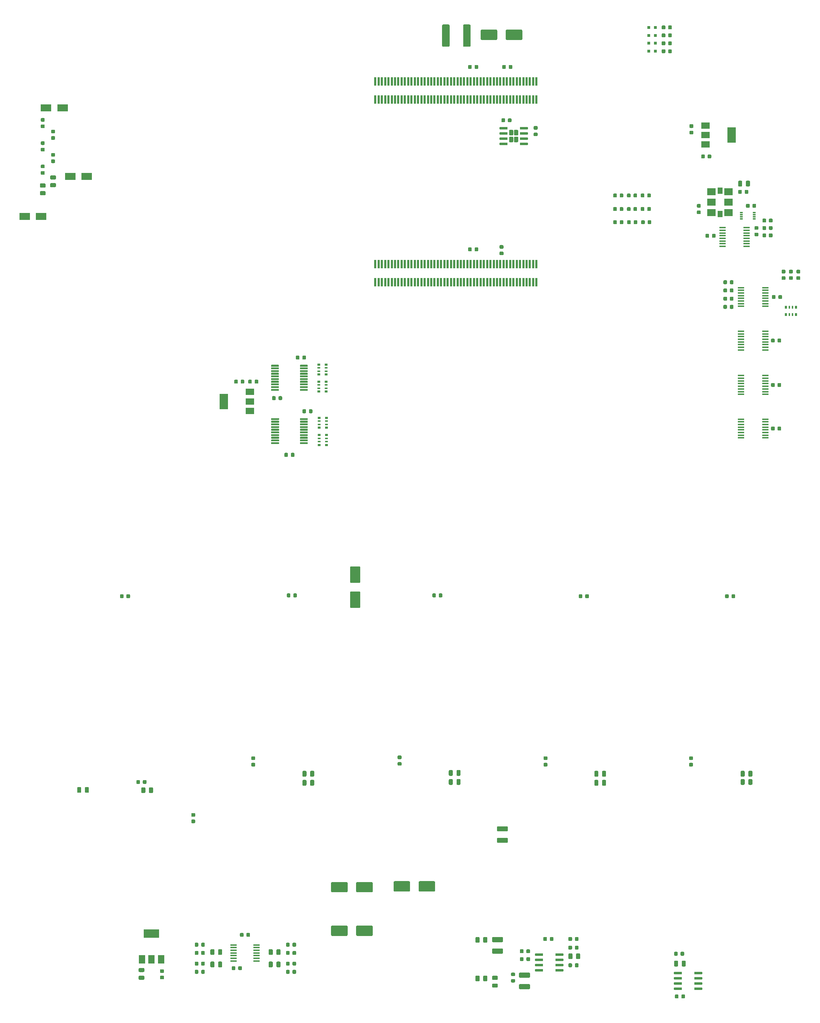
<source format=gbr>
G04 #@! TF.GenerationSoftware,KiCad,Pcbnew,(5.1.5)-3*
G04 #@! TF.CreationDate,2020-07-24T16:39:48-04:00*
G04 #@! TF.ProjectId,main_board,6d61696e-5f62-46f6-9172-642e6b696361,rev?*
G04 #@! TF.SameCoordinates,Original*
G04 #@! TF.FileFunction,Paste,Top*
G04 #@! TF.FilePolarity,Positive*
%FSLAX46Y46*%
G04 Gerber Fmt 4.6, Leading zero omitted, Abs format (unit mm)*
G04 Created by KiCad (PCBNEW (5.1.5)-3) date 2020-07-24 16:39:48*
%MOMM*%
%LPD*%
G04 APERTURE LIST*
%ADD10C,0.100000*%
%ADD11R,0.800000X0.750000*%
%ADD12R,1.600000X0.350000*%
%ADD13R,0.500000X2.000000*%
%ADD14R,0.800000X0.500000*%
%ADD15R,0.800000X0.400000*%
%ADD16R,3.800000X2.000000*%
%ADD17R,1.500000X2.000000*%
%ADD18R,1.500000X0.450000*%
%ADD19R,2.000000X3.800000*%
%ADD20R,2.000000X1.500000*%
%ADD21R,0.500000X0.800000*%
%ADD22R,0.400000X0.800000*%
%ADD23R,2.500000X1.800000*%
%ADD24R,2.150000X1.700000*%
%ADD25R,1.300000X1.545000*%
%ADD26R,0.800000X0.300000*%
G04 APERTURE END LIST*
D10*
G36*
X93852691Y-270826053D02*
G01*
X93873926Y-270829203D01*
X93894750Y-270834419D01*
X93914962Y-270841651D01*
X93934368Y-270850830D01*
X93952781Y-270861866D01*
X93970024Y-270874654D01*
X93985930Y-270889070D01*
X94000346Y-270904976D01*
X94013134Y-270922219D01*
X94024170Y-270940632D01*
X94033349Y-270960038D01*
X94040581Y-270980250D01*
X94045797Y-271001074D01*
X94048947Y-271022309D01*
X94050000Y-271043750D01*
X94050000Y-271556250D01*
X94048947Y-271577691D01*
X94045797Y-271598926D01*
X94040581Y-271619750D01*
X94033349Y-271639962D01*
X94024170Y-271659368D01*
X94013134Y-271677781D01*
X94000346Y-271695024D01*
X93985930Y-271710930D01*
X93970024Y-271725346D01*
X93952781Y-271738134D01*
X93934368Y-271749170D01*
X93914962Y-271758349D01*
X93894750Y-271765581D01*
X93873926Y-271770797D01*
X93852691Y-271773947D01*
X93831250Y-271775000D01*
X93393750Y-271775000D01*
X93372309Y-271773947D01*
X93351074Y-271770797D01*
X93330250Y-271765581D01*
X93310038Y-271758349D01*
X93290632Y-271749170D01*
X93272219Y-271738134D01*
X93254976Y-271725346D01*
X93239070Y-271710930D01*
X93224654Y-271695024D01*
X93211866Y-271677781D01*
X93200830Y-271659368D01*
X93191651Y-271639962D01*
X93184419Y-271619750D01*
X93179203Y-271598926D01*
X93176053Y-271577691D01*
X93175000Y-271556250D01*
X93175000Y-271043750D01*
X93176053Y-271022309D01*
X93179203Y-271001074D01*
X93184419Y-270980250D01*
X93191651Y-270960038D01*
X93200830Y-270940632D01*
X93211866Y-270922219D01*
X93224654Y-270904976D01*
X93239070Y-270889070D01*
X93254976Y-270874654D01*
X93272219Y-270861866D01*
X93290632Y-270850830D01*
X93310038Y-270841651D01*
X93330250Y-270834419D01*
X93351074Y-270829203D01*
X93372309Y-270826053D01*
X93393750Y-270825000D01*
X93831250Y-270825000D01*
X93852691Y-270826053D01*
G37*
G36*
X95427691Y-270826053D02*
G01*
X95448926Y-270829203D01*
X95469750Y-270834419D01*
X95489962Y-270841651D01*
X95509368Y-270850830D01*
X95527781Y-270861866D01*
X95545024Y-270874654D01*
X95560930Y-270889070D01*
X95575346Y-270904976D01*
X95588134Y-270922219D01*
X95599170Y-270940632D01*
X95608349Y-270960038D01*
X95615581Y-270980250D01*
X95620797Y-271001074D01*
X95623947Y-271022309D01*
X95625000Y-271043750D01*
X95625000Y-271556250D01*
X95623947Y-271577691D01*
X95620797Y-271598926D01*
X95615581Y-271619750D01*
X95608349Y-271639962D01*
X95599170Y-271659368D01*
X95588134Y-271677781D01*
X95575346Y-271695024D01*
X95560930Y-271710930D01*
X95545024Y-271725346D01*
X95527781Y-271738134D01*
X95509368Y-271749170D01*
X95489962Y-271758349D01*
X95469750Y-271765581D01*
X95448926Y-271770797D01*
X95427691Y-271773947D01*
X95406250Y-271775000D01*
X94968750Y-271775000D01*
X94947309Y-271773947D01*
X94926074Y-271770797D01*
X94905250Y-271765581D01*
X94885038Y-271758349D01*
X94865632Y-271749170D01*
X94847219Y-271738134D01*
X94829976Y-271725346D01*
X94814070Y-271710930D01*
X94799654Y-271695024D01*
X94786866Y-271677781D01*
X94775830Y-271659368D01*
X94766651Y-271639962D01*
X94759419Y-271619750D01*
X94754203Y-271598926D01*
X94751053Y-271577691D01*
X94750000Y-271556250D01*
X94750000Y-271043750D01*
X94751053Y-271022309D01*
X94754203Y-271001074D01*
X94759419Y-270980250D01*
X94766651Y-270960038D01*
X94775830Y-270940632D01*
X94786866Y-270922219D01*
X94799654Y-270904976D01*
X94814070Y-270889070D01*
X94829976Y-270874654D01*
X94847219Y-270861866D01*
X94865632Y-270850830D01*
X94885038Y-270841651D01*
X94905250Y-270834419D01*
X94926074Y-270829203D01*
X94947309Y-270826053D01*
X94968750Y-270825000D01*
X95406250Y-270825000D01*
X95427691Y-270826053D01*
G37*
D11*
X194600000Y-48200000D03*
X196200000Y-48200000D03*
X194600000Y-46266666D03*
X196200000Y-46266666D03*
X194600000Y-44333333D03*
X196200000Y-44333333D03*
X194600000Y-42400000D03*
X196200000Y-42400000D03*
D12*
X93600000Y-269550000D03*
X99200000Y-269550000D03*
X93600000Y-268900000D03*
X99200000Y-268900000D03*
X93600000Y-268250000D03*
X99200000Y-268250000D03*
X93600000Y-267600000D03*
X99200000Y-267600000D03*
X93600000Y-266950000D03*
X99200000Y-266950000D03*
X93600000Y-266300000D03*
X99200000Y-266300000D03*
X93600000Y-265650000D03*
X99200000Y-265650000D03*
D13*
X160100000Y-55575000D03*
X159300000Y-59975000D03*
X152900000Y-55575000D03*
X152100000Y-55575000D03*
X156900000Y-59975000D03*
X163300000Y-55575000D03*
X154500000Y-55575000D03*
X164100000Y-55575000D03*
X162500000Y-55575000D03*
X153700000Y-55575000D03*
X155300000Y-55575000D03*
X152900000Y-59975000D03*
X161700000Y-55575000D03*
X148900000Y-59975000D03*
X161700000Y-59975000D03*
X157700000Y-59975000D03*
X164900000Y-55575000D03*
X166500000Y-59975000D03*
X151300000Y-59975000D03*
X156900000Y-55575000D03*
X156100000Y-55575000D03*
X154500000Y-59975000D03*
X153700000Y-59975000D03*
X152100000Y-59975000D03*
X160900000Y-55575000D03*
X158500000Y-59975000D03*
X149700000Y-55575000D03*
X166500000Y-55575000D03*
X164100000Y-59975000D03*
X160900000Y-59975000D03*
X157700000Y-55575000D03*
X162500000Y-59975000D03*
X148900000Y-55575000D03*
X160100000Y-59975000D03*
X167300000Y-59975000D03*
X167300000Y-55575000D03*
X159300000Y-55575000D03*
X155300000Y-59975000D03*
X151300000Y-55575000D03*
X163300000Y-59975000D03*
X156100000Y-59975000D03*
X165700000Y-59975000D03*
X165700000Y-55575000D03*
X164900000Y-59975000D03*
X150500000Y-59975000D03*
X150500000Y-55575000D03*
X149700000Y-59975000D03*
X158500000Y-55575000D03*
X137700000Y-55575000D03*
X133700000Y-55575000D03*
X146500000Y-59975000D03*
X145700000Y-59975000D03*
X147300000Y-55575000D03*
X140100000Y-55575000D03*
X128900000Y-55575000D03*
X146500000Y-55575000D03*
X131300000Y-55575000D03*
X145700000Y-55575000D03*
X128900000Y-59975000D03*
X143300000Y-55575000D03*
X140900000Y-55575000D03*
X135300000Y-59975000D03*
X139300000Y-55575000D03*
X138500000Y-59975000D03*
X138500000Y-55575000D03*
X135300000Y-55575000D03*
X131300000Y-59975000D03*
X133700000Y-59975000D03*
X132100000Y-59975000D03*
X143300000Y-59975000D03*
X130500000Y-55575000D03*
X136100000Y-59975000D03*
X132900000Y-55575000D03*
X128100000Y-55575000D03*
X128100000Y-59975000D03*
X148100000Y-59975000D03*
X148100000Y-55575000D03*
X144900000Y-59975000D03*
X144900000Y-55575000D03*
X136900000Y-55575000D03*
X141700000Y-55575000D03*
X132100000Y-55575000D03*
X142500000Y-59975000D03*
X144100000Y-59975000D03*
X142500000Y-55575000D03*
X134500000Y-55575000D03*
X130500000Y-59975000D03*
X141700000Y-59975000D03*
X140100000Y-59975000D03*
X129700000Y-59975000D03*
X140900000Y-59975000D03*
X137700000Y-59975000D03*
X132900000Y-59975000D03*
X134500000Y-59975000D03*
X139300000Y-59975000D03*
X136900000Y-59975000D03*
X136100000Y-55575000D03*
X144100000Y-55575000D03*
X129700000Y-55575000D03*
X147300000Y-59975000D03*
X167300000Y-104425000D03*
X167300000Y-100025000D03*
X166500000Y-104425000D03*
X166500000Y-100025000D03*
X165700000Y-104425000D03*
X165700000Y-100025000D03*
X164900000Y-104425000D03*
X164900000Y-100025000D03*
X164100000Y-104425000D03*
X164100000Y-100025000D03*
X163300000Y-104425000D03*
X163300000Y-100025000D03*
X162500000Y-104425000D03*
X162500000Y-100025000D03*
X161700000Y-104425000D03*
X161700000Y-100025000D03*
X160900000Y-104425000D03*
X160900000Y-100025000D03*
X160100000Y-104425000D03*
X160100000Y-100025000D03*
X159300000Y-104425000D03*
X159300000Y-100025000D03*
X158500000Y-104425000D03*
X158500000Y-100025000D03*
X157700000Y-104425000D03*
X157700000Y-100025000D03*
X156900000Y-104425000D03*
X156900000Y-100025000D03*
X156100000Y-104425000D03*
X156100000Y-100025000D03*
X155300000Y-104425000D03*
X155300000Y-100025000D03*
X154500000Y-104425000D03*
X154500000Y-100025000D03*
X153700000Y-104425000D03*
X153700000Y-100025000D03*
X152900000Y-104425000D03*
X152900000Y-100025000D03*
X152100000Y-104425000D03*
X152100000Y-100025000D03*
X151300000Y-104425000D03*
X151300000Y-100025000D03*
X150500000Y-104425000D03*
X150500000Y-100025000D03*
X149700000Y-104425000D03*
X149700000Y-100025000D03*
X148900000Y-104425000D03*
X148900000Y-100025000D03*
X148100000Y-104425000D03*
X148100000Y-100025000D03*
X147300000Y-104425000D03*
X147300000Y-100025000D03*
X146500000Y-104425000D03*
X146500000Y-100025000D03*
X145700000Y-104425000D03*
X145700000Y-100025000D03*
X144900000Y-104425000D03*
X144900000Y-100025000D03*
X144100000Y-104425000D03*
X144100000Y-100025000D03*
X143300000Y-104425000D03*
X143300000Y-100025000D03*
X142500000Y-104425000D03*
X142500000Y-100025000D03*
X141700000Y-104425000D03*
X141700000Y-100025000D03*
X140900000Y-104425000D03*
X140900000Y-100025000D03*
X140100000Y-104425000D03*
X140100000Y-100025000D03*
X139300000Y-104425000D03*
X139300000Y-100025000D03*
X138500000Y-104425000D03*
X138500000Y-100025000D03*
X137700000Y-104425000D03*
X137700000Y-100025000D03*
X136900000Y-104425000D03*
X136900000Y-100025000D03*
X136100000Y-104425000D03*
X136100000Y-100025000D03*
X135300000Y-104425000D03*
X135300000Y-100025000D03*
X134500000Y-104425000D03*
X134500000Y-100025000D03*
X133700000Y-104425000D03*
X133700000Y-100025000D03*
X132900000Y-104425000D03*
X132900000Y-100025000D03*
X132100000Y-104425000D03*
X132100000Y-100025000D03*
X131300000Y-104425000D03*
X131300000Y-100025000D03*
X130500000Y-104425000D03*
X130500000Y-100025000D03*
X129700000Y-104425000D03*
X129700000Y-100025000D03*
X128900000Y-104425000D03*
X128900000Y-100025000D03*
X128100000Y-104425000D03*
X128100000Y-100025000D03*
D10*
G36*
X200027691Y-47726053D02*
G01*
X200048926Y-47729203D01*
X200069750Y-47734419D01*
X200089962Y-47741651D01*
X200109368Y-47750830D01*
X200127781Y-47761866D01*
X200145024Y-47774654D01*
X200160930Y-47789070D01*
X200175346Y-47804976D01*
X200188134Y-47822219D01*
X200199170Y-47840632D01*
X200208349Y-47860038D01*
X200215581Y-47880250D01*
X200220797Y-47901074D01*
X200223947Y-47922309D01*
X200225000Y-47943750D01*
X200225000Y-48456250D01*
X200223947Y-48477691D01*
X200220797Y-48498926D01*
X200215581Y-48519750D01*
X200208349Y-48539962D01*
X200199170Y-48559368D01*
X200188134Y-48577781D01*
X200175346Y-48595024D01*
X200160930Y-48610930D01*
X200145024Y-48625346D01*
X200127781Y-48638134D01*
X200109368Y-48649170D01*
X200089962Y-48658349D01*
X200069750Y-48665581D01*
X200048926Y-48670797D01*
X200027691Y-48673947D01*
X200006250Y-48675000D01*
X199568750Y-48675000D01*
X199547309Y-48673947D01*
X199526074Y-48670797D01*
X199505250Y-48665581D01*
X199485038Y-48658349D01*
X199465632Y-48649170D01*
X199447219Y-48638134D01*
X199429976Y-48625346D01*
X199414070Y-48610930D01*
X199399654Y-48595024D01*
X199386866Y-48577781D01*
X199375830Y-48559368D01*
X199366651Y-48539962D01*
X199359419Y-48519750D01*
X199354203Y-48498926D01*
X199351053Y-48477691D01*
X199350000Y-48456250D01*
X199350000Y-47943750D01*
X199351053Y-47922309D01*
X199354203Y-47901074D01*
X199359419Y-47880250D01*
X199366651Y-47860038D01*
X199375830Y-47840632D01*
X199386866Y-47822219D01*
X199399654Y-47804976D01*
X199414070Y-47789070D01*
X199429976Y-47774654D01*
X199447219Y-47761866D01*
X199465632Y-47750830D01*
X199485038Y-47741651D01*
X199505250Y-47734419D01*
X199526074Y-47729203D01*
X199547309Y-47726053D01*
X199568750Y-47725000D01*
X200006250Y-47725000D01*
X200027691Y-47726053D01*
G37*
G36*
X198452691Y-47726053D02*
G01*
X198473926Y-47729203D01*
X198494750Y-47734419D01*
X198514962Y-47741651D01*
X198534368Y-47750830D01*
X198552781Y-47761866D01*
X198570024Y-47774654D01*
X198585930Y-47789070D01*
X198600346Y-47804976D01*
X198613134Y-47822219D01*
X198624170Y-47840632D01*
X198633349Y-47860038D01*
X198640581Y-47880250D01*
X198645797Y-47901074D01*
X198648947Y-47922309D01*
X198650000Y-47943750D01*
X198650000Y-48456250D01*
X198648947Y-48477691D01*
X198645797Y-48498926D01*
X198640581Y-48519750D01*
X198633349Y-48539962D01*
X198624170Y-48559368D01*
X198613134Y-48577781D01*
X198600346Y-48595024D01*
X198585930Y-48610930D01*
X198570024Y-48625346D01*
X198552781Y-48638134D01*
X198534368Y-48649170D01*
X198514962Y-48658349D01*
X198494750Y-48665581D01*
X198473926Y-48670797D01*
X198452691Y-48673947D01*
X198431250Y-48675000D01*
X197993750Y-48675000D01*
X197972309Y-48673947D01*
X197951074Y-48670797D01*
X197930250Y-48665581D01*
X197910038Y-48658349D01*
X197890632Y-48649170D01*
X197872219Y-48638134D01*
X197854976Y-48625346D01*
X197839070Y-48610930D01*
X197824654Y-48595024D01*
X197811866Y-48577781D01*
X197800830Y-48559368D01*
X197791651Y-48539962D01*
X197784419Y-48519750D01*
X197779203Y-48498926D01*
X197776053Y-48477691D01*
X197775000Y-48456250D01*
X197775000Y-47943750D01*
X197776053Y-47922309D01*
X197779203Y-47901074D01*
X197784419Y-47880250D01*
X197791651Y-47860038D01*
X197800830Y-47840632D01*
X197811866Y-47822219D01*
X197824654Y-47804976D01*
X197839070Y-47789070D01*
X197854976Y-47774654D01*
X197872219Y-47761866D01*
X197890632Y-47750830D01*
X197910038Y-47741651D01*
X197930250Y-47734419D01*
X197951074Y-47729203D01*
X197972309Y-47726053D01*
X197993750Y-47725000D01*
X198431250Y-47725000D01*
X198452691Y-47726053D01*
G37*
G36*
X200027691Y-45792719D02*
G01*
X200048926Y-45795869D01*
X200069750Y-45801085D01*
X200089962Y-45808317D01*
X200109368Y-45817496D01*
X200127781Y-45828532D01*
X200145024Y-45841320D01*
X200160930Y-45855736D01*
X200175346Y-45871642D01*
X200188134Y-45888885D01*
X200199170Y-45907298D01*
X200208349Y-45926704D01*
X200215581Y-45946916D01*
X200220797Y-45967740D01*
X200223947Y-45988975D01*
X200225000Y-46010416D01*
X200225000Y-46522916D01*
X200223947Y-46544357D01*
X200220797Y-46565592D01*
X200215581Y-46586416D01*
X200208349Y-46606628D01*
X200199170Y-46626034D01*
X200188134Y-46644447D01*
X200175346Y-46661690D01*
X200160930Y-46677596D01*
X200145024Y-46692012D01*
X200127781Y-46704800D01*
X200109368Y-46715836D01*
X200089962Y-46725015D01*
X200069750Y-46732247D01*
X200048926Y-46737463D01*
X200027691Y-46740613D01*
X200006250Y-46741666D01*
X199568750Y-46741666D01*
X199547309Y-46740613D01*
X199526074Y-46737463D01*
X199505250Y-46732247D01*
X199485038Y-46725015D01*
X199465632Y-46715836D01*
X199447219Y-46704800D01*
X199429976Y-46692012D01*
X199414070Y-46677596D01*
X199399654Y-46661690D01*
X199386866Y-46644447D01*
X199375830Y-46626034D01*
X199366651Y-46606628D01*
X199359419Y-46586416D01*
X199354203Y-46565592D01*
X199351053Y-46544357D01*
X199350000Y-46522916D01*
X199350000Y-46010416D01*
X199351053Y-45988975D01*
X199354203Y-45967740D01*
X199359419Y-45946916D01*
X199366651Y-45926704D01*
X199375830Y-45907298D01*
X199386866Y-45888885D01*
X199399654Y-45871642D01*
X199414070Y-45855736D01*
X199429976Y-45841320D01*
X199447219Y-45828532D01*
X199465632Y-45817496D01*
X199485038Y-45808317D01*
X199505250Y-45801085D01*
X199526074Y-45795869D01*
X199547309Y-45792719D01*
X199568750Y-45791666D01*
X200006250Y-45791666D01*
X200027691Y-45792719D01*
G37*
G36*
X198452691Y-45792719D02*
G01*
X198473926Y-45795869D01*
X198494750Y-45801085D01*
X198514962Y-45808317D01*
X198534368Y-45817496D01*
X198552781Y-45828532D01*
X198570024Y-45841320D01*
X198585930Y-45855736D01*
X198600346Y-45871642D01*
X198613134Y-45888885D01*
X198624170Y-45907298D01*
X198633349Y-45926704D01*
X198640581Y-45946916D01*
X198645797Y-45967740D01*
X198648947Y-45988975D01*
X198650000Y-46010416D01*
X198650000Y-46522916D01*
X198648947Y-46544357D01*
X198645797Y-46565592D01*
X198640581Y-46586416D01*
X198633349Y-46606628D01*
X198624170Y-46626034D01*
X198613134Y-46644447D01*
X198600346Y-46661690D01*
X198585930Y-46677596D01*
X198570024Y-46692012D01*
X198552781Y-46704800D01*
X198534368Y-46715836D01*
X198514962Y-46725015D01*
X198494750Y-46732247D01*
X198473926Y-46737463D01*
X198452691Y-46740613D01*
X198431250Y-46741666D01*
X197993750Y-46741666D01*
X197972309Y-46740613D01*
X197951074Y-46737463D01*
X197930250Y-46732247D01*
X197910038Y-46725015D01*
X197890632Y-46715836D01*
X197872219Y-46704800D01*
X197854976Y-46692012D01*
X197839070Y-46677596D01*
X197824654Y-46661690D01*
X197811866Y-46644447D01*
X197800830Y-46626034D01*
X197791651Y-46606628D01*
X197784419Y-46586416D01*
X197779203Y-46565592D01*
X197776053Y-46544357D01*
X197775000Y-46522916D01*
X197775000Y-46010416D01*
X197776053Y-45988975D01*
X197779203Y-45967740D01*
X197784419Y-45946916D01*
X197791651Y-45926704D01*
X197800830Y-45907298D01*
X197811866Y-45888885D01*
X197824654Y-45871642D01*
X197839070Y-45855736D01*
X197854976Y-45841320D01*
X197872219Y-45828532D01*
X197890632Y-45817496D01*
X197910038Y-45808317D01*
X197930250Y-45801085D01*
X197951074Y-45795869D01*
X197972309Y-45792719D01*
X197993750Y-45791666D01*
X198431250Y-45791666D01*
X198452691Y-45792719D01*
G37*
G36*
X200027691Y-43859386D02*
G01*
X200048926Y-43862536D01*
X200069750Y-43867752D01*
X200089962Y-43874984D01*
X200109368Y-43884163D01*
X200127781Y-43895199D01*
X200145024Y-43907987D01*
X200160930Y-43922403D01*
X200175346Y-43938309D01*
X200188134Y-43955552D01*
X200199170Y-43973965D01*
X200208349Y-43993371D01*
X200215581Y-44013583D01*
X200220797Y-44034407D01*
X200223947Y-44055642D01*
X200225000Y-44077083D01*
X200225000Y-44589583D01*
X200223947Y-44611024D01*
X200220797Y-44632259D01*
X200215581Y-44653083D01*
X200208349Y-44673295D01*
X200199170Y-44692701D01*
X200188134Y-44711114D01*
X200175346Y-44728357D01*
X200160930Y-44744263D01*
X200145024Y-44758679D01*
X200127781Y-44771467D01*
X200109368Y-44782503D01*
X200089962Y-44791682D01*
X200069750Y-44798914D01*
X200048926Y-44804130D01*
X200027691Y-44807280D01*
X200006250Y-44808333D01*
X199568750Y-44808333D01*
X199547309Y-44807280D01*
X199526074Y-44804130D01*
X199505250Y-44798914D01*
X199485038Y-44791682D01*
X199465632Y-44782503D01*
X199447219Y-44771467D01*
X199429976Y-44758679D01*
X199414070Y-44744263D01*
X199399654Y-44728357D01*
X199386866Y-44711114D01*
X199375830Y-44692701D01*
X199366651Y-44673295D01*
X199359419Y-44653083D01*
X199354203Y-44632259D01*
X199351053Y-44611024D01*
X199350000Y-44589583D01*
X199350000Y-44077083D01*
X199351053Y-44055642D01*
X199354203Y-44034407D01*
X199359419Y-44013583D01*
X199366651Y-43993371D01*
X199375830Y-43973965D01*
X199386866Y-43955552D01*
X199399654Y-43938309D01*
X199414070Y-43922403D01*
X199429976Y-43907987D01*
X199447219Y-43895199D01*
X199465632Y-43884163D01*
X199485038Y-43874984D01*
X199505250Y-43867752D01*
X199526074Y-43862536D01*
X199547309Y-43859386D01*
X199568750Y-43858333D01*
X200006250Y-43858333D01*
X200027691Y-43859386D01*
G37*
G36*
X198452691Y-43859386D02*
G01*
X198473926Y-43862536D01*
X198494750Y-43867752D01*
X198514962Y-43874984D01*
X198534368Y-43884163D01*
X198552781Y-43895199D01*
X198570024Y-43907987D01*
X198585930Y-43922403D01*
X198600346Y-43938309D01*
X198613134Y-43955552D01*
X198624170Y-43973965D01*
X198633349Y-43993371D01*
X198640581Y-44013583D01*
X198645797Y-44034407D01*
X198648947Y-44055642D01*
X198650000Y-44077083D01*
X198650000Y-44589583D01*
X198648947Y-44611024D01*
X198645797Y-44632259D01*
X198640581Y-44653083D01*
X198633349Y-44673295D01*
X198624170Y-44692701D01*
X198613134Y-44711114D01*
X198600346Y-44728357D01*
X198585930Y-44744263D01*
X198570024Y-44758679D01*
X198552781Y-44771467D01*
X198534368Y-44782503D01*
X198514962Y-44791682D01*
X198494750Y-44798914D01*
X198473926Y-44804130D01*
X198452691Y-44807280D01*
X198431250Y-44808333D01*
X197993750Y-44808333D01*
X197972309Y-44807280D01*
X197951074Y-44804130D01*
X197930250Y-44798914D01*
X197910038Y-44791682D01*
X197890632Y-44782503D01*
X197872219Y-44771467D01*
X197854976Y-44758679D01*
X197839070Y-44744263D01*
X197824654Y-44728357D01*
X197811866Y-44711114D01*
X197800830Y-44692701D01*
X197791651Y-44673295D01*
X197784419Y-44653083D01*
X197779203Y-44632259D01*
X197776053Y-44611024D01*
X197775000Y-44589583D01*
X197775000Y-44077083D01*
X197776053Y-44055642D01*
X197779203Y-44034407D01*
X197784419Y-44013583D01*
X197791651Y-43993371D01*
X197800830Y-43973965D01*
X197811866Y-43955552D01*
X197824654Y-43938309D01*
X197839070Y-43922403D01*
X197854976Y-43907987D01*
X197872219Y-43895199D01*
X197890632Y-43884163D01*
X197910038Y-43874984D01*
X197930250Y-43867752D01*
X197951074Y-43862536D01*
X197972309Y-43859386D01*
X197993750Y-43858333D01*
X198431250Y-43858333D01*
X198452691Y-43859386D01*
G37*
G36*
X200027691Y-41926053D02*
G01*
X200048926Y-41929203D01*
X200069750Y-41934419D01*
X200089962Y-41941651D01*
X200109368Y-41950830D01*
X200127781Y-41961866D01*
X200145024Y-41974654D01*
X200160930Y-41989070D01*
X200175346Y-42004976D01*
X200188134Y-42022219D01*
X200199170Y-42040632D01*
X200208349Y-42060038D01*
X200215581Y-42080250D01*
X200220797Y-42101074D01*
X200223947Y-42122309D01*
X200225000Y-42143750D01*
X200225000Y-42656250D01*
X200223947Y-42677691D01*
X200220797Y-42698926D01*
X200215581Y-42719750D01*
X200208349Y-42739962D01*
X200199170Y-42759368D01*
X200188134Y-42777781D01*
X200175346Y-42795024D01*
X200160930Y-42810930D01*
X200145024Y-42825346D01*
X200127781Y-42838134D01*
X200109368Y-42849170D01*
X200089962Y-42858349D01*
X200069750Y-42865581D01*
X200048926Y-42870797D01*
X200027691Y-42873947D01*
X200006250Y-42875000D01*
X199568750Y-42875000D01*
X199547309Y-42873947D01*
X199526074Y-42870797D01*
X199505250Y-42865581D01*
X199485038Y-42858349D01*
X199465632Y-42849170D01*
X199447219Y-42838134D01*
X199429976Y-42825346D01*
X199414070Y-42810930D01*
X199399654Y-42795024D01*
X199386866Y-42777781D01*
X199375830Y-42759368D01*
X199366651Y-42739962D01*
X199359419Y-42719750D01*
X199354203Y-42698926D01*
X199351053Y-42677691D01*
X199350000Y-42656250D01*
X199350000Y-42143750D01*
X199351053Y-42122309D01*
X199354203Y-42101074D01*
X199359419Y-42080250D01*
X199366651Y-42060038D01*
X199375830Y-42040632D01*
X199386866Y-42022219D01*
X199399654Y-42004976D01*
X199414070Y-41989070D01*
X199429976Y-41974654D01*
X199447219Y-41961866D01*
X199465632Y-41950830D01*
X199485038Y-41941651D01*
X199505250Y-41934419D01*
X199526074Y-41929203D01*
X199547309Y-41926053D01*
X199568750Y-41925000D01*
X200006250Y-41925000D01*
X200027691Y-41926053D01*
G37*
G36*
X198452691Y-41926053D02*
G01*
X198473926Y-41929203D01*
X198494750Y-41934419D01*
X198514962Y-41941651D01*
X198534368Y-41950830D01*
X198552781Y-41961866D01*
X198570024Y-41974654D01*
X198585930Y-41989070D01*
X198600346Y-42004976D01*
X198613134Y-42022219D01*
X198624170Y-42040632D01*
X198633349Y-42060038D01*
X198640581Y-42080250D01*
X198645797Y-42101074D01*
X198648947Y-42122309D01*
X198650000Y-42143750D01*
X198650000Y-42656250D01*
X198648947Y-42677691D01*
X198645797Y-42698926D01*
X198640581Y-42719750D01*
X198633349Y-42739962D01*
X198624170Y-42759368D01*
X198613134Y-42777781D01*
X198600346Y-42795024D01*
X198585930Y-42810930D01*
X198570024Y-42825346D01*
X198552781Y-42838134D01*
X198534368Y-42849170D01*
X198514962Y-42858349D01*
X198494750Y-42865581D01*
X198473926Y-42870797D01*
X198452691Y-42873947D01*
X198431250Y-42875000D01*
X197993750Y-42875000D01*
X197972309Y-42873947D01*
X197951074Y-42870797D01*
X197930250Y-42865581D01*
X197910038Y-42858349D01*
X197890632Y-42849170D01*
X197872219Y-42838134D01*
X197854976Y-42825346D01*
X197839070Y-42810930D01*
X197824654Y-42795024D01*
X197811866Y-42777781D01*
X197800830Y-42759368D01*
X197791651Y-42739962D01*
X197784419Y-42719750D01*
X197779203Y-42698926D01*
X197776053Y-42677691D01*
X197775000Y-42656250D01*
X197775000Y-42143750D01*
X197776053Y-42122309D01*
X197779203Y-42101074D01*
X197784419Y-42080250D01*
X197791651Y-42060038D01*
X197800830Y-42040632D01*
X197811866Y-42022219D01*
X197824654Y-42004976D01*
X197839070Y-41989070D01*
X197854976Y-41974654D01*
X197872219Y-41961866D01*
X197890632Y-41950830D01*
X197910038Y-41941651D01*
X197930250Y-41934419D01*
X197951074Y-41929203D01*
X197972309Y-41926053D01*
X197993750Y-41925000D01*
X198431250Y-41925000D01*
X198452691Y-41926053D01*
G37*
G36*
X221077691Y-92351053D02*
G01*
X221098926Y-92354203D01*
X221119750Y-92359419D01*
X221139962Y-92366651D01*
X221159368Y-92375830D01*
X221177781Y-92386866D01*
X221195024Y-92399654D01*
X221210930Y-92414070D01*
X221225346Y-92429976D01*
X221238134Y-92447219D01*
X221249170Y-92465632D01*
X221258349Y-92485038D01*
X221265581Y-92505250D01*
X221270797Y-92526074D01*
X221273947Y-92547309D01*
X221275000Y-92568750D01*
X221275000Y-93006250D01*
X221273947Y-93027691D01*
X221270797Y-93048926D01*
X221265581Y-93069750D01*
X221258349Y-93089962D01*
X221249170Y-93109368D01*
X221238134Y-93127781D01*
X221225346Y-93145024D01*
X221210930Y-93160930D01*
X221195024Y-93175346D01*
X221177781Y-93188134D01*
X221159368Y-93199170D01*
X221139962Y-93208349D01*
X221119750Y-93215581D01*
X221098926Y-93220797D01*
X221077691Y-93223947D01*
X221056250Y-93225000D01*
X220543750Y-93225000D01*
X220522309Y-93223947D01*
X220501074Y-93220797D01*
X220480250Y-93215581D01*
X220460038Y-93208349D01*
X220440632Y-93199170D01*
X220422219Y-93188134D01*
X220404976Y-93175346D01*
X220389070Y-93160930D01*
X220374654Y-93145024D01*
X220361866Y-93127781D01*
X220350830Y-93109368D01*
X220341651Y-93089962D01*
X220334419Y-93069750D01*
X220329203Y-93048926D01*
X220326053Y-93027691D01*
X220325000Y-93006250D01*
X220325000Y-92568750D01*
X220326053Y-92547309D01*
X220329203Y-92526074D01*
X220334419Y-92505250D01*
X220341651Y-92485038D01*
X220350830Y-92465632D01*
X220361866Y-92447219D01*
X220374654Y-92429976D01*
X220389070Y-92414070D01*
X220404976Y-92399654D01*
X220422219Y-92386866D01*
X220440632Y-92375830D01*
X220460038Y-92366651D01*
X220480250Y-92359419D01*
X220501074Y-92354203D01*
X220522309Y-92351053D01*
X220543750Y-92350000D01*
X221056250Y-92350000D01*
X221077691Y-92351053D01*
G37*
G36*
X221077691Y-90776053D02*
G01*
X221098926Y-90779203D01*
X221119750Y-90784419D01*
X221139962Y-90791651D01*
X221159368Y-90800830D01*
X221177781Y-90811866D01*
X221195024Y-90824654D01*
X221210930Y-90839070D01*
X221225346Y-90854976D01*
X221238134Y-90872219D01*
X221249170Y-90890632D01*
X221258349Y-90910038D01*
X221265581Y-90930250D01*
X221270797Y-90951074D01*
X221273947Y-90972309D01*
X221275000Y-90993750D01*
X221275000Y-91431250D01*
X221273947Y-91452691D01*
X221270797Y-91473926D01*
X221265581Y-91494750D01*
X221258349Y-91514962D01*
X221249170Y-91534368D01*
X221238134Y-91552781D01*
X221225346Y-91570024D01*
X221210930Y-91585930D01*
X221195024Y-91600346D01*
X221177781Y-91613134D01*
X221159368Y-91624170D01*
X221139962Y-91633349D01*
X221119750Y-91640581D01*
X221098926Y-91645797D01*
X221077691Y-91648947D01*
X221056250Y-91650000D01*
X220543750Y-91650000D01*
X220522309Y-91648947D01*
X220501074Y-91645797D01*
X220480250Y-91640581D01*
X220460038Y-91633349D01*
X220440632Y-91624170D01*
X220422219Y-91613134D01*
X220404976Y-91600346D01*
X220389070Y-91585930D01*
X220374654Y-91570024D01*
X220361866Y-91552781D01*
X220350830Y-91534368D01*
X220341651Y-91514962D01*
X220334419Y-91494750D01*
X220329203Y-91473926D01*
X220326053Y-91452691D01*
X220325000Y-91431250D01*
X220325000Y-90993750D01*
X220326053Y-90972309D01*
X220329203Y-90951074D01*
X220334419Y-90930250D01*
X220341651Y-90910038D01*
X220350830Y-90890632D01*
X220361866Y-90872219D01*
X220374654Y-90854976D01*
X220389070Y-90839070D01*
X220404976Y-90824654D01*
X220422219Y-90811866D01*
X220440632Y-90800830D01*
X220460038Y-90791651D01*
X220480250Y-90784419D01*
X220501074Y-90779203D01*
X220522309Y-90776053D01*
X220543750Y-90775000D01*
X221056250Y-90775000D01*
X221077691Y-90776053D01*
G37*
G36*
X222952691Y-92526053D02*
G01*
X222973926Y-92529203D01*
X222994750Y-92534419D01*
X223014962Y-92541651D01*
X223034368Y-92550830D01*
X223052781Y-92561866D01*
X223070024Y-92574654D01*
X223085930Y-92589070D01*
X223100346Y-92604976D01*
X223113134Y-92622219D01*
X223124170Y-92640632D01*
X223133349Y-92660038D01*
X223140581Y-92680250D01*
X223145797Y-92701074D01*
X223148947Y-92722309D01*
X223150000Y-92743750D01*
X223150000Y-93256250D01*
X223148947Y-93277691D01*
X223145797Y-93298926D01*
X223140581Y-93319750D01*
X223133349Y-93339962D01*
X223124170Y-93359368D01*
X223113134Y-93377781D01*
X223100346Y-93395024D01*
X223085930Y-93410930D01*
X223070024Y-93425346D01*
X223052781Y-93438134D01*
X223034368Y-93449170D01*
X223014962Y-93458349D01*
X222994750Y-93465581D01*
X222973926Y-93470797D01*
X222952691Y-93473947D01*
X222931250Y-93475000D01*
X222493750Y-93475000D01*
X222472309Y-93473947D01*
X222451074Y-93470797D01*
X222430250Y-93465581D01*
X222410038Y-93458349D01*
X222390632Y-93449170D01*
X222372219Y-93438134D01*
X222354976Y-93425346D01*
X222339070Y-93410930D01*
X222324654Y-93395024D01*
X222311866Y-93377781D01*
X222300830Y-93359368D01*
X222291651Y-93339962D01*
X222284419Y-93319750D01*
X222279203Y-93298926D01*
X222276053Y-93277691D01*
X222275000Y-93256250D01*
X222275000Y-92743750D01*
X222276053Y-92722309D01*
X222279203Y-92701074D01*
X222284419Y-92680250D01*
X222291651Y-92660038D01*
X222300830Y-92640632D01*
X222311866Y-92622219D01*
X222324654Y-92604976D01*
X222339070Y-92589070D01*
X222354976Y-92574654D01*
X222372219Y-92561866D01*
X222390632Y-92550830D01*
X222410038Y-92541651D01*
X222430250Y-92534419D01*
X222451074Y-92529203D01*
X222472309Y-92526053D01*
X222493750Y-92525000D01*
X222931250Y-92525000D01*
X222952691Y-92526053D01*
G37*
G36*
X224527691Y-92526053D02*
G01*
X224548926Y-92529203D01*
X224569750Y-92534419D01*
X224589962Y-92541651D01*
X224609368Y-92550830D01*
X224627781Y-92561866D01*
X224645024Y-92574654D01*
X224660930Y-92589070D01*
X224675346Y-92604976D01*
X224688134Y-92622219D01*
X224699170Y-92640632D01*
X224708349Y-92660038D01*
X224715581Y-92680250D01*
X224720797Y-92701074D01*
X224723947Y-92722309D01*
X224725000Y-92743750D01*
X224725000Y-93256250D01*
X224723947Y-93277691D01*
X224720797Y-93298926D01*
X224715581Y-93319750D01*
X224708349Y-93339962D01*
X224699170Y-93359368D01*
X224688134Y-93377781D01*
X224675346Y-93395024D01*
X224660930Y-93410930D01*
X224645024Y-93425346D01*
X224627781Y-93438134D01*
X224609368Y-93449170D01*
X224589962Y-93458349D01*
X224569750Y-93465581D01*
X224548926Y-93470797D01*
X224527691Y-93473947D01*
X224506250Y-93475000D01*
X224068750Y-93475000D01*
X224047309Y-93473947D01*
X224026074Y-93470797D01*
X224005250Y-93465581D01*
X223985038Y-93458349D01*
X223965632Y-93449170D01*
X223947219Y-93438134D01*
X223929976Y-93425346D01*
X223914070Y-93410930D01*
X223899654Y-93395024D01*
X223886866Y-93377781D01*
X223875830Y-93359368D01*
X223866651Y-93339962D01*
X223859419Y-93319750D01*
X223854203Y-93298926D01*
X223851053Y-93277691D01*
X223850000Y-93256250D01*
X223850000Y-92743750D01*
X223851053Y-92722309D01*
X223854203Y-92701074D01*
X223859419Y-92680250D01*
X223866651Y-92660038D01*
X223875830Y-92640632D01*
X223886866Y-92622219D01*
X223899654Y-92604976D01*
X223914070Y-92589070D01*
X223929976Y-92574654D01*
X223947219Y-92561866D01*
X223965632Y-92550830D01*
X223985038Y-92541651D01*
X224005250Y-92534419D01*
X224026074Y-92529203D01*
X224047309Y-92526053D01*
X224068750Y-92525000D01*
X224506250Y-92525000D01*
X224527691Y-92526053D01*
G37*
G36*
X203227691Y-277726053D02*
G01*
X203248926Y-277729203D01*
X203269750Y-277734419D01*
X203289962Y-277741651D01*
X203309368Y-277750830D01*
X203327781Y-277761866D01*
X203345024Y-277774654D01*
X203360930Y-277789070D01*
X203375346Y-277804976D01*
X203388134Y-277822219D01*
X203399170Y-277840632D01*
X203408349Y-277860038D01*
X203415581Y-277880250D01*
X203420797Y-277901074D01*
X203423947Y-277922309D01*
X203425000Y-277943750D01*
X203425000Y-278456250D01*
X203423947Y-278477691D01*
X203420797Y-278498926D01*
X203415581Y-278519750D01*
X203408349Y-278539962D01*
X203399170Y-278559368D01*
X203388134Y-278577781D01*
X203375346Y-278595024D01*
X203360930Y-278610930D01*
X203345024Y-278625346D01*
X203327781Y-278638134D01*
X203309368Y-278649170D01*
X203289962Y-278658349D01*
X203269750Y-278665581D01*
X203248926Y-278670797D01*
X203227691Y-278673947D01*
X203206250Y-278675000D01*
X202768750Y-278675000D01*
X202747309Y-278673947D01*
X202726074Y-278670797D01*
X202705250Y-278665581D01*
X202685038Y-278658349D01*
X202665632Y-278649170D01*
X202647219Y-278638134D01*
X202629976Y-278625346D01*
X202614070Y-278610930D01*
X202599654Y-278595024D01*
X202586866Y-278577781D01*
X202575830Y-278559368D01*
X202566651Y-278539962D01*
X202559419Y-278519750D01*
X202554203Y-278498926D01*
X202551053Y-278477691D01*
X202550000Y-278456250D01*
X202550000Y-277943750D01*
X202551053Y-277922309D01*
X202554203Y-277901074D01*
X202559419Y-277880250D01*
X202566651Y-277860038D01*
X202575830Y-277840632D01*
X202586866Y-277822219D01*
X202599654Y-277804976D01*
X202614070Y-277789070D01*
X202629976Y-277774654D01*
X202647219Y-277761866D01*
X202665632Y-277750830D01*
X202685038Y-277741651D01*
X202705250Y-277734419D01*
X202726074Y-277729203D01*
X202747309Y-277726053D01*
X202768750Y-277725000D01*
X203206250Y-277725000D01*
X203227691Y-277726053D01*
G37*
G36*
X201652691Y-277726053D02*
G01*
X201673926Y-277729203D01*
X201694750Y-277734419D01*
X201714962Y-277741651D01*
X201734368Y-277750830D01*
X201752781Y-277761866D01*
X201770024Y-277774654D01*
X201785930Y-277789070D01*
X201800346Y-277804976D01*
X201813134Y-277822219D01*
X201824170Y-277840632D01*
X201833349Y-277860038D01*
X201840581Y-277880250D01*
X201845797Y-277901074D01*
X201848947Y-277922309D01*
X201850000Y-277943750D01*
X201850000Y-278456250D01*
X201848947Y-278477691D01*
X201845797Y-278498926D01*
X201840581Y-278519750D01*
X201833349Y-278539962D01*
X201824170Y-278559368D01*
X201813134Y-278577781D01*
X201800346Y-278595024D01*
X201785930Y-278610930D01*
X201770024Y-278625346D01*
X201752781Y-278638134D01*
X201734368Y-278649170D01*
X201714962Y-278658349D01*
X201694750Y-278665581D01*
X201673926Y-278670797D01*
X201652691Y-278673947D01*
X201631250Y-278675000D01*
X201193750Y-278675000D01*
X201172309Y-278673947D01*
X201151074Y-278670797D01*
X201130250Y-278665581D01*
X201110038Y-278658349D01*
X201090632Y-278649170D01*
X201072219Y-278638134D01*
X201054976Y-278625346D01*
X201039070Y-278610930D01*
X201024654Y-278595024D01*
X201011866Y-278577781D01*
X201000830Y-278559368D01*
X200991651Y-278539962D01*
X200984419Y-278519750D01*
X200979203Y-278498926D01*
X200976053Y-278477691D01*
X200975000Y-278456250D01*
X200975000Y-277943750D01*
X200976053Y-277922309D01*
X200979203Y-277901074D01*
X200984419Y-277880250D01*
X200991651Y-277860038D01*
X201000830Y-277840632D01*
X201011866Y-277822219D01*
X201024654Y-277804976D01*
X201039070Y-277789070D01*
X201054976Y-277774654D01*
X201072219Y-277761866D01*
X201090632Y-277750830D01*
X201110038Y-277741651D01*
X201130250Y-277734419D01*
X201151074Y-277729203D01*
X201172309Y-277726053D01*
X201193750Y-277725000D01*
X201631250Y-277725000D01*
X201652691Y-277726053D01*
G37*
G36*
X179840191Y-180326053D02*
G01*
X179861426Y-180329203D01*
X179882250Y-180334419D01*
X179902462Y-180341651D01*
X179921868Y-180350830D01*
X179940281Y-180361866D01*
X179957524Y-180374654D01*
X179973430Y-180389070D01*
X179987846Y-180404976D01*
X180000634Y-180422219D01*
X180011670Y-180440632D01*
X180020849Y-180460038D01*
X180028081Y-180480250D01*
X180033297Y-180501074D01*
X180036447Y-180522309D01*
X180037500Y-180543750D01*
X180037500Y-181056250D01*
X180036447Y-181077691D01*
X180033297Y-181098926D01*
X180028081Y-181119750D01*
X180020849Y-181139962D01*
X180011670Y-181159368D01*
X180000634Y-181177781D01*
X179987846Y-181195024D01*
X179973430Y-181210930D01*
X179957524Y-181225346D01*
X179940281Y-181238134D01*
X179921868Y-181249170D01*
X179902462Y-181258349D01*
X179882250Y-181265581D01*
X179861426Y-181270797D01*
X179840191Y-181273947D01*
X179818750Y-181275000D01*
X179381250Y-181275000D01*
X179359809Y-181273947D01*
X179338574Y-181270797D01*
X179317750Y-181265581D01*
X179297538Y-181258349D01*
X179278132Y-181249170D01*
X179259719Y-181238134D01*
X179242476Y-181225346D01*
X179226570Y-181210930D01*
X179212154Y-181195024D01*
X179199366Y-181177781D01*
X179188330Y-181159368D01*
X179179151Y-181139962D01*
X179171919Y-181119750D01*
X179166703Y-181098926D01*
X179163553Y-181077691D01*
X179162500Y-181056250D01*
X179162500Y-180543750D01*
X179163553Y-180522309D01*
X179166703Y-180501074D01*
X179171919Y-180480250D01*
X179179151Y-180460038D01*
X179188330Y-180440632D01*
X179199366Y-180422219D01*
X179212154Y-180404976D01*
X179226570Y-180389070D01*
X179242476Y-180374654D01*
X179259719Y-180361866D01*
X179278132Y-180350830D01*
X179297538Y-180341651D01*
X179317750Y-180334419D01*
X179338574Y-180329203D01*
X179359809Y-180326053D01*
X179381250Y-180325000D01*
X179818750Y-180325000D01*
X179840191Y-180326053D01*
G37*
G36*
X178265191Y-180326053D02*
G01*
X178286426Y-180329203D01*
X178307250Y-180334419D01*
X178327462Y-180341651D01*
X178346868Y-180350830D01*
X178365281Y-180361866D01*
X178382524Y-180374654D01*
X178398430Y-180389070D01*
X178412846Y-180404976D01*
X178425634Y-180422219D01*
X178436670Y-180440632D01*
X178445849Y-180460038D01*
X178453081Y-180480250D01*
X178458297Y-180501074D01*
X178461447Y-180522309D01*
X178462500Y-180543750D01*
X178462500Y-181056250D01*
X178461447Y-181077691D01*
X178458297Y-181098926D01*
X178453081Y-181119750D01*
X178445849Y-181139962D01*
X178436670Y-181159368D01*
X178425634Y-181177781D01*
X178412846Y-181195024D01*
X178398430Y-181210930D01*
X178382524Y-181225346D01*
X178365281Y-181238134D01*
X178346868Y-181249170D01*
X178327462Y-181258349D01*
X178307250Y-181265581D01*
X178286426Y-181270797D01*
X178265191Y-181273947D01*
X178243750Y-181275000D01*
X177806250Y-181275000D01*
X177784809Y-181273947D01*
X177763574Y-181270797D01*
X177742750Y-181265581D01*
X177722538Y-181258349D01*
X177703132Y-181249170D01*
X177684719Y-181238134D01*
X177667476Y-181225346D01*
X177651570Y-181210930D01*
X177637154Y-181195024D01*
X177624366Y-181177781D01*
X177613330Y-181159368D01*
X177604151Y-181139962D01*
X177596919Y-181119750D01*
X177591703Y-181098926D01*
X177588553Y-181077691D01*
X177587500Y-181056250D01*
X177587500Y-180543750D01*
X177588553Y-180522309D01*
X177591703Y-180501074D01*
X177596919Y-180480250D01*
X177604151Y-180460038D01*
X177613330Y-180440632D01*
X177624366Y-180422219D01*
X177637154Y-180404976D01*
X177651570Y-180389070D01*
X177667476Y-180374654D01*
X177684719Y-180361866D01*
X177703132Y-180350830D01*
X177722538Y-180341651D01*
X177742750Y-180334419D01*
X177763574Y-180329203D01*
X177784809Y-180326053D01*
X177806250Y-180325000D01*
X178243750Y-180325000D01*
X178265191Y-180326053D01*
G37*
G36*
X217130142Y-79701174D02*
G01*
X217153803Y-79704684D01*
X217177007Y-79710496D01*
X217199529Y-79718554D01*
X217221153Y-79728782D01*
X217241670Y-79741079D01*
X217260883Y-79755329D01*
X217278607Y-79771393D01*
X217294671Y-79789117D01*
X217308921Y-79808330D01*
X217321218Y-79828847D01*
X217331446Y-79850471D01*
X217339504Y-79872993D01*
X217345316Y-79896197D01*
X217348826Y-79919858D01*
X217350000Y-79943750D01*
X217350000Y-80856250D01*
X217348826Y-80880142D01*
X217345316Y-80903803D01*
X217339504Y-80927007D01*
X217331446Y-80949529D01*
X217321218Y-80971153D01*
X217308921Y-80991670D01*
X217294671Y-81010883D01*
X217278607Y-81028607D01*
X217260883Y-81044671D01*
X217241670Y-81058921D01*
X217221153Y-81071218D01*
X217199529Y-81081446D01*
X217177007Y-81089504D01*
X217153803Y-81095316D01*
X217130142Y-81098826D01*
X217106250Y-81100000D01*
X216618750Y-81100000D01*
X216594858Y-81098826D01*
X216571197Y-81095316D01*
X216547993Y-81089504D01*
X216525471Y-81081446D01*
X216503847Y-81071218D01*
X216483330Y-81058921D01*
X216464117Y-81044671D01*
X216446393Y-81028607D01*
X216430329Y-81010883D01*
X216416079Y-80991670D01*
X216403782Y-80971153D01*
X216393554Y-80949529D01*
X216385496Y-80927007D01*
X216379684Y-80903803D01*
X216376174Y-80880142D01*
X216375000Y-80856250D01*
X216375000Y-79943750D01*
X216376174Y-79919858D01*
X216379684Y-79896197D01*
X216385496Y-79872993D01*
X216393554Y-79850471D01*
X216403782Y-79828847D01*
X216416079Y-79808330D01*
X216430329Y-79789117D01*
X216446393Y-79771393D01*
X216464117Y-79755329D01*
X216483330Y-79741079D01*
X216503847Y-79728782D01*
X216525471Y-79718554D01*
X216547993Y-79710496D01*
X216571197Y-79704684D01*
X216594858Y-79701174D01*
X216618750Y-79700000D01*
X217106250Y-79700000D01*
X217130142Y-79701174D01*
G37*
G36*
X219005142Y-79701174D02*
G01*
X219028803Y-79704684D01*
X219052007Y-79710496D01*
X219074529Y-79718554D01*
X219096153Y-79728782D01*
X219116670Y-79741079D01*
X219135883Y-79755329D01*
X219153607Y-79771393D01*
X219169671Y-79789117D01*
X219183921Y-79808330D01*
X219196218Y-79828847D01*
X219206446Y-79850471D01*
X219214504Y-79872993D01*
X219220316Y-79896197D01*
X219223826Y-79919858D01*
X219225000Y-79943750D01*
X219225000Y-80856250D01*
X219223826Y-80880142D01*
X219220316Y-80903803D01*
X219214504Y-80927007D01*
X219206446Y-80949529D01*
X219196218Y-80971153D01*
X219183921Y-80991670D01*
X219169671Y-81010883D01*
X219153607Y-81028607D01*
X219135883Y-81044671D01*
X219116670Y-81058921D01*
X219096153Y-81071218D01*
X219074529Y-81081446D01*
X219052007Y-81089504D01*
X219028803Y-81095316D01*
X219005142Y-81098826D01*
X218981250Y-81100000D01*
X218493750Y-81100000D01*
X218469858Y-81098826D01*
X218446197Y-81095316D01*
X218422993Y-81089504D01*
X218400471Y-81081446D01*
X218378847Y-81071218D01*
X218358330Y-81058921D01*
X218339117Y-81044671D01*
X218321393Y-81028607D01*
X218305329Y-81010883D01*
X218291079Y-80991670D01*
X218278782Y-80971153D01*
X218268554Y-80949529D01*
X218260496Y-80927007D01*
X218254684Y-80903803D01*
X218251174Y-80880142D01*
X218250000Y-80856250D01*
X218250000Y-79943750D01*
X218251174Y-79919858D01*
X218254684Y-79896197D01*
X218260496Y-79872993D01*
X218268554Y-79850471D01*
X218278782Y-79828847D01*
X218291079Y-79808330D01*
X218305329Y-79789117D01*
X218321393Y-79771393D01*
X218339117Y-79755329D01*
X218358330Y-79741079D01*
X218378847Y-79728782D01*
X218400471Y-79718554D01*
X218422993Y-79710496D01*
X218446197Y-79704684D01*
X218469858Y-79701174D01*
X218493750Y-79700000D01*
X218981250Y-79700000D01*
X219005142Y-79701174D01*
G37*
G36*
X151024504Y-41701204D02*
G01*
X151048773Y-41704804D01*
X151072571Y-41710765D01*
X151095671Y-41719030D01*
X151117849Y-41729520D01*
X151138893Y-41742133D01*
X151158598Y-41756747D01*
X151176777Y-41773223D01*
X151193253Y-41791402D01*
X151207867Y-41811107D01*
X151220480Y-41832151D01*
X151230970Y-41854329D01*
X151239235Y-41877429D01*
X151245196Y-41901227D01*
X151248796Y-41925496D01*
X151250000Y-41950000D01*
X151250000Y-46850000D01*
X151248796Y-46874504D01*
X151245196Y-46898773D01*
X151239235Y-46922571D01*
X151230970Y-46945671D01*
X151220480Y-46967849D01*
X151207867Y-46988893D01*
X151193253Y-47008598D01*
X151176777Y-47026777D01*
X151158598Y-47043253D01*
X151138893Y-47057867D01*
X151117849Y-47070480D01*
X151095671Y-47080970D01*
X151072571Y-47089235D01*
X151048773Y-47095196D01*
X151024504Y-47098796D01*
X151000000Y-47100000D01*
X149700000Y-47100000D01*
X149675496Y-47098796D01*
X149651227Y-47095196D01*
X149627429Y-47089235D01*
X149604329Y-47080970D01*
X149582151Y-47070480D01*
X149561107Y-47057867D01*
X149541402Y-47043253D01*
X149523223Y-47026777D01*
X149506747Y-47008598D01*
X149492133Y-46988893D01*
X149479520Y-46967849D01*
X149469030Y-46945671D01*
X149460765Y-46922571D01*
X149454804Y-46898773D01*
X149451204Y-46874504D01*
X149450000Y-46850000D01*
X149450000Y-41950000D01*
X149451204Y-41925496D01*
X149454804Y-41901227D01*
X149460765Y-41877429D01*
X149469030Y-41854329D01*
X149479520Y-41832151D01*
X149492133Y-41811107D01*
X149506747Y-41791402D01*
X149523223Y-41773223D01*
X149541402Y-41756747D01*
X149561107Y-41742133D01*
X149582151Y-41729520D01*
X149604329Y-41719030D01*
X149627429Y-41710765D01*
X149651227Y-41704804D01*
X149675496Y-41701204D01*
X149700000Y-41700000D01*
X151000000Y-41700000D01*
X151024504Y-41701204D01*
G37*
G36*
X145924504Y-41701204D02*
G01*
X145948773Y-41704804D01*
X145972571Y-41710765D01*
X145995671Y-41719030D01*
X146017849Y-41729520D01*
X146038893Y-41742133D01*
X146058598Y-41756747D01*
X146076777Y-41773223D01*
X146093253Y-41791402D01*
X146107867Y-41811107D01*
X146120480Y-41832151D01*
X146130970Y-41854329D01*
X146139235Y-41877429D01*
X146145196Y-41901227D01*
X146148796Y-41925496D01*
X146150000Y-41950000D01*
X146150000Y-46850000D01*
X146148796Y-46874504D01*
X146145196Y-46898773D01*
X146139235Y-46922571D01*
X146130970Y-46945671D01*
X146120480Y-46967849D01*
X146107867Y-46988893D01*
X146093253Y-47008598D01*
X146076777Y-47026777D01*
X146058598Y-47043253D01*
X146038893Y-47057867D01*
X146017849Y-47070480D01*
X145995671Y-47080970D01*
X145972571Y-47089235D01*
X145948773Y-47095196D01*
X145924504Y-47098796D01*
X145900000Y-47100000D01*
X144600000Y-47100000D01*
X144575496Y-47098796D01*
X144551227Y-47095196D01*
X144527429Y-47089235D01*
X144504329Y-47080970D01*
X144482151Y-47070480D01*
X144461107Y-47057867D01*
X144441402Y-47043253D01*
X144423223Y-47026777D01*
X144406747Y-47008598D01*
X144392133Y-46988893D01*
X144379520Y-46967849D01*
X144369030Y-46945671D01*
X144360765Y-46922571D01*
X144354804Y-46898773D01*
X144351204Y-46874504D01*
X144350000Y-46850000D01*
X144350000Y-41950000D01*
X144351204Y-41925496D01*
X144354804Y-41901227D01*
X144360765Y-41877429D01*
X144369030Y-41854329D01*
X144379520Y-41832151D01*
X144392133Y-41811107D01*
X144406747Y-41791402D01*
X144423223Y-41773223D01*
X144441402Y-41756747D01*
X144461107Y-41742133D01*
X144482151Y-41729520D01*
X144504329Y-41719030D01*
X144527429Y-41710765D01*
X144551227Y-41704804D01*
X144575496Y-41701204D01*
X144600000Y-41700000D01*
X145900000Y-41700000D01*
X145924504Y-41701204D01*
G37*
G36*
X165499504Y-275176204D02*
G01*
X165523773Y-275179804D01*
X165547571Y-275185765D01*
X165570671Y-275194030D01*
X165592849Y-275204520D01*
X165613893Y-275217133D01*
X165633598Y-275231747D01*
X165651777Y-275248223D01*
X165668253Y-275266402D01*
X165682867Y-275286107D01*
X165695480Y-275307151D01*
X165705970Y-275329329D01*
X165714235Y-275352429D01*
X165720196Y-275376227D01*
X165723796Y-275400496D01*
X165725000Y-275425000D01*
X165725000Y-276175000D01*
X165723796Y-276199504D01*
X165720196Y-276223773D01*
X165714235Y-276247571D01*
X165705970Y-276270671D01*
X165695480Y-276292849D01*
X165682867Y-276313893D01*
X165668253Y-276333598D01*
X165651777Y-276351777D01*
X165633598Y-276368253D01*
X165613893Y-276382867D01*
X165592849Y-276395480D01*
X165570671Y-276405970D01*
X165547571Y-276414235D01*
X165523773Y-276420196D01*
X165499504Y-276423796D01*
X165475000Y-276425000D01*
X163325000Y-276425000D01*
X163300496Y-276423796D01*
X163276227Y-276420196D01*
X163252429Y-276414235D01*
X163229329Y-276405970D01*
X163207151Y-276395480D01*
X163186107Y-276382867D01*
X163166402Y-276368253D01*
X163148223Y-276351777D01*
X163131747Y-276333598D01*
X163117133Y-276313893D01*
X163104520Y-276292849D01*
X163094030Y-276270671D01*
X163085765Y-276247571D01*
X163079804Y-276223773D01*
X163076204Y-276199504D01*
X163075000Y-276175000D01*
X163075000Y-275425000D01*
X163076204Y-275400496D01*
X163079804Y-275376227D01*
X163085765Y-275352429D01*
X163094030Y-275329329D01*
X163104520Y-275307151D01*
X163117133Y-275286107D01*
X163131747Y-275266402D01*
X163148223Y-275248223D01*
X163166402Y-275231747D01*
X163186107Y-275217133D01*
X163207151Y-275204520D01*
X163229329Y-275194030D01*
X163252429Y-275185765D01*
X163276227Y-275179804D01*
X163300496Y-275176204D01*
X163325000Y-275175000D01*
X165475000Y-275175000D01*
X165499504Y-275176204D01*
G37*
G36*
X165499504Y-272376204D02*
G01*
X165523773Y-272379804D01*
X165547571Y-272385765D01*
X165570671Y-272394030D01*
X165592849Y-272404520D01*
X165613893Y-272417133D01*
X165633598Y-272431747D01*
X165651777Y-272448223D01*
X165668253Y-272466402D01*
X165682867Y-272486107D01*
X165695480Y-272507151D01*
X165705970Y-272529329D01*
X165714235Y-272552429D01*
X165720196Y-272576227D01*
X165723796Y-272600496D01*
X165725000Y-272625000D01*
X165725000Y-273375000D01*
X165723796Y-273399504D01*
X165720196Y-273423773D01*
X165714235Y-273447571D01*
X165705970Y-273470671D01*
X165695480Y-273492849D01*
X165682867Y-273513893D01*
X165668253Y-273533598D01*
X165651777Y-273551777D01*
X165633598Y-273568253D01*
X165613893Y-273582867D01*
X165592849Y-273595480D01*
X165570671Y-273605970D01*
X165547571Y-273614235D01*
X165523773Y-273620196D01*
X165499504Y-273623796D01*
X165475000Y-273625000D01*
X163325000Y-273625000D01*
X163300496Y-273623796D01*
X163276227Y-273620196D01*
X163252429Y-273614235D01*
X163229329Y-273605970D01*
X163207151Y-273595480D01*
X163186107Y-273582867D01*
X163166402Y-273568253D01*
X163148223Y-273551777D01*
X163131747Y-273533598D01*
X163117133Y-273513893D01*
X163104520Y-273492849D01*
X163094030Y-273470671D01*
X163085765Y-273447571D01*
X163079804Y-273423773D01*
X163076204Y-273399504D01*
X163075000Y-273375000D01*
X163075000Y-272625000D01*
X163076204Y-272600496D01*
X163079804Y-272576227D01*
X163085765Y-272552429D01*
X163094030Y-272529329D01*
X163104520Y-272507151D01*
X163117133Y-272486107D01*
X163131747Y-272466402D01*
X163148223Y-272448223D01*
X163166402Y-272431747D01*
X163186107Y-272417133D01*
X163207151Y-272404520D01*
X163229329Y-272394030D01*
X163252429Y-272385765D01*
X163276227Y-272379804D01*
X163300496Y-272376204D01*
X163325000Y-272375000D01*
X165475000Y-272375000D01*
X165499504Y-272376204D01*
G37*
G36*
X215027691Y-103926053D02*
G01*
X215048926Y-103929203D01*
X215069750Y-103934419D01*
X215089962Y-103941651D01*
X215109368Y-103950830D01*
X215127781Y-103961866D01*
X215145024Y-103974654D01*
X215160930Y-103989070D01*
X215175346Y-104004976D01*
X215188134Y-104022219D01*
X215199170Y-104040632D01*
X215208349Y-104060038D01*
X215215581Y-104080250D01*
X215220797Y-104101074D01*
X215223947Y-104122309D01*
X215225000Y-104143750D01*
X215225000Y-104656250D01*
X215223947Y-104677691D01*
X215220797Y-104698926D01*
X215215581Y-104719750D01*
X215208349Y-104739962D01*
X215199170Y-104759368D01*
X215188134Y-104777781D01*
X215175346Y-104795024D01*
X215160930Y-104810930D01*
X215145024Y-104825346D01*
X215127781Y-104838134D01*
X215109368Y-104849170D01*
X215089962Y-104858349D01*
X215069750Y-104865581D01*
X215048926Y-104870797D01*
X215027691Y-104873947D01*
X215006250Y-104875000D01*
X214568750Y-104875000D01*
X214547309Y-104873947D01*
X214526074Y-104870797D01*
X214505250Y-104865581D01*
X214485038Y-104858349D01*
X214465632Y-104849170D01*
X214447219Y-104838134D01*
X214429976Y-104825346D01*
X214414070Y-104810930D01*
X214399654Y-104795024D01*
X214386866Y-104777781D01*
X214375830Y-104759368D01*
X214366651Y-104739962D01*
X214359419Y-104719750D01*
X214354203Y-104698926D01*
X214351053Y-104677691D01*
X214350000Y-104656250D01*
X214350000Y-104143750D01*
X214351053Y-104122309D01*
X214354203Y-104101074D01*
X214359419Y-104080250D01*
X214366651Y-104060038D01*
X214375830Y-104040632D01*
X214386866Y-104022219D01*
X214399654Y-104004976D01*
X214414070Y-103989070D01*
X214429976Y-103974654D01*
X214447219Y-103961866D01*
X214465632Y-103950830D01*
X214485038Y-103941651D01*
X214505250Y-103934419D01*
X214526074Y-103929203D01*
X214547309Y-103926053D01*
X214568750Y-103925000D01*
X215006250Y-103925000D01*
X215027691Y-103926053D01*
G37*
G36*
X213452691Y-103926053D02*
G01*
X213473926Y-103929203D01*
X213494750Y-103934419D01*
X213514962Y-103941651D01*
X213534368Y-103950830D01*
X213552781Y-103961866D01*
X213570024Y-103974654D01*
X213585930Y-103989070D01*
X213600346Y-104004976D01*
X213613134Y-104022219D01*
X213624170Y-104040632D01*
X213633349Y-104060038D01*
X213640581Y-104080250D01*
X213645797Y-104101074D01*
X213648947Y-104122309D01*
X213650000Y-104143750D01*
X213650000Y-104656250D01*
X213648947Y-104677691D01*
X213645797Y-104698926D01*
X213640581Y-104719750D01*
X213633349Y-104739962D01*
X213624170Y-104759368D01*
X213613134Y-104777781D01*
X213600346Y-104795024D01*
X213585930Y-104810930D01*
X213570024Y-104825346D01*
X213552781Y-104838134D01*
X213534368Y-104849170D01*
X213514962Y-104858349D01*
X213494750Y-104865581D01*
X213473926Y-104870797D01*
X213452691Y-104873947D01*
X213431250Y-104875000D01*
X212993750Y-104875000D01*
X212972309Y-104873947D01*
X212951074Y-104870797D01*
X212930250Y-104865581D01*
X212910038Y-104858349D01*
X212890632Y-104849170D01*
X212872219Y-104838134D01*
X212854976Y-104825346D01*
X212839070Y-104810930D01*
X212824654Y-104795024D01*
X212811866Y-104777781D01*
X212800830Y-104759368D01*
X212791651Y-104739962D01*
X212784419Y-104719750D01*
X212779203Y-104698926D01*
X212776053Y-104677691D01*
X212775000Y-104656250D01*
X212775000Y-104143750D01*
X212776053Y-104122309D01*
X212779203Y-104101074D01*
X212784419Y-104080250D01*
X212791651Y-104060038D01*
X212800830Y-104040632D01*
X212811866Y-104022219D01*
X212824654Y-104004976D01*
X212839070Y-103989070D01*
X212854976Y-103974654D01*
X212872219Y-103961866D01*
X212890632Y-103950830D01*
X212910038Y-103941651D01*
X212930250Y-103934419D01*
X212951074Y-103929203D01*
X212972309Y-103926053D01*
X212993750Y-103925000D01*
X213431250Y-103925000D01*
X213452691Y-103926053D01*
G37*
G36*
X95852691Y-262726053D02*
G01*
X95873926Y-262729203D01*
X95894750Y-262734419D01*
X95914962Y-262741651D01*
X95934368Y-262750830D01*
X95952781Y-262761866D01*
X95970024Y-262774654D01*
X95985930Y-262789070D01*
X96000346Y-262804976D01*
X96013134Y-262822219D01*
X96024170Y-262840632D01*
X96033349Y-262860038D01*
X96040581Y-262880250D01*
X96045797Y-262901074D01*
X96048947Y-262922309D01*
X96050000Y-262943750D01*
X96050000Y-263456250D01*
X96048947Y-263477691D01*
X96045797Y-263498926D01*
X96040581Y-263519750D01*
X96033349Y-263539962D01*
X96024170Y-263559368D01*
X96013134Y-263577781D01*
X96000346Y-263595024D01*
X95985930Y-263610930D01*
X95970024Y-263625346D01*
X95952781Y-263638134D01*
X95934368Y-263649170D01*
X95914962Y-263658349D01*
X95894750Y-263665581D01*
X95873926Y-263670797D01*
X95852691Y-263673947D01*
X95831250Y-263675000D01*
X95393750Y-263675000D01*
X95372309Y-263673947D01*
X95351074Y-263670797D01*
X95330250Y-263665581D01*
X95310038Y-263658349D01*
X95290632Y-263649170D01*
X95272219Y-263638134D01*
X95254976Y-263625346D01*
X95239070Y-263610930D01*
X95224654Y-263595024D01*
X95211866Y-263577781D01*
X95200830Y-263559368D01*
X95191651Y-263539962D01*
X95184419Y-263519750D01*
X95179203Y-263498926D01*
X95176053Y-263477691D01*
X95175000Y-263456250D01*
X95175000Y-262943750D01*
X95176053Y-262922309D01*
X95179203Y-262901074D01*
X95184419Y-262880250D01*
X95191651Y-262860038D01*
X95200830Y-262840632D01*
X95211866Y-262822219D01*
X95224654Y-262804976D01*
X95239070Y-262789070D01*
X95254976Y-262774654D01*
X95272219Y-262761866D01*
X95290632Y-262750830D01*
X95310038Y-262741651D01*
X95330250Y-262734419D01*
X95351074Y-262729203D01*
X95372309Y-262726053D01*
X95393750Y-262725000D01*
X95831250Y-262725000D01*
X95852691Y-262726053D01*
G37*
G36*
X97427691Y-262726053D02*
G01*
X97448926Y-262729203D01*
X97469750Y-262734419D01*
X97489962Y-262741651D01*
X97509368Y-262750830D01*
X97527781Y-262761866D01*
X97545024Y-262774654D01*
X97560930Y-262789070D01*
X97575346Y-262804976D01*
X97588134Y-262822219D01*
X97599170Y-262840632D01*
X97608349Y-262860038D01*
X97615581Y-262880250D01*
X97620797Y-262901074D01*
X97623947Y-262922309D01*
X97625000Y-262943750D01*
X97625000Y-263456250D01*
X97623947Y-263477691D01*
X97620797Y-263498926D01*
X97615581Y-263519750D01*
X97608349Y-263539962D01*
X97599170Y-263559368D01*
X97588134Y-263577781D01*
X97575346Y-263595024D01*
X97560930Y-263610930D01*
X97545024Y-263625346D01*
X97527781Y-263638134D01*
X97509368Y-263649170D01*
X97489962Y-263658349D01*
X97469750Y-263665581D01*
X97448926Y-263670797D01*
X97427691Y-263673947D01*
X97406250Y-263675000D01*
X96968750Y-263675000D01*
X96947309Y-263673947D01*
X96926074Y-263670797D01*
X96905250Y-263665581D01*
X96885038Y-263658349D01*
X96865632Y-263649170D01*
X96847219Y-263638134D01*
X96829976Y-263625346D01*
X96814070Y-263610930D01*
X96799654Y-263595024D01*
X96786866Y-263577781D01*
X96775830Y-263559368D01*
X96766651Y-263539962D01*
X96759419Y-263519750D01*
X96754203Y-263498926D01*
X96751053Y-263477691D01*
X96750000Y-263456250D01*
X96750000Y-262943750D01*
X96751053Y-262922309D01*
X96754203Y-262901074D01*
X96759419Y-262880250D01*
X96766651Y-262860038D01*
X96775830Y-262840632D01*
X96786866Y-262822219D01*
X96799654Y-262804976D01*
X96814070Y-262789070D01*
X96829976Y-262774654D01*
X96847219Y-262761866D01*
X96865632Y-262750830D01*
X96885038Y-262741651D01*
X96905250Y-262734419D01*
X96926074Y-262729203D01*
X96947309Y-262726053D01*
X96968750Y-262725000D01*
X97406250Y-262725000D01*
X97427691Y-262726053D01*
G37*
G36*
X94452691Y-128126053D02*
G01*
X94473926Y-128129203D01*
X94494750Y-128134419D01*
X94514962Y-128141651D01*
X94534368Y-128150830D01*
X94552781Y-128161866D01*
X94570024Y-128174654D01*
X94585930Y-128189070D01*
X94600346Y-128204976D01*
X94613134Y-128222219D01*
X94624170Y-128240632D01*
X94633349Y-128260038D01*
X94640581Y-128280250D01*
X94645797Y-128301074D01*
X94648947Y-128322309D01*
X94650000Y-128343750D01*
X94650000Y-128856250D01*
X94648947Y-128877691D01*
X94645797Y-128898926D01*
X94640581Y-128919750D01*
X94633349Y-128939962D01*
X94624170Y-128959368D01*
X94613134Y-128977781D01*
X94600346Y-128995024D01*
X94585930Y-129010930D01*
X94570024Y-129025346D01*
X94552781Y-129038134D01*
X94534368Y-129049170D01*
X94514962Y-129058349D01*
X94494750Y-129065581D01*
X94473926Y-129070797D01*
X94452691Y-129073947D01*
X94431250Y-129075000D01*
X93993750Y-129075000D01*
X93972309Y-129073947D01*
X93951074Y-129070797D01*
X93930250Y-129065581D01*
X93910038Y-129058349D01*
X93890632Y-129049170D01*
X93872219Y-129038134D01*
X93854976Y-129025346D01*
X93839070Y-129010930D01*
X93824654Y-128995024D01*
X93811866Y-128977781D01*
X93800830Y-128959368D01*
X93791651Y-128939962D01*
X93784419Y-128919750D01*
X93779203Y-128898926D01*
X93776053Y-128877691D01*
X93775000Y-128856250D01*
X93775000Y-128343750D01*
X93776053Y-128322309D01*
X93779203Y-128301074D01*
X93784419Y-128280250D01*
X93791651Y-128260038D01*
X93800830Y-128240632D01*
X93811866Y-128222219D01*
X93824654Y-128204976D01*
X93839070Y-128189070D01*
X93854976Y-128174654D01*
X93872219Y-128161866D01*
X93890632Y-128150830D01*
X93910038Y-128141651D01*
X93930250Y-128134419D01*
X93951074Y-128129203D01*
X93972309Y-128126053D01*
X93993750Y-128125000D01*
X94431250Y-128125000D01*
X94452691Y-128126053D01*
G37*
G36*
X96027691Y-128126053D02*
G01*
X96048926Y-128129203D01*
X96069750Y-128134419D01*
X96089962Y-128141651D01*
X96109368Y-128150830D01*
X96127781Y-128161866D01*
X96145024Y-128174654D01*
X96160930Y-128189070D01*
X96175346Y-128204976D01*
X96188134Y-128222219D01*
X96199170Y-128240632D01*
X96208349Y-128260038D01*
X96215581Y-128280250D01*
X96220797Y-128301074D01*
X96223947Y-128322309D01*
X96225000Y-128343750D01*
X96225000Y-128856250D01*
X96223947Y-128877691D01*
X96220797Y-128898926D01*
X96215581Y-128919750D01*
X96208349Y-128939962D01*
X96199170Y-128959368D01*
X96188134Y-128977781D01*
X96175346Y-128995024D01*
X96160930Y-129010930D01*
X96145024Y-129025346D01*
X96127781Y-129038134D01*
X96109368Y-129049170D01*
X96089962Y-129058349D01*
X96069750Y-129065581D01*
X96048926Y-129070797D01*
X96027691Y-129073947D01*
X96006250Y-129075000D01*
X95568750Y-129075000D01*
X95547309Y-129073947D01*
X95526074Y-129070797D01*
X95505250Y-129065581D01*
X95485038Y-129058349D01*
X95465632Y-129049170D01*
X95447219Y-129038134D01*
X95429976Y-129025346D01*
X95414070Y-129010930D01*
X95399654Y-128995024D01*
X95386866Y-128977781D01*
X95375830Y-128959368D01*
X95366651Y-128939962D01*
X95359419Y-128919750D01*
X95354203Y-128898926D01*
X95351053Y-128877691D01*
X95350000Y-128856250D01*
X95350000Y-128343750D01*
X95351053Y-128322309D01*
X95354203Y-128301074D01*
X95359419Y-128280250D01*
X95366651Y-128260038D01*
X95375830Y-128240632D01*
X95386866Y-128222219D01*
X95399654Y-128204976D01*
X95414070Y-128189070D01*
X95429976Y-128174654D01*
X95447219Y-128161866D01*
X95465632Y-128150830D01*
X95485038Y-128141651D01*
X95505250Y-128134419D01*
X95526074Y-128129203D01*
X95547309Y-128126053D01*
X95568750Y-128125000D01*
X96006250Y-128125000D01*
X96027691Y-128126053D01*
G37*
G36*
X205277691Y-65976053D02*
G01*
X205298926Y-65979203D01*
X205319750Y-65984419D01*
X205339962Y-65991651D01*
X205359368Y-66000830D01*
X205377781Y-66011866D01*
X205395024Y-66024654D01*
X205410930Y-66039070D01*
X205425346Y-66054976D01*
X205438134Y-66072219D01*
X205449170Y-66090632D01*
X205458349Y-66110038D01*
X205465581Y-66130250D01*
X205470797Y-66151074D01*
X205473947Y-66172309D01*
X205475000Y-66193750D01*
X205475000Y-66631250D01*
X205473947Y-66652691D01*
X205470797Y-66673926D01*
X205465581Y-66694750D01*
X205458349Y-66714962D01*
X205449170Y-66734368D01*
X205438134Y-66752781D01*
X205425346Y-66770024D01*
X205410930Y-66785930D01*
X205395024Y-66800346D01*
X205377781Y-66813134D01*
X205359368Y-66824170D01*
X205339962Y-66833349D01*
X205319750Y-66840581D01*
X205298926Y-66845797D01*
X205277691Y-66848947D01*
X205256250Y-66850000D01*
X204743750Y-66850000D01*
X204722309Y-66848947D01*
X204701074Y-66845797D01*
X204680250Y-66840581D01*
X204660038Y-66833349D01*
X204640632Y-66824170D01*
X204622219Y-66813134D01*
X204604976Y-66800346D01*
X204589070Y-66785930D01*
X204574654Y-66770024D01*
X204561866Y-66752781D01*
X204550830Y-66734368D01*
X204541651Y-66714962D01*
X204534419Y-66694750D01*
X204529203Y-66673926D01*
X204526053Y-66652691D01*
X204525000Y-66631250D01*
X204525000Y-66193750D01*
X204526053Y-66172309D01*
X204529203Y-66151074D01*
X204534419Y-66130250D01*
X204541651Y-66110038D01*
X204550830Y-66090632D01*
X204561866Y-66072219D01*
X204574654Y-66054976D01*
X204589070Y-66039070D01*
X204604976Y-66024654D01*
X204622219Y-66011866D01*
X204640632Y-66000830D01*
X204660038Y-65991651D01*
X204680250Y-65984419D01*
X204701074Y-65979203D01*
X204722309Y-65976053D01*
X204743750Y-65975000D01*
X205256250Y-65975000D01*
X205277691Y-65976053D01*
G37*
G36*
X205277691Y-67551053D02*
G01*
X205298926Y-67554203D01*
X205319750Y-67559419D01*
X205339962Y-67566651D01*
X205359368Y-67575830D01*
X205377781Y-67586866D01*
X205395024Y-67599654D01*
X205410930Y-67614070D01*
X205425346Y-67629976D01*
X205438134Y-67647219D01*
X205449170Y-67665632D01*
X205458349Y-67685038D01*
X205465581Y-67705250D01*
X205470797Y-67726074D01*
X205473947Y-67747309D01*
X205475000Y-67768750D01*
X205475000Y-68206250D01*
X205473947Y-68227691D01*
X205470797Y-68248926D01*
X205465581Y-68269750D01*
X205458349Y-68289962D01*
X205449170Y-68309368D01*
X205438134Y-68327781D01*
X205425346Y-68345024D01*
X205410930Y-68360930D01*
X205395024Y-68375346D01*
X205377781Y-68388134D01*
X205359368Y-68399170D01*
X205339962Y-68408349D01*
X205319750Y-68415581D01*
X205298926Y-68420797D01*
X205277691Y-68423947D01*
X205256250Y-68425000D01*
X204743750Y-68425000D01*
X204722309Y-68423947D01*
X204701074Y-68420797D01*
X204680250Y-68415581D01*
X204660038Y-68408349D01*
X204640632Y-68399170D01*
X204622219Y-68388134D01*
X204604976Y-68375346D01*
X204589070Y-68360930D01*
X204574654Y-68345024D01*
X204561866Y-68327781D01*
X204550830Y-68309368D01*
X204541651Y-68289962D01*
X204534419Y-68269750D01*
X204529203Y-68248926D01*
X204526053Y-68227691D01*
X204525000Y-68206250D01*
X204525000Y-67768750D01*
X204526053Y-67747309D01*
X204529203Y-67726074D01*
X204534419Y-67705250D01*
X204541651Y-67685038D01*
X204550830Y-67665632D01*
X204561866Y-67647219D01*
X204574654Y-67629976D01*
X204589070Y-67614070D01*
X204604976Y-67599654D01*
X204622219Y-67586866D01*
X204640632Y-67575830D01*
X204660038Y-67566651D01*
X204680250Y-67559419D01*
X204701074Y-67554203D01*
X204722309Y-67551053D01*
X204743750Y-67550000D01*
X205256250Y-67550000D01*
X205277691Y-67551053D01*
G37*
G36*
X70652691Y-225526053D02*
G01*
X70673926Y-225529203D01*
X70694750Y-225534419D01*
X70714962Y-225541651D01*
X70734368Y-225550830D01*
X70752781Y-225561866D01*
X70770024Y-225574654D01*
X70785930Y-225589070D01*
X70800346Y-225604976D01*
X70813134Y-225622219D01*
X70824170Y-225640632D01*
X70833349Y-225660038D01*
X70840581Y-225680250D01*
X70845797Y-225701074D01*
X70848947Y-225722309D01*
X70850000Y-225743750D01*
X70850000Y-226256250D01*
X70848947Y-226277691D01*
X70845797Y-226298926D01*
X70840581Y-226319750D01*
X70833349Y-226339962D01*
X70824170Y-226359368D01*
X70813134Y-226377781D01*
X70800346Y-226395024D01*
X70785930Y-226410930D01*
X70770024Y-226425346D01*
X70752781Y-226438134D01*
X70734368Y-226449170D01*
X70714962Y-226458349D01*
X70694750Y-226465581D01*
X70673926Y-226470797D01*
X70652691Y-226473947D01*
X70631250Y-226475000D01*
X70193750Y-226475000D01*
X70172309Y-226473947D01*
X70151074Y-226470797D01*
X70130250Y-226465581D01*
X70110038Y-226458349D01*
X70090632Y-226449170D01*
X70072219Y-226438134D01*
X70054976Y-226425346D01*
X70039070Y-226410930D01*
X70024654Y-226395024D01*
X70011866Y-226377781D01*
X70000830Y-226359368D01*
X69991651Y-226339962D01*
X69984419Y-226319750D01*
X69979203Y-226298926D01*
X69976053Y-226277691D01*
X69975000Y-226256250D01*
X69975000Y-225743750D01*
X69976053Y-225722309D01*
X69979203Y-225701074D01*
X69984419Y-225680250D01*
X69991651Y-225660038D01*
X70000830Y-225640632D01*
X70011866Y-225622219D01*
X70024654Y-225604976D01*
X70039070Y-225589070D01*
X70054976Y-225574654D01*
X70072219Y-225561866D01*
X70090632Y-225550830D01*
X70110038Y-225541651D01*
X70130250Y-225534419D01*
X70151074Y-225529203D01*
X70172309Y-225526053D01*
X70193750Y-225525000D01*
X70631250Y-225525000D01*
X70652691Y-225526053D01*
G37*
G36*
X72227691Y-225526053D02*
G01*
X72248926Y-225529203D01*
X72269750Y-225534419D01*
X72289962Y-225541651D01*
X72309368Y-225550830D01*
X72327781Y-225561866D01*
X72345024Y-225574654D01*
X72360930Y-225589070D01*
X72375346Y-225604976D01*
X72388134Y-225622219D01*
X72399170Y-225640632D01*
X72408349Y-225660038D01*
X72415581Y-225680250D01*
X72420797Y-225701074D01*
X72423947Y-225722309D01*
X72425000Y-225743750D01*
X72425000Y-226256250D01*
X72423947Y-226277691D01*
X72420797Y-226298926D01*
X72415581Y-226319750D01*
X72408349Y-226339962D01*
X72399170Y-226359368D01*
X72388134Y-226377781D01*
X72375346Y-226395024D01*
X72360930Y-226410930D01*
X72345024Y-226425346D01*
X72327781Y-226438134D01*
X72309368Y-226449170D01*
X72289962Y-226458349D01*
X72269750Y-226465581D01*
X72248926Y-226470797D01*
X72227691Y-226473947D01*
X72206250Y-226475000D01*
X71768750Y-226475000D01*
X71747309Y-226473947D01*
X71726074Y-226470797D01*
X71705250Y-226465581D01*
X71685038Y-226458349D01*
X71665632Y-226449170D01*
X71647219Y-226438134D01*
X71629976Y-226425346D01*
X71614070Y-226410930D01*
X71599654Y-226395024D01*
X71586866Y-226377781D01*
X71575830Y-226359368D01*
X71566651Y-226339962D01*
X71559419Y-226319750D01*
X71554203Y-226298926D01*
X71551053Y-226277691D01*
X71550000Y-226256250D01*
X71550000Y-225743750D01*
X71551053Y-225722309D01*
X71554203Y-225701074D01*
X71559419Y-225680250D01*
X71566651Y-225660038D01*
X71575830Y-225640632D01*
X71586866Y-225622219D01*
X71599654Y-225604976D01*
X71614070Y-225589070D01*
X71629976Y-225574654D01*
X71647219Y-225561866D01*
X71665632Y-225550830D01*
X71685038Y-225541651D01*
X71705250Y-225534419D01*
X71726074Y-225529203D01*
X71747309Y-225526053D01*
X71768750Y-225525000D01*
X72206250Y-225525000D01*
X72227691Y-225526053D01*
G37*
G36*
X47477691Y-64456053D02*
G01*
X47498926Y-64459203D01*
X47519750Y-64464419D01*
X47539962Y-64471651D01*
X47559368Y-64480830D01*
X47577781Y-64491866D01*
X47595024Y-64504654D01*
X47610930Y-64519070D01*
X47625346Y-64534976D01*
X47638134Y-64552219D01*
X47649170Y-64570632D01*
X47658349Y-64590038D01*
X47665581Y-64610250D01*
X47670797Y-64631074D01*
X47673947Y-64652309D01*
X47675000Y-64673750D01*
X47675000Y-65111250D01*
X47673947Y-65132691D01*
X47670797Y-65153926D01*
X47665581Y-65174750D01*
X47658349Y-65194962D01*
X47649170Y-65214368D01*
X47638134Y-65232781D01*
X47625346Y-65250024D01*
X47610930Y-65265930D01*
X47595024Y-65280346D01*
X47577781Y-65293134D01*
X47559368Y-65304170D01*
X47539962Y-65313349D01*
X47519750Y-65320581D01*
X47498926Y-65325797D01*
X47477691Y-65328947D01*
X47456250Y-65330000D01*
X46943750Y-65330000D01*
X46922309Y-65328947D01*
X46901074Y-65325797D01*
X46880250Y-65320581D01*
X46860038Y-65313349D01*
X46840632Y-65304170D01*
X46822219Y-65293134D01*
X46804976Y-65280346D01*
X46789070Y-65265930D01*
X46774654Y-65250024D01*
X46761866Y-65232781D01*
X46750830Y-65214368D01*
X46741651Y-65194962D01*
X46734419Y-65174750D01*
X46729203Y-65153926D01*
X46726053Y-65132691D01*
X46725000Y-65111250D01*
X46725000Y-64673750D01*
X46726053Y-64652309D01*
X46729203Y-64631074D01*
X46734419Y-64610250D01*
X46741651Y-64590038D01*
X46750830Y-64570632D01*
X46761866Y-64552219D01*
X46774654Y-64534976D01*
X46789070Y-64519070D01*
X46804976Y-64504654D01*
X46822219Y-64491866D01*
X46840632Y-64480830D01*
X46860038Y-64471651D01*
X46880250Y-64464419D01*
X46901074Y-64459203D01*
X46922309Y-64456053D01*
X46943750Y-64455000D01*
X47456250Y-64455000D01*
X47477691Y-64456053D01*
G37*
G36*
X47477691Y-66031053D02*
G01*
X47498926Y-66034203D01*
X47519750Y-66039419D01*
X47539962Y-66046651D01*
X47559368Y-66055830D01*
X47577781Y-66066866D01*
X47595024Y-66079654D01*
X47610930Y-66094070D01*
X47625346Y-66109976D01*
X47638134Y-66127219D01*
X47649170Y-66145632D01*
X47658349Y-66165038D01*
X47665581Y-66185250D01*
X47670797Y-66206074D01*
X47673947Y-66227309D01*
X47675000Y-66248750D01*
X47675000Y-66686250D01*
X47673947Y-66707691D01*
X47670797Y-66728926D01*
X47665581Y-66749750D01*
X47658349Y-66769962D01*
X47649170Y-66789368D01*
X47638134Y-66807781D01*
X47625346Y-66825024D01*
X47610930Y-66840930D01*
X47595024Y-66855346D01*
X47577781Y-66868134D01*
X47559368Y-66879170D01*
X47539962Y-66888349D01*
X47519750Y-66895581D01*
X47498926Y-66900797D01*
X47477691Y-66903947D01*
X47456250Y-66905000D01*
X46943750Y-66905000D01*
X46922309Y-66903947D01*
X46901074Y-66900797D01*
X46880250Y-66895581D01*
X46860038Y-66888349D01*
X46840632Y-66879170D01*
X46822219Y-66868134D01*
X46804976Y-66855346D01*
X46789070Y-66840930D01*
X46774654Y-66825024D01*
X46761866Y-66807781D01*
X46750830Y-66789368D01*
X46741651Y-66769962D01*
X46734419Y-66749750D01*
X46729203Y-66728926D01*
X46726053Y-66707691D01*
X46725000Y-66686250D01*
X46725000Y-66248750D01*
X46726053Y-66227309D01*
X46729203Y-66206074D01*
X46734419Y-66185250D01*
X46741651Y-66165038D01*
X46750830Y-66145632D01*
X46761866Y-66127219D01*
X46774654Y-66109976D01*
X46789070Y-66094070D01*
X46804976Y-66079654D01*
X46822219Y-66066866D01*
X46840632Y-66055830D01*
X46860038Y-66046651D01*
X46880250Y-66039419D01*
X46901074Y-66034203D01*
X46922309Y-66031053D01*
X46943750Y-66030000D01*
X47456250Y-66030000D01*
X47477691Y-66031053D01*
G37*
G36*
X68227691Y-180326053D02*
G01*
X68248926Y-180329203D01*
X68269750Y-180334419D01*
X68289962Y-180341651D01*
X68309368Y-180350830D01*
X68327781Y-180361866D01*
X68345024Y-180374654D01*
X68360930Y-180389070D01*
X68375346Y-180404976D01*
X68388134Y-180422219D01*
X68399170Y-180440632D01*
X68408349Y-180460038D01*
X68415581Y-180480250D01*
X68420797Y-180501074D01*
X68423947Y-180522309D01*
X68425000Y-180543750D01*
X68425000Y-181056250D01*
X68423947Y-181077691D01*
X68420797Y-181098926D01*
X68415581Y-181119750D01*
X68408349Y-181139962D01*
X68399170Y-181159368D01*
X68388134Y-181177781D01*
X68375346Y-181195024D01*
X68360930Y-181210930D01*
X68345024Y-181225346D01*
X68327781Y-181238134D01*
X68309368Y-181249170D01*
X68289962Y-181258349D01*
X68269750Y-181265581D01*
X68248926Y-181270797D01*
X68227691Y-181273947D01*
X68206250Y-181275000D01*
X67768750Y-181275000D01*
X67747309Y-181273947D01*
X67726074Y-181270797D01*
X67705250Y-181265581D01*
X67685038Y-181258349D01*
X67665632Y-181249170D01*
X67647219Y-181238134D01*
X67629976Y-181225346D01*
X67614070Y-181210930D01*
X67599654Y-181195024D01*
X67586866Y-181177781D01*
X67575830Y-181159368D01*
X67566651Y-181139962D01*
X67559419Y-181119750D01*
X67554203Y-181098926D01*
X67551053Y-181077691D01*
X67550000Y-181056250D01*
X67550000Y-180543750D01*
X67551053Y-180522309D01*
X67554203Y-180501074D01*
X67559419Y-180480250D01*
X67566651Y-180460038D01*
X67575830Y-180440632D01*
X67586866Y-180422219D01*
X67599654Y-180404976D01*
X67614070Y-180389070D01*
X67629976Y-180374654D01*
X67647219Y-180361866D01*
X67665632Y-180350830D01*
X67685038Y-180341651D01*
X67705250Y-180334419D01*
X67726074Y-180329203D01*
X67747309Y-180326053D01*
X67768750Y-180325000D01*
X68206250Y-180325000D01*
X68227691Y-180326053D01*
G37*
G36*
X66652691Y-180326053D02*
G01*
X66673926Y-180329203D01*
X66694750Y-180334419D01*
X66714962Y-180341651D01*
X66734368Y-180350830D01*
X66752781Y-180361866D01*
X66770024Y-180374654D01*
X66785930Y-180389070D01*
X66800346Y-180404976D01*
X66813134Y-180422219D01*
X66824170Y-180440632D01*
X66833349Y-180460038D01*
X66840581Y-180480250D01*
X66845797Y-180501074D01*
X66848947Y-180522309D01*
X66850000Y-180543750D01*
X66850000Y-181056250D01*
X66848947Y-181077691D01*
X66845797Y-181098926D01*
X66840581Y-181119750D01*
X66833349Y-181139962D01*
X66824170Y-181159368D01*
X66813134Y-181177781D01*
X66800346Y-181195024D01*
X66785930Y-181210930D01*
X66770024Y-181225346D01*
X66752781Y-181238134D01*
X66734368Y-181249170D01*
X66714962Y-181258349D01*
X66694750Y-181265581D01*
X66673926Y-181270797D01*
X66652691Y-181273947D01*
X66631250Y-181275000D01*
X66193750Y-181275000D01*
X66172309Y-181273947D01*
X66151074Y-181270797D01*
X66130250Y-181265581D01*
X66110038Y-181258349D01*
X66090632Y-181249170D01*
X66072219Y-181238134D01*
X66054976Y-181225346D01*
X66039070Y-181210930D01*
X66024654Y-181195024D01*
X66011866Y-181177781D01*
X66000830Y-181159368D01*
X65991651Y-181139962D01*
X65984419Y-181119750D01*
X65979203Y-181098926D01*
X65976053Y-181077691D01*
X65975000Y-181056250D01*
X65975000Y-180543750D01*
X65976053Y-180522309D01*
X65979203Y-180501074D01*
X65984419Y-180480250D01*
X65991651Y-180460038D01*
X66000830Y-180440632D01*
X66011866Y-180422219D01*
X66024654Y-180404976D01*
X66039070Y-180389070D01*
X66054976Y-180374654D01*
X66072219Y-180361866D01*
X66090632Y-180350830D01*
X66110038Y-180341651D01*
X66130250Y-180334419D01*
X66151074Y-180329203D01*
X66172309Y-180326053D01*
X66193750Y-180325000D01*
X66631250Y-180325000D01*
X66652691Y-180326053D01*
G37*
G36*
X205177691Y-221351053D02*
G01*
X205198926Y-221354203D01*
X205219750Y-221359419D01*
X205239962Y-221366651D01*
X205259368Y-221375830D01*
X205277781Y-221386866D01*
X205295024Y-221399654D01*
X205310930Y-221414070D01*
X205325346Y-221429976D01*
X205338134Y-221447219D01*
X205349170Y-221465632D01*
X205358349Y-221485038D01*
X205365581Y-221505250D01*
X205370797Y-221526074D01*
X205373947Y-221547309D01*
X205375000Y-221568750D01*
X205375000Y-222006250D01*
X205373947Y-222027691D01*
X205370797Y-222048926D01*
X205365581Y-222069750D01*
X205358349Y-222089962D01*
X205349170Y-222109368D01*
X205338134Y-222127781D01*
X205325346Y-222145024D01*
X205310930Y-222160930D01*
X205295024Y-222175346D01*
X205277781Y-222188134D01*
X205259368Y-222199170D01*
X205239962Y-222208349D01*
X205219750Y-222215581D01*
X205198926Y-222220797D01*
X205177691Y-222223947D01*
X205156250Y-222225000D01*
X204643750Y-222225000D01*
X204622309Y-222223947D01*
X204601074Y-222220797D01*
X204580250Y-222215581D01*
X204560038Y-222208349D01*
X204540632Y-222199170D01*
X204522219Y-222188134D01*
X204504976Y-222175346D01*
X204489070Y-222160930D01*
X204474654Y-222145024D01*
X204461866Y-222127781D01*
X204450830Y-222109368D01*
X204441651Y-222089962D01*
X204434419Y-222069750D01*
X204429203Y-222048926D01*
X204426053Y-222027691D01*
X204425000Y-222006250D01*
X204425000Y-221568750D01*
X204426053Y-221547309D01*
X204429203Y-221526074D01*
X204434419Y-221505250D01*
X204441651Y-221485038D01*
X204450830Y-221465632D01*
X204461866Y-221447219D01*
X204474654Y-221429976D01*
X204489070Y-221414070D01*
X204504976Y-221399654D01*
X204522219Y-221386866D01*
X204540632Y-221375830D01*
X204560038Y-221366651D01*
X204580250Y-221359419D01*
X204601074Y-221354203D01*
X204622309Y-221351053D01*
X204643750Y-221350000D01*
X205156250Y-221350000D01*
X205177691Y-221351053D01*
G37*
G36*
X205177691Y-219776053D02*
G01*
X205198926Y-219779203D01*
X205219750Y-219784419D01*
X205239962Y-219791651D01*
X205259368Y-219800830D01*
X205277781Y-219811866D01*
X205295024Y-219824654D01*
X205310930Y-219839070D01*
X205325346Y-219854976D01*
X205338134Y-219872219D01*
X205349170Y-219890632D01*
X205358349Y-219910038D01*
X205365581Y-219930250D01*
X205370797Y-219951074D01*
X205373947Y-219972309D01*
X205375000Y-219993750D01*
X205375000Y-220431250D01*
X205373947Y-220452691D01*
X205370797Y-220473926D01*
X205365581Y-220494750D01*
X205358349Y-220514962D01*
X205349170Y-220534368D01*
X205338134Y-220552781D01*
X205325346Y-220570024D01*
X205310930Y-220585930D01*
X205295024Y-220600346D01*
X205277781Y-220613134D01*
X205259368Y-220624170D01*
X205239962Y-220633349D01*
X205219750Y-220640581D01*
X205198926Y-220645797D01*
X205177691Y-220648947D01*
X205156250Y-220650000D01*
X204643750Y-220650000D01*
X204622309Y-220648947D01*
X204601074Y-220645797D01*
X204580250Y-220640581D01*
X204560038Y-220633349D01*
X204540632Y-220624170D01*
X204522219Y-220613134D01*
X204504976Y-220600346D01*
X204489070Y-220585930D01*
X204474654Y-220570024D01*
X204461866Y-220552781D01*
X204450830Y-220534368D01*
X204441651Y-220514962D01*
X204434419Y-220494750D01*
X204429203Y-220473926D01*
X204426053Y-220452691D01*
X204425000Y-220431250D01*
X204425000Y-219993750D01*
X204426053Y-219972309D01*
X204429203Y-219951074D01*
X204434419Y-219930250D01*
X204441651Y-219910038D01*
X204450830Y-219890632D01*
X204461866Y-219872219D01*
X204474654Y-219854976D01*
X204489070Y-219839070D01*
X204504976Y-219824654D01*
X204522219Y-219811866D01*
X204540632Y-219800830D01*
X204560038Y-219791651D01*
X204580250Y-219784419D01*
X204601074Y-219779203D01*
X204622309Y-219776053D01*
X204643750Y-219775000D01*
X205156250Y-219775000D01*
X205177691Y-219776053D01*
G37*
G36*
X215440191Y-180326053D02*
G01*
X215461426Y-180329203D01*
X215482250Y-180334419D01*
X215502462Y-180341651D01*
X215521868Y-180350830D01*
X215540281Y-180361866D01*
X215557524Y-180374654D01*
X215573430Y-180389070D01*
X215587846Y-180404976D01*
X215600634Y-180422219D01*
X215611670Y-180440632D01*
X215620849Y-180460038D01*
X215628081Y-180480250D01*
X215633297Y-180501074D01*
X215636447Y-180522309D01*
X215637500Y-180543750D01*
X215637500Y-181056250D01*
X215636447Y-181077691D01*
X215633297Y-181098926D01*
X215628081Y-181119750D01*
X215620849Y-181139962D01*
X215611670Y-181159368D01*
X215600634Y-181177781D01*
X215587846Y-181195024D01*
X215573430Y-181210930D01*
X215557524Y-181225346D01*
X215540281Y-181238134D01*
X215521868Y-181249170D01*
X215502462Y-181258349D01*
X215482250Y-181265581D01*
X215461426Y-181270797D01*
X215440191Y-181273947D01*
X215418750Y-181275000D01*
X214981250Y-181275000D01*
X214959809Y-181273947D01*
X214938574Y-181270797D01*
X214917750Y-181265581D01*
X214897538Y-181258349D01*
X214878132Y-181249170D01*
X214859719Y-181238134D01*
X214842476Y-181225346D01*
X214826570Y-181210930D01*
X214812154Y-181195024D01*
X214799366Y-181177781D01*
X214788330Y-181159368D01*
X214779151Y-181139962D01*
X214771919Y-181119750D01*
X214766703Y-181098926D01*
X214763553Y-181077691D01*
X214762500Y-181056250D01*
X214762500Y-180543750D01*
X214763553Y-180522309D01*
X214766703Y-180501074D01*
X214771919Y-180480250D01*
X214779151Y-180460038D01*
X214788330Y-180440632D01*
X214799366Y-180422219D01*
X214812154Y-180404976D01*
X214826570Y-180389070D01*
X214842476Y-180374654D01*
X214859719Y-180361866D01*
X214878132Y-180350830D01*
X214897538Y-180341651D01*
X214917750Y-180334419D01*
X214938574Y-180329203D01*
X214959809Y-180326053D01*
X214981250Y-180325000D01*
X215418750Y-180325000D01*
X215440191Y-180326053D01*
G37*
G36*
X213865191Y-180326053D02*
G01*
X213886426Y-180329203D01*
X213907250Y-180334419D01*
X213927462Y-180341651D01*
X213946868Y-180350830D01*
X213965281Y-180361866D01*
X213982524Y-180374654D01*
X213998430Y-180389070D01*
X214012846Y-180404976D01*
X214025634Y-180422219D01*
X214036670Y-180440632D01*
X214045849Y-180460038D01*
X214053081Y-180480250D01*
X214058297Y-180501074D01*
X214061447Y-180522309D01*
X214062500Y-180543750D01*
X214062500Y-181056250D01*
X214061447Y-181077691D01*
X214058297Y-181098926D01*
X214053081Y-181119750D01*
X214045849Y-181139962D01*
X214036670Y-181159368D01*
X214025634Y-181177781D01*
X214012846Y-181195024D01*
X213998430Y-181210930D01*
X213982524Y-181225346D01*
X213965281Y-181238134D01*
X213946868Y-181249170D01*
X213927462Y-181258349D01*
X213907250Y-181265581D01*
X213886426Y-181270797D01*
X213865191Y-181273947D01*
X213843750Y-181275000D01*
X213406250Y-181275000D01*
X213384809Y-181273947D01*
X213363574Y-181270797D01*
X213342750Y-181265581D01*
X213322538Y-181258349D01*
X213303132Y-181249170D01*
X213284719Y-181238134D01*
X213267476Y-181225346D01*
X213251570Y-181210930D01*
X213237154Y-181195024D01*
X213224366Y-181177781D01*
X213213330Y-181159368D01*
X213204151Y-181139962D01*
X213196919Y-181119750D01*
X213191703Y-181098926D01*
X213188553Y-181077691D01*
X213187500Y-181056250D01*
X213187500Y-180543750D01*
X213188553Y-180522309D01*
X213191703Y-180501074D01*
X213196919Y-180480250D01*
X213204151Y-180460038D01*
X213213330Y-180440632D01*
X213224366Y-180422219D01*
X213237154Y-180404976D01*
X213251570Y-180389070D01*
X213267476Y-180374654D01*
X213284719Y-180361866D01*
X213303132Y-180350830D01*
X213322538Y-180341651D01*
X213342750Y-180334419D01*
X213363574Y-180329203D01*
X213384809Y-180326053D01*
X213406250Y-180325000D01*
X213843750Y-180325000D01*
X213865191Y-180326053D01*
G37*
G36*
X169777691Y-221351053D02*
G01*
X169798926Y-221354203D01*
X169819750Y-221359419D01*
X169839962Y-221366651D01*
X169859368Y-221375830D01*
X169877781Y-221386866D01*
X169895024Y-221399654D01*
X169910930Y-221414070D01*
X169925346Y-221429976D01*
X169938134Y-221447219D01*
X169949170Y-221465632D01*
X169958349Y-221485038D01*
X169965581Y-221505250D01*
X169970797Y-221526074D01*
X169973947Y-221547309D01*
X169975000Y-221568750D01*
X169975000Y-222006250D01*
X169973947Y-222027691D01*
X169970797Y-222048926D01*
X169965581Y-222069750D01*
X169958349Y-222089962D01*
X169949170Y-222109368D01*
X169938134Y-222127781D01*
X169925346Y-222145024D01*
X169910930Y-222160930D01*
X169895024Y-222175346D01*
X169877781Y-222188134D01*
X169859368Y-222199170D01*
X169839962Y-222208349D01*
X169819750Y-222215581D01*
X169798926Y-222220797D01*
X169777691Y-222223947D01*
X169756250Y-222225000D01*
X169243750Y-222225000D01*
X169222309Y-222223947D01*
X169201074Y-222220797D01*
X169180250Y-222215581D01*
X169160038Y-222208349D01*
X169140632Y-222199170D01*
X169122219Y-222188134D01*
X169104976Y-222175346D01*
X169089070Y-222160930D01*
X169074654Y-222145024D01*
X169061866Y-222127781D01*
X169050830Y-222109368D01*
X169041651Y-222089962D01*
X169034419Y-222069750D01*
X169029203Y-222048926D01*
X169026053Y-222027691D01*
X169025000Y-222006250D01*
X169025000Y-221568750D01*
X169026053Y-221547309D01*
X169029203Y-221526074D01*
X169034419Y-221505250D01*
X169041651Y-221485038D01*
X169050830Y-221465632D01*
X169061866Y-221447219D01*
X169074654Y-221429976D01*
X169089070Y-221414070D01*
X169104976Y-221399654D01*
X169122219Y-221386866D01*
X169140632Y-221375830D01*
X169160038Y-221366651D01*
X169180250Y-221359419D01*
X169201074Y-221354203D01*
X169222309Y-221351053D01*
X169243750Y-221350000D01*
X169756250Y-221350000D01*
X169777691Y-221351053D01*
G37*
G36*
X169777691Y-219776053D02*
G01*
X169798926Y-219779203D01*
X169819750Y-219784419D01*
X169839962Y-219791651D01*
X169859368Y-219800830D01*
X169877781Y-219811866D01*
X169895024Y-219824654D01*
X169910930Y-219839070D01*
X169925346Y-219854976D01*
X169938134Y-219872219D01*
X169949170Y-219890632D01*
X169958349Y-219910038D01*
X169965581Y-219930250D01*
X169970797Y-219951074D01*
X169973947Y-219972309D01*
X169975000Y-219993750D01*
X169975000Y-220431250D01*
X169973947Y-220452691D01*
X169970797Y-220473926D01*
X169965581Y-220494750D01*
X169958349Y-220514962D01*
X169949170Y-220534368D01*
X169938134Y-220552781D01*
X169925346Y-220570024D01*
X169910930Y-220585930D01*
X169895024Y-220600346D01*
X169877781Y-220613134D01*
X169859368Y-220624170D01*
X169839962Y-220633349D01*
X169819750Y-220640581D01*
X169798926Y-220645797D01*
X169777691Y-220648947D01*
X169756250Y-220650000D01*
X169243750Y-220650000D01*
X169222309Y-220648947D01*
X169201074Y-220645797D01*
X169180250Y-220640581D01*
X169160038Y-220633349D01*
X169140632Y-220624170D01*
X169122219Y-220613134D01*
X169104976Y-220600346D01*
X169089070Y-220585930D01*
X169074654Y-220570024D01*
X169061866Y-220552781D01*
X169050830Y-220534368D01*
X169041651Y-220514962D01*
X169034419Y-220494750D01*
X169029203Y-220473926D01*
X169026053Y-220452691D01*
X169025000Y-220431250D01*
X169025000Y-219993750D01*
X169026053Y-219972309D01*
X169029203Y-219951074D01*
X169034419Y-219930250D01*
X169041651Y-219910038D01*
X169050830Y-219890632D01*
X169061866Y-219872219D01*
X169074654Y-219854976D01*
X169089070Y-219839070D01*
X169104976Y-219824654D01*
X169122219Y-219811866D01*
X169140632Y-219800830D01*
X169160038Y-219791651D01*
X169180250Y-219784419D01*
X169201074Y-219779203D01*
X169222309Y-219776053D01*
X169243750Y-219775000D01*
X169756250Y-219775000D01*
X169777691Y-219776053D01*
G37*
G36*
X134277691Y-221151053D02*
G01*
X134298926Y-221154203D01*
X134319750Y-221159419D01*
X134339962Y-221166651D01*
X134359368Y-221175830D01*
X134377781Y-221186866D01*
X134395024Y-221199654D01*
X134410930Y-221214070D01*
X134425346Y-221229976D01*
X134438134Y-221247219D01*
X134449170Y-221265632D01*
X134458349Y-221285038D01*
X134465581Y-221305250D01*
X134470797Y-221326074D01*
X134473947Y-221347309D01*
X134475000Y-221368750D01*
X134475000Y-221806250D01*
X134473947Y-221827691D01*
X134470797Y-221848926D01*
X134465581Y-221869750D01*
X134458349Y-221889962D01*
X134449170Y-221909368D01*
X134438134Y-221927781D01*
X134425346Y-221945024D01*
X134410930Y-221960930D01*
X134395024Y-221975346D01*
X134377781Y-221988134D01*
X134359368Y-221999170D01*
X134339962Y-222008349D01*
X134319750Y-222015581D01*
X134298926Y-222020797D01*
X134277691Y-222023947D01*
X134256250Y-222025000D01*
X133743750Y-222025000D01*
X133722309Y-222023947D01*
X133701074Y-222020797D01*
X133680250Y-222015581D01*
X133660038Y-222008349D01*
X133640632Y-221999170D01*
X133622219Y-221988134D01*
X133604976Y-221975346D01*
X133589070Y-221960930D01*
X133574654Y-221945024D01*
X133561866Y-221927781D01*
X133550830Y-221909368D01*
X133541651Y-221889962D01*
X133534419Y-221869750D01*
X133529203Y-221848926D01*
X133526053Y-221827691D01*
X133525000Y-221806250D01*
X133525000Y-221368750D01*
X133526053Y-221347309D01*
X133529203Y-221326074D01*
X133534419Y-221305250D01*
X133541651Y-221285038D01*
X133550830Y-221265632D01*
X133561866Y-221247219D01*
X133574654Y-221229976D01*
X133589070Y-221214070D01*
X133604976Y-221199654D01*
X133622219Y-221186866D01*
X133640632Y-221175830D01*
X133660038Y-221166651D01*
X133680250Y-221159419D01*
X133701074Y-221154203D01*
X133722309Y-221151053D01*
X133743750Y-221150000D01*
X134256250Y-221150000D01*
X134277691Y-221151053D01*
G37*
G36*
X134277691Y-219576053D02*
G01*
X134298926Y-219579203D01*
X134319750Y-219584419D01*
X134339962Y-219591651D01*
X134359368Y-219600830D01*
X134377781Y-219611866D01*
X134395024Y-219624654D01*
X134410930Y-219639070D01*
X134425346Y-219654976D01*
X134438134Y-219672219D01*
X134449170Y-219690632D01*
X134458349Y-219710038D01*
X134465581Y-219730250D01*
X134470797Y-219751074D01*
X134473947Y-219772309D01*
X134475000Y-219793750D01*
X134475000Y-220231250D01*
X134473947Y-220252691D01*
X134470797Y-220273926D01*
X134465581Y-220294750D01*
X134458349Y-220314962D01*
X134449170Y-220334368D01*
X134438134Y-220352781D01*
X134425346Y-220370024D01*
X134410930Y-220385930D01*
X134395024Y-220400346D01*
X134377781Y-220413134D01*
X134359368Y-220424170D01*
X134339962Y-220433349D01*
X134319750Y-220440581D01*
X134298926Y-220445797D01*
X134277691Y-220448947D01*
X134256250Y-220450000D01*
X133743750Y-220450000D01*
X133722309Y-220448947D01*
X133701074Y-220445797D01*
X133680250Y-220440581D01*
X133660038Y-220433349D01*
X133640632Y-220424170D01*
X133622219Y-220413134D01*
X133604976Y-220400346D01*
X133589070Y-220385930D01*
X133574654Y-220370024D01*
X133561866Y-220352781D01*
X133550830Y-220334368D01*
X133541651Y-220314962D01*
X133534419Y-220294750D01*
X133529203Y-220273926D01*
X133526053Y-220252691D01*
X133525000Y-220231250D01*
X133525000Y-219793750D01*
X133526053Y-219772309D01*
X133529203Y-219751074D01*
X133534419Y-219730250D01*
X133541651Y-219710038D01*
X133550830Y-219690632D01*
X133561866Y-219672219D01*
X133574654Y-219654976D01*
X133589070Y-219639070D01*
X133604976Y-219624654D01*
X133622219Y-219611866D01*
X133640632Y-219600830D01*
X133660038Y-219591651D01*
X133680250Y-219584419D01*
X133701074Y-219579203D01*
X133722309Y-219576053D01*
X133743750Y-219575000D01*
X134256250Y-219575000D01*
X134277691Y-219576053D01*
G37*
G36*
X144215191Y-180126053D02*
G01*
X144236426Y-180129203D01*
X144257250Y-180134419D01*
X144277462Y-180141651D01*
X144296868Y-180150830D01*
X144315281Y-180161866D01*
X144332524Y-180174654D01*
X144348430Y-180189070D01*
X144362846Y-180204976D01*
X144375634Y-180222219D01*
X144386670Y-180240632D01*
X144395849Y-180260038D01*
X144403081Y-180280250D01*
X144408297Y-180301074D01*
X144411447Y-180322309D01*
X144412500Y-180343750D01*
X144412500Y-180856250D01*
X144411447Y-180877691D01*
X144408297Y-180898926D01*
X144403081Y-180919750D01*
X144395849Y-180939962D01*
X144386670Y-180959368D01*
X144375634Y-180977781D01*
X144362846Y-180995024D01*
X144348430Y-181010930D01*
X144332524Y-181025346D01*
X144315281Y-181038134D01*
X144296868Y-181049170D01*
X144277462Y-181058349D01*
X144257250Y-181065581D01*
X144236426Y-181070797D01*
X144215191Y-181073947D01*
X144193750Y-181075000D01*
X143756250Y-181075000D01*
X143734809Y-181073947D01*
X143713574Y-181070797D01*
X143692750Y-181065581D01*
X143672538Y-181058349D01*
X143653132Y-181049170D01*
X143634719Y-181038134D01*
X143617476Y-181025346D01*
X143601570Y-181010930D01*
X143587154Y-180995024D01*
X143574366Y-180977781D01*
X143563330Y-180959368D01*
X143554151Y-180939962D01*
X143546919Y-180919750D01*
X143541703Y-180898926D01*
X143538553Y-180877691D01*
X143537500Y-180856250D01*
X143537500Y-180343750D01*
X143538553Y-180322309D01*
X143541703Y-180301074D01*
X143546919Y-180280250D01*
X143554151Y-180260038D01*
X143563330Y-180240632D01*
X143574366Y-180222219D01*
X143587154Y-180204976D01*
X143601570Y-180189070D01*
X143617476Y-180174654D01*
X143634719Y-180161866D01*
X143653132Y-180150830D01*
X143672538Y-180141651D01*
X143692750Y-180134419D01*
X143713574Y-180129203D01*
X143734809Y-180126053D01*
X143756250Y-180125000D01*
X144193750Y-180125000D01*
X144215191Y-180126053D01*
G37*
G36*
X142640191Y-180126053D02*
G01*
X142661426Y-180129203D01*
X142682250Y-180134419D01*
X142702462Y-180141651D01*
X142721868Y-180150830D01*
X142740281Y-180161866D01*
X142757524Y-180174654D01*
X142773430Y-180189070D01*
X142787846Y-180204976D01*
X142800634Y-180222219D01*
X142811670Y-180240632D01*
X142820849Y-180260038D01*
X142828081Y-180280250D01*
X142833297Y-180301074D01*
X142836447Y-180322309D01*
X142837500Y-180343750D01*
X142837500Y-180856250D01*
X142836447Y-180877691D01*
X142833297Y-180898926D01*
X142828081Y-180919750D01*
X142820849Y-180939962D01*
X142811670Y-180959368D01*
X142800634Y-180977781D01*
X142787846Y-180995024D01*
X142773430Y-181010930D01*
X142757524Y-181025346D01*
X142740281Y-181038134D01*
X142721868Y-181049170D01*
X142702462Y-181058349D01*
X142682250Y-181065581D01*
X142661426Y-181070797D01*
X142640191Y-181073947D01*
X142618750Y-181075000D01*
X142181250Y-181075000D01*
X142159809Y-181073947D01*
X142138574Y-181070797D01*
X142117750Y-181065581D01*
X142097538Y-181058349D01*
X142078132Y-181049170D01*
X142059719Y-181038134D01*
X142042476Y-181025346D01*
X142026570Y-181010930D01*
X142012154Y-180995024D01*
X141999366Y-180977781D01*
X141988330Y-180959368D01*
X141979151Y-180939962D01*
X141971919Y-180919750D01*
X141966703Y-180898926D01*
X141963553Y-180877691D01*
X141962500Y-180856250D01*
X141962500Y-180343750D01*
X141963553Y-180322309D01*
X141966703Y-180301074D01*
X141971919Y-180280250D01*
X141979151Y-180260038D01*
X141988330Y-180240632D01*
X141999366Y-180222219D01*
X142012154Y-180204976D01*
X142026570Y-180189070D01*
X142042476Y-180174654D01*
X142059719Y-180161866D01*
X142078132Y-180150830D01*
X142097538Y-180141651D01*
X142117750Y-180134419D01*
X142138574Y-180129203D01*
X142159809Y-180126053D01*
X142181250Y-180125000D01*
X142618750Y-180125000D01*
X142640191Y-180126053D01*
G37*
G36*
X98677691Y-221351053D02*
G01*
X98698926Y-221354203D01*
X98719750Y-221359419D01*
X98739962Y-221366651D01*
X98759368Y-221375830D01*
X98777781Y-221386866D01*
X98795024Y-221399654D01*
X98810930Y-221414070D01*
X98825346Y-221429976D01*
X98838134Y-221447219D01*
X98849170Y-221465632D01*
X98858349Y-221485038D01*
X98865581Y-221505250D01*
X98870797Y-221526074D01*
X98873947Y-221547309D01*
X98875000Y-221568750D01*
X98875000Y-222006250D01*
X98873947Y-222027691D01*
X98870797Y-222048926D01*
X98865581Y-222069750D01*
X98858349Y-222089962D01*
X98849170Y-222109368D01*
X98838134Y-222127781D01*
X98825346Y-222145024D01*
X98810930Y-222160930D01*
X98795024Y-222175346D01*
X98777781Y-222188134D01*
X98759368Y-222199170D01*
X98739962Y-222208349D01*
X98719750Y-222215581D01*
X98698926Y-222220797D01*
X98677691Y-222223947D01*
X98656250Y-222225000D01*
X98143750Y-222225000D01*
X98122309Y-222223947D01*
X98101074Y-222220797D01*
X98080250Y-222215581D01*
X98060038Y-222208349D01*
X98040632Y-222199170D01*
X98022219Y-222188134D01*
X98004976Y-222175346D01*
X97989070Y-222160930D01*
X97974654Y-222145024D01*
X97961866Y-222127781D01*
X97950830Y-222109368D01*
X97941651Y-222089962D01*
X97934419Y-222069750D01*
X97929203Y-222048926D01*
X97926053Y-222027691D01*
X97925000Y-222006250D01*
X97925000Y-221568750D01*
X97926053Y-221547309D01*
X97929203Y-221526074D01*
X97934419Y-221505250D01*
X97941651Y-221485038D01*
X97950830Y-221465632D01*
X97961866Y-221447219D01*
X97974654Y-221429976D01*
X97989070Y-221414070D01*
X98004976Y-221399654D01*
X98022219Y-221386866D01*
X98040632Y-221375830D01*
X98060038Y-221366651D01*
X98080250Y-221359419D01*
X98101074Y-221354203D01*
X98122309Y-221351053D01*
X98143750Y-221350000D01*
X98656250Y-221350000D01*
X98677691Y-221351053D01*
G37*
G36*
X98677691Y-219776053D02*
G01*
X98698926Y-219779203D01*
X98719750Y-219784419D01*
X98739962Y-219791651D01*
X98759368Y-219800830D01*
X98777781Y-219811866D01*
X98795024Y-219824654D01*
X98810930Y-219839070D01*
X98825346Y-219854976D01*
X98838134Y-219872219D01*
X98849170Y-219890632D01*
X98858349Y-219910038D01*
X98865581Y-219930250D01*
X98870797Y-219951074D01*
X98873947Y-219972309D01*
X98875000Y-219993750D01*
X98875000Y-220431250D01*
X98873947Y-220452691D01*
X98870797Y-220473926D01*
X98865581Y-220494750D01*
X98858349Y-220514962D01*
X98849170Y-220534368D01*
X98838134Y-220552781D01*
X98825346Y-220570024D01*
X98810930Y-220585930D01*
X98795024Y-220600346D01*
X98777781Y-220613134D01*
X98759368Y-220624170D01*
X98739962Y-220633349D01*
X98719750Y-220640581D01*
X98698926Y-220645797D01*
X98677691Y-220648947D01*
X98656250Y-220650000D01*
X98143750Y-220650000D01*
X98122309Y-220648947D01*
X98101074Y-220645797D01*
X98080250Y-220640581D01*
X98060038Y-220633349D01*
X98040632Y-220624170D01*
X98022219Y-220613134D01*
X98004976Y-220600346D01*
X97989070Y-220585930D01*
X97974654Y-220570024D01*
X97961866Y-220552781D01*
X97950830Y-220534368D01*
X97941651Y-220514962D01*
X97934419Y-220494750D01*
X97929203Y-220473926D01*
X97926053Y-220452691D01*
X97925000Y-220431250D01*
X97925000Y-219993750D01*
X97926053Y-219972309D01*
X97929203Y-219951074D01*
X97934419Y-219930250D01*
X97941651Y-219910038D01*
X97950830Y-219890632D01*
X97961866Y-219872219D01*
X97974654Y-219854976D01*
X97989070Y-219839070D01*
X98004976Y-219824654D01*
X98022219Y-219811866D01*
X98040632Y-219800830D01*
X98060038Y-219791651D01*
X98080250Y-219784419D01*
X98101074Y-219779203D01*
X98122309Y-219776053D01*
X98143750Y-219775000D01*
X98656250Y-219775000D01*
X98677691Y-219776053D01*
G37*
G36*
X108827691Y-180126053D02*
G01*
X108848926Y-180129203D01*
X108869750Y-180134419D01*
X108889962Y-180141651D01*
X108909368Y-180150830D01*
X108927781Y-180161866D01*
X108945024Y-180174654D01*
X108960930Y-180189070D01*
X108975346Y-180204976D01*
X108988134Y-180222219D01*
X108999170Y-180240632D01*
X109008349Y-180260038D01*
X109015581Y-180280250D01*
X109020797Y-180301074D01*
X109023947Y-180322309D01*
X109025000Y-180343750D01*
X109025000Y-180856250D01*
X109023947Y-180877691D01*
X109020797Y-180898926D01*
X109015581Y-180919750D01*
X109008349Y-180939962D01*
X108999170Y-180959368D01*
X108988134Y-180977781D01*
X108975346Y-180995024D01*
X108960930Y-181010930D01*
X108945024Y-181025346D01*
X108927781Y-181038134D01*
X108909368Y-181049170D01*
X108889962Y-181058349D01*
X108869750Y-181065581D01*
X108848926Y-181070797D01*
X108827691Y-181073947D01*
X108806250Y-181075000D01*
X108368750Y-181075000D01*
X108347309Y-181073947D01*
X108326074Y-181070797D01*
X108305250Y-181065581D01*
X108285038Y-181058349D01*
X108265632Y-181049170D01*
X108247219Y-181038134D01*
X108229976Y-181025346D01*
X108214070Y-181010930D01*
X108199654Y-180995024D01*
X108186866Y-180977781D01*
X108175830Y-180959368D01*
X108166651Y-180939962D01*
X108159419Y-180919750D01*
X108154203Y-180898926D01*
X108151053Y-180877691D01*
X108150000Y-180856250D01*
X108150000Y-180343750D01*
X108151053Y-180322309D01*
X108154203Y-180301074D01*
X108159419Y-180280250D01*
X108166651Y-180260038D01*
X108175830Y-180240632D01*
X108186866Y-180222219D01*
X108199654Y-180204976D01*
X108214070Y-180189070D01*
X108229976Y-180174654D01*
X108247219Y-180161866D01*
X108265632Y-180150830D01*
X108285038Y-180141651D01*
X108305250Y-180134419D01*
X108326074Y-180129203D01*
X108347309Y-180126053D01*
X108368750Y-180125000D01*
X108806250Y-180125000D01*
X108827691Y-180126053D01*
G37*
G36*
X107252691Y-180126053D02*
G01*
X107273926Y-180129203D01*
X107294750Y-180134419D01*
X107314962Y-180141651D01*
X107334368Y-180150830D01*
X107352781Y-180161866D01*
X107370024Y-180174654D01*
X107385930Y-180189070D01*
X107400346Y-180204976D01*
X107413134Y-180222219D01*
X107424170Y-180240632D01*
X107433349Y-180260038D01*
X107440581Y-180280250D01*
X107445797Y-180301074D01*
X107448947Y-180322309D01*
X107450000Y-180343750D01*
X107450000Y-180856250D01*
X107448947Y-180877691D01*
X107445797Y-180898926D01*
X107440581Y-180919750D01*
X107433349Y-180939962D01*
X107424170Y-180959368D01*
X107413134Y-180977781D01*
X107400346Y-180995024D01*
X107385930Y-181010930D01*
X107370024Y-181025346D01*
X107352781Y-181038134D01*
X107334368Y-181049170D01*
X107314962Y-181058349D01*
X107294750Y-181065581D01*
X107273926Y-181070797D01*
X107252691Y-181073947D01*
X107231250Y-181075000D01*
X106793750Y-181075000D01*
X106772309Y-181073947D01*
X106751074Y-181070797D01*
X106730250Y-181065581D01*
X106710038Y-181058349D01*
X106690632Y-181049170D01*
X106672219Y-181038134D01*
X106654976Y-181025346D01*
X106639070Y-181010930D01*
X106624654Y-180995024D01*
X106611866Y-180977781D01*
X106600830Y-180959368D01*
X106591651Y-180939962D01*
X106584419Y-180919750D01*
X106579203Y-180898926D01*
X106576053Y-180877691D01*
X106575000Y-180856250D01*
X106575000Y-180343750D01*
X106576053Y-180322309D01*
X106579203Y-180301074D01*
X106584419Y-180280250D01*
X106591651Y-180260038D01*
X106600830Y-180240632D01*
X106611866Y-180222219D01*
X106624654Y-180204976D01*
X106639070Y-180189070D01*
X106654976Y-180174654D01*
X106672219Y-180161866D01*
X106690632Y-180150830D01*
X106710038Y-180141651D01*
X106730250Y-180134419D01*
X106751074Y-180129203D01*
X106772309Y-180126053D01*
X106793750Y-180125000D01*
X107231250Y-180125000D01*
X107252691Y-180126053D01*
G37*
G36*
X47477691Y-75789385D02*
G01*
X47498926Y-75792535D01*
X47519750Y-75797751D01*
X47539962Y-75804983D01*
X47559368Y-75814162D01*
X47577781Y-75825198D01*
X47595024Y-75837986D01*
X47610930Y-75852402D01*
X47625346Y-75868308D01*
X47638134Y-75885551D01*
X47649170Y-75903964D01*
X47658349Y-75923370D01*
X47665581Y-75943582D01*
X47670797Y-75964406D01*
X47673947Y-75985641D01*
X47675000Y-76007082D01*
X47675000Y-76444582D01*
X47673947Y-76466023D01*
X47670797Y-76487258D01*
X47665581Y-76508082D01*
X47658349Y-76528294D01*
X47649170Y-76547700D01*
X47638134Y-76566113D01*
X47625346Y-76583356D01*
X47610930Y-76599262D01*
X47595024Y-76613678D01*
X47577781Y-76626466D01*
X47559368Y-76637502D01*
X47539962Y-76646681D01*
X47519750Y-76653913D01*
X47498926Y-76659129D01*
X47477691Y-76662279D01*
X47456250Y-76663332D01*
X46943750Y-76663332D01*
X46922309Y-76662279D01*
X46901074Y-76659129D01*
X46880250Y-76653913D01*
X46860038Y-76646681D01*
X46840632Y-76637502D01*
X46822219Y-76626466D01*
X46804976Y-76613678D01*
X46789070Y-76599262D01*
X46774654Y-76583356D01*
X46761866Y-76566113D01*
X46750830Y-76547700D01*
X46741651Y-76528294D01*
X46734419Y-76508082D01*
X46729203Y-76487258D01*
X46726053Y-76466023D01*
X46725000Y-76444582D01*
X46725000Y-76007082D01*
X46726053Y-75985641D01*
X46729203Y-75964406D01*
X46734419Y-75943582D01*
X46741651Y-75923370D01*
X46750830Y-75903964D01*
X46761866Y-75885551D01*
X46774654Y-75868308D01*
X46789070Y-75852402D01*
X46804976Y-75837986D01*
X46822219Y-75825198D01*
X46840632Y-75814162D01*
X46860038Y-75804983D01*
X46880250Y-75797751D01*
X46901074Y-75792535D01*
X46922309Y-75789385D01*
X46943750Y-75788332D01*
X47456250Y-75788332D01*
X47477691Y-75789385D01*
G37*
G36*
X47477691Y-77364385D02*
G01*
X47498926Y-77367535D01*
X47519750Y-77372751D01*
X47539962Y-77379983D01*
X47559368Y-77389162D01*
X47577781Y-77400198D01*
X47595024Y-77412986D01*
X47610930Y-77427402D01*
X47625346Y-77443308D01*
X47638134Y-77460551D01*
X47649170Y-77478964D01*
X47658349Y-77498370D01*
X47665581Y-77518582D01*
X47670797Y-77539406D01*
X47673947Y-77560641D01*
X47675000Y-77582082D01*
X47675000Y-78019582D01*
X47673947Y-78041023D01*
X47670797Y-78062258D01*
X47665581Y-78083082D01*
X47658349Y-78103294D01*
X47649170Y-78122700D01*
X47638134Y-78141113D01*
X47625346Y-78158356D01*
X47610930Y-78174262D01*
X47595024Y-78188678D01*
X47577781Y-78201466D01*
X47559368Y-78212502D01*
X47539962Y-78221681D01*
X47519750Y-78228913D01*
X47498926Y-78234129D01*
X47477691Y-78237279D01*
X47456250Y-78238332D01*
X46943750Y-78238332D01*
X46922309Y-78237279D01*
X46901074Y-78234129D01*
X46880250Y-78228913D01*
X46860038Y-78221681D01*
X46840632Y-78212502D01*
X46822219Y-78201466D01*
X46804976Y-78188678D01*
X46789070Y-78174262D01*
X46774654Y-78158356D01*
X46761866Y-78141113D01*
X46750830Y-78122700D01*
X46741651Y-78103294D01*
X46734419Y-78083082D01*
X46729203Y-78062258D01*
X46726053Y-78041023D01*
X46725000Y-78019582D01*
X46725000Y-77582082D01*
X46726053Y-77560641D01*
X46729203Y-77539406D01*
X46734419Y-77518582D01*
X46741651Y-77498370D01*
X46750830Y-77478964D01*
X46761866Y-77460551D01*
X46774654Y-77443308D01*
X46789070Y-77427402D01*
X46804976Y-77412986D01*
X46822219Y-77400198D01*
X46840632Y-77389162D01*
X46860038Y-77379983D01*
X46880250Y-77372751D01*
X46901074Y-77367535D01*
X46922309Y-77364385D01*
X46943750Y-77363332D01*
X47456250Y-77363332D01*
X47477691Y-77364385D01*
G37*
G36*
X49977691Y-72956052D02*
G01*
X49998926Y-72959202D01*
X50019750Y-72964418D01*
X50039962Y-72971650D01*
X50059368Y-72980829D01*
X50077781Y-72991865D01*
X50095024Y-73004653D01*
X50110930Y-73019069D01*
X50125346Y-73034975D01*
X50138134Y-73052218D01*
X50149170Y-73070631D01*
X50158349Y-73090037D01*
X50165581Y-73110249D01*
X50170797Y-73131073D01*
X50173947Y-73152308D01*
X50175000Y-73173749D01*
X50175000Y-73611249D01*
X50173947Y-73632690D01*
X50170797Y-73653925D01*
X50165581Y-73674749D01*
X50158349Y-73694961D01*
X50149170Y-73714367D01*
X50138134Y-73732780D01*
X50125346Y-73750023D01*
X50110930Y-73765929D01*
X50095024Y-73780345D01*
X50077781Y-73793133D01*
X50059368Y-73804169D01*
X50039962Y-73813348D01*
X50019750Y-73820580D01*
X49998926Y-73825796D01*
X49977691Y-73828946D01*
X49956250Y-73829999D01*
X49443750Y-73829999D01*
X49422309Y-73828946D01*
X49401074Y-73825796D01*
X49380250Y-73820580D01*
X49360038Y-73813348D01*
X49340632Y-73804169D01*
X49322219Y-73793133D01*
X49304976Y-73780345D01*
X49289070Y-73765929D01*
X49274654Y-73750023D01*
X49261866Y-73732780D01*
X49250830Y-73714367D01*
X49241651Y-73694961D01*
X49234419Y-73674749D01*
X49229203Y-73653925D01*
X49226053Y-73632690D01*
X49225000Y-73611249D01*
X49225000Y-73173749D01*
X49226053Y-73152308D01*
X49229203Y-73131073D01*
X49234419Y-73110249D01*
X49241651Y-73090037D01*
X49250830Y-73070631D01*
X49261866Y-73052218D01*
X49274654Y-73034975D01*
X49289070Y-73019069D01*
X49304976Y-73004653D01*
X49322219Y-72991865D01*
X49340632Y-72980829D01*
X49360038Y-72971650D01*
X49380250Y-72964418D01*
X49401074Y-72959202D01*
X49422309Y-72956052D01*
X49443750Y-72954999D01*
X49956250Y-72954999D01*
X49977691Y-72956052D01*
G37*
G36*
X49977691Y-74531052D02*
G01*
X49998926Y-74534202D01*
X50019750Y-74539418D01*
X50039962Y-74546650D01*
X50059368Y-74555829D01*
X50077781Y-74566865D01*
X50095024Y-74579653D01*
X50110930Y-74594069D01*
X50125346Y-74609975D01*
X50138134Y-74627218D01*
X50149170Y-74645631D01*
X50158349Y-74665037D01*
X50165581Y-74685249D01*
X50170797Y-74706073D01*
X50173947Y-74727308D01*
X50175000Y-74748749D01*
X50175000Y-75186249D01*
X50173947Y-75207690D01*
X50170797Y-75228925D01*
X50165581Y-75249749D01*
X50158349Y-75269961D01*
X50149170Y-75289367D01*
X50138134Y-75307780D01*
X50125346Y-75325023D01*
X50110930Y-75340929D01*
X50095024Y-75355345D01*
X50077781Y-75368133D01*
X50059368Y-75379169D01*
X50039962Y-75388348D01*
X50019750Y-75395580D01*
X49998926Y-75400796D01*
X49977691Y-75403946D01*
X49956250Y-75404999D01*
X49443750Y-75404999D01*
X49422309Y-75403946D01*
X49401074Y-75400796D01*
X49380250Y-75395580D01*
X49360038Y-75388348D01*
X49340632Y-75379169D01*
X49322219Y-75368133D01*
X49304976Y-75355345D01*
X49289070Y-75340929D01*
X49274654Y-75325023D01*
X49261866Y-75307780D01*
X49250830Y-75289367D01*
X49241651Y-75269961D01*
X49234419Y-75249749D01*
X49229203Y-75228925D01*
X49226053Y-75207690D01*
X49225000Y-75186249D01*
X49225000Y-74748749D01*
X49226053Y-74727308D01*
X49229203Y-74706073D01*
X49234419Y-74685249D01*
X49241651Y-74665037D01*
X49250830Y-74645631D01*
X49261866Y-74627218D01*
X49274654Y-74609975D01*
X49289070Y-74594069D01*
X49304976Y-74579653D01*
X49322219Y-74566865D01*
X49340632Y-74555829D01*
X49360038Y-74546650D01*
X49380250Y-74539418D01*
X49401074Y-74534202D01*
X49422309Y-74531052D01*
X49443750Y-74529999D01*
X49956250Y-74529999D01*
X49977691Y-74531052D01*
G37*
G36*
X47477691Y-70122719D02*
G01*
X47498926Y-70125869D01*
X47519750Y-70131085D01*
X47539962Y-70138317D01*
X47559368Y-70147496D01*
X47577781Y-70158532D01*
X47595024Y-70171320D01*
X47610930Y-70185736D01*
X47625346Y-70201642D01*
X47638134Y-70218885D01*
X47649170Y-70237298D01*
X47658349Y-70256704D01*
X47665581Y-70276916D01*
X47670797Y-70297740D01*
X47673947Y-70318975D01*
X47675000Y-70340416D01*
X47675000Y-70777916D01*
X47673947Y-70799357D01*
X47670797Y-70820592D01*
X47665581Y-70841416D01*
X47658349Y-70861628D01*
X47649170Y-70881034D01*
X47638134Y-70899447D01*
X47625346Y-70916690D01*
X47610930Y-70932596D01*
X47595024Y-70947012D01*
X47577781Y-70959800D01*
X47559368Y-70970836D01*
X47539962Y-70980015D01*
X47519750Y-70987247D01*
X47498926Y-70992463D01*
X47477691Y-70995613D01*
X47456250Y-70996666D01*
X46943750Y-70996666D01*
X46922309Y-70995613D01*
X46901074Y-70992463D01*
X46880250Y-70987247D01*
X46860038Y-70980015D01*
X46840632Y-70970836D01*
X46822219Y-70959800D01*
X46804976Y-70947012D01*
X46789070Y-70932596D01*
X46774654Y-70916690D01*
X46761866Y-70899447D01*
X46750830Y-70881034D01*
X46741651Y-70861628D01*
X46734419Y-70841416D01*
X46729203Y-70820592D01*
X46726053Y-70799357D01*
X46725000Y-70777916D01*
X46725000Y-70340416D01*
X46726053Y-70318975D01*
X46729203Y-70297740D01*
X46734419Y-70276916D01*
X46741651Y-70256704D01*
X46750830Y-70237298D01*
X46761866Y-70218885D01*
X46774654Y-70201642D01*
X46789070Y-70185736D01*
X46804976Y-70171320D01*
X46822219Y-70158532D01*
X46840632Y-70147496D01*
X46860038Y-70138317D01*
X46880250Y-70131085D01*
X46901074Y-70125869D01*
X46922309Y-70122719D01*
X46943750Y-70121666D01*
X47456250Y-70121666D01*
X47477691Y-70122719D01*
G37*
G36*
X47477691Y-71697719D02*
G01*
X47498926Y-71700869D01*
X47519750Y-71706085D01*
X47539962Y-71713317D01*
X47559368Y-71722496D01*
X47577781Y-71733532D01*
X47595024Y-71746320D01*
X47610930Y-71760736D01*
X47625346Y-71776642D01*
X47638134Y-71793885D01*
X47649170Y-71812298D01*
X47658349Y-71831704D01*
X47665581Y-71851916D01*
X47670797Y-71872740D01*
X47673947Y-71893975D01*
X47675000Y-71915416D01*
X47675000Y-72352916D01*
X47673947Y-72374357D01*
X47670797Y-72395592D01*
X47665581Y-72416416D01*
X47658349Y-72436628D01*
X47649170Y-72456034D01*
X47638134Y-72474447D01*
X47625346Y-72491690D01*
X47610930Y-72507596D01*
X47595024Y-72522012D01*
X47577781Y-72534800D01*
X47559368Y-72545836D01*
X47539962Y-72555015D01*
X47519750Y-72562247D01*
X47498926Y-72567463D01*
X47477691Y-72570613D01*
X47456250Y-72571666D01*
X46943750Y-72571666D01*
X46922309Y-72570613D01*
X46901074Y-72567463D01*
X46880250Y-72562247D01*
X46860038Y-72555015D01*
X46840632Y-72545836D01*
X46822219Y-72534800D01*
X46804976Y-72522012D01*
X46789070Y-72507596D01*
X46774654Y-72491690D01*
X46761866Y-72474447D01*
X46750830Y-72456034D01*
X46741651Y-72436628D01*
X46734419Y-72416416D01*
X46729203Y-72395592D01*
X46726053Y-72374357D01*
X46725000Y-72352916D01*
X46725000Y-71915416D01*
X46726053Y-71893975D01*
X46729203Y-71872740D01*
X46734419Y-71851916D01*
X46741651Y-71831704D01*
X46750830Y-71812298D01*
X46761866Y-71793885D01*
X46774654Y-71776642D01*
X46789070Y-71760736D01*
X46804976Y-71746320D01*
X46822219Y-71733532D01*
X46840632Y-71722496D01*
X46860038Y-71713317D01*
X46880250Y-71706085D01*
X46901074Y-71700869D01*
X46922309Y-71697719D01*
X46943750Y-71696666D01*
X47456250Y-71696666D01*
X47477691Y-71697719D01*
G37*
G36*
X49977691Y-67289386D02*
G01*
X49998926Y-67292536D01*
X50019750Y-67297752D01*
X50039962Y-67304984D01*
X50059368Y-67314163D01*
X50077781Y-67325199D01*
X50095024Y-67337987D01*
X50110930Y-67352403D01*
X50125346Y-67368309D01*
X50138134Y-67385552D01*
X50149170Y-67403965D01*
X50158349Y-67423371D01*
X50165581Y-67443583D01*
X50170797Y-67464407D01*
X50173947Y-67485642D01*
X50175000Y-67507083D01*
X50175000Y-67944583D01*
X50173947Y-67966024D01*
X50170797Y-67987259D01*
X50165581Y-68008083D01*
X50158349Y-68028295D01*
X50149170Y-68047701D01*
X50138134Y-68066114D01*
X50125346Y-68083357D01*
X50110930Y-68099263D01*
X50095024Y-68113679D01*
X50077781Y-68126467D01*
X50059368Y-68137503D01*
X50039962Y-68146682D01*
X50019750Y-68153914D01*
X49998926Y-68159130D01*
X49977691Y-68162280D01*
X49956250Y-68163333D01*
X49443750Y-68163333D01*
X49422309Y-68162280D01*
X49401074Y-68159130D01*
X49380250Y-68153914D01*
X49360038Y-68146682D01*
X49340632Y-68137503D01*
X49322219Y-68126467D01*
X49304976Y-68113679D01*
X49289070Y-68099263D01*
X49274654Y-68083357D01*
X49261866Y-68066114D01*
X49250830Y-68047701D01*
X49241651Y-68028295D01*
X49234419Y-68008083D01*
X49229203Y-67987259D01*
X49226053Y-67966024D01*
X49225000Y-67944583D01*
X49225000Y-67507083D01*
X49226053Y-67485642D01*
X49229203Y-67464407D01*
X49234419Y-67443583D01*
X49241651Y-67423371D01*
X49250830Y-67403965D01*
X49261866Y-67385552D01*
X49274654Y-67368309D01*
X49289070Y-67352403D01*
X49304976Y-67337987D01*
X49322219Y-67325199D01*
X49340632Y-67314163D01*
X49360038Y-67304984D01*
X49380250Y-67297752D01*
X49401074Y-67292536D01*
X49422309Y-67289386D01*
X49443750Y-67288333D01*
X49956250Y-67288333D01*
X49977691Y-67289386D01*
G37*
G36*
X49977691Y-68864386D02*
G01*
X49998926Y-68867536D01*
X50019750Y-68872752D01*
X50039962Y-68879984D01*
X50059368Y-68889163D01*
X50077781Y-68900199D01*
X50095024Y-68912987D01*
X50110930Y-68927403D01*
X50125346Y-68943309D01*
X50138134Y-68960552D01*
X50149170Y-68978965D01*
X50158349Y-68998371D01*
X50165581Y-69018583D01*
X50170797Y-69039407D01*
X50173947Y-69060642D01*
X50175000Y-69082083D01*
X50175000Y-69519583D01*
X50173947Y-69541024D01*
X50170797Y-69562259D01*
X50165581Y-69583083D01*
X50158349Y-69603295D01*
X50149170Y-69622701D01*
X50138134Y-69641114D01*
X50125346Y-69658357D01*
X50110930Y-69674263D01*
X50095024Y-69688679D01*
X50077781Y-69701467D01*
X50059368Y-69712503D01*
X50039962Y-69721682D01*
X50019750Y-69728914D01*
X49998926Y-69734130D01*
X49977691Y-69737280D01*
X49956250Y-69738333D01*
X49443750Y-69738333D01*
X49422309Y-69737280D01*
X49401074Y-69734130D01*
X49380250Y-69728914D01*
X49360038Y-69721682D01*
X49340632Y-69712503D01*
X49322219Y-69701467D01*
X49304976Y-69688679D01*
X49289070Y-69674263D01*
X49274654Y-69658357D01*
X49261866Y-69641114D01*
X49250830Y-69622701D01*
X49241651Y-69603295D01*
X49234419Y-69583083D01*
X49229203Y-69562259D01*
X49226053Y-69541024D01*
X49225000Y-69519583D01*
X49225000Y-69082083D01*
X49226053Y-69060642D01*
X49229203Y-69039407D01*
X49234419Y-69018583D01*
X49241651Y-68998371D01*
X49250830Y-68978965D01*
X49261866Y-68960552D01*
X49274654Y-68943309D01*
X49289070Y-68927403D01*
X49304976Y-68912987D01*
X49322219Y-68900199D01*
X49340632Y-68889163D01*
X49360038Y-68879984D01*
X49380250Y-68872752D01*
X49401074Y-68867536D01*
X49422309Y-68864386D01*
X49443750Y-68863333D01*
X49956250Y-68863333D01*
X49977691Y-68864386D01*
G37*
G36*
X103652691Y-132126053D02*
G01*
X103673926Y-132129203D01*
X103694750Y-132134419D01*
X103714962Y-132141651D01*
X103734368Y-132150830D01*
X103752781Y-132161866D01*
X103770024Y-132174654D01*
X103785930Y-132189070D01*
X103800346Y-132204976D01*
X103813134Y-132222219D01*
X103824170Y-132240632D01*
X103833349Y-132260038D01*
X103840581Y-132280250D01*
X103845797Y-132301074D01*
X103848947Y-132322309D01*
X103850000Y-132343750D01*
X103850000Y-132856250D01*
X103848947Y-132877691D01*
X103845797Y-132898926D01*
X103840581Y-132919750D01*
X103833349Y-132939962D01*
X103824170Y-132959368D01*
X103813134Y-132977781D01*
X103800346Y-132995024D01*
X103785930Y-133010930D01*
X103770024Y-133025346D01*
X103752781Y-133038134D01*
X103734368Y-133049170D01*
X103714962Y-133058349D01*
X103694750Y-133065581D01*
X103673926Y-133070797D01*
X103652691Y-133073947D01*
X103631250Y-133075000D01*
X103193750Y-133075000D01*
X103172309Y-133073947D01*
X103151074Y-133070797D01*
X103130250Y-133065581D01*
X103110038Y-133058349D01*
X103090632Y-133049170D01*
X103072219Y-133038134D01*
X103054976Y-133025346D01*
X103039070Y-133010930D01*
X103024654Y-132995024D01*
X103011866Y-132977781D01*
X103000830Y-132959368D01*
X102991651Y-132939962D01*
X102984419Y-132919750D01*
X102979203Y-132898926D01*
X102976053Y-132877691D01*
X102975000Y-132856250D01*
X102975000Y-132343750D01*
X102976053Y-132322309D01*
X102979203Y-132301074D01*
X102984419Y-132280250D01*
X102991651Y-132260038D01*
X103000830Y-132240632D01*
X103011866Y-132222219D01*
X103024654Y-132204976D01*
X103039070Y-132189070D01*
X103054976Y-132174654D01*
X103072219Y-132161866D01*
X103090632Y-132150830D01*
X103110038Y-132141651D01*
X103130250Y-132134419D01*
X103151074Y-132129203D01*
X103172309Y-132126053D01*
X103193750Y-132125000D01*
X103631250Y-132125000D01*
X103652691Y-132126053D01*
G37*
G36*
X105227691Y-132126053D02*
G01*
X105248926Y-132129203D01*
X105269750Y-132134419D01*
X105289962Y-132141651D01*
X105309368Y-132150830D01*
X105327781Y-132161866D01*
X105345024Y-132174654D01*
X105360930Y-132189070D01*
X105375346Y-132204976D01*
X105388134Y-132222219D01*
X105399170Y-132240632D01*
X105408349Y-132260038D01*
X105415581Y-132280250D01*
X105420797Y-132301074D01*
X105423947Y-132322309D01*
X105425000Y-132343750D01*
X105425000Y-132856250D01*
X105423947Y-132877691D01*
X105420797Y-132898926D01*
X105415581Y-132919750D01*
X105408349Y-132939962D01*
X105399170Y-132959368D01*
X105388134Y-132977781D01*
X105375346Y-132995024D01*
X105360930Y-133010930D01*
X105345024Y-133025346D01*
X105327781Y-133038134D01*
X105309368Y-133049170D01*
X105289962Y-133058349D01*
X105269750Y-133065581D01*
X105248926Y-133070797D01*
X105227691Y-133073947D01*
X105206250Y-133075000D01*
X104768750Y-133075000D01*
X104747309Y-133073947D01*
X104726074Y-133070797D01*
X104705250Y-133065581D01*
X104685038Y-133058349D01*
X104665632Y-133049170D01*
X104647219Y-133038134D01*
X104629976Y-133025346D01*
X104614070Y-133010930D01*
X104599654Y-132995024D01*
X104586866Y-132977781D01*
X104575830Y-132959368D01*
X104566651Y-132939962D01*
X104559419Y-132919750D01*
X104554203Y-132898926D01*
X104551053Y-132877691D01*
X104550000Y-132856250D01*
X104550000Y-132343750D01*
X104551053Y-132322309D01*
X104554203Y-132301074D01*
X104559419Y-132280250D01*
X104566651Y-132260038D01*
X104575830Y-132240632D01*
X104586866Y-132222219D01*
X104599654Y-132204976D01*
X104614070Y-132189070D01*
X104629976Y-132174654D01*
X104647219Y-132161866D01*
X104665632Y-132150830D01*
X104685038Y-132141651D01*
X104705250Y-132134419D01*
X104726074Y-132129203D01*
X104747309Y-132126053D01*
X104768750Y-132125000D01*
X105206250Y-132125000D01*
X105227691Y-132126053D01*
G37*
G36*
X227677691Y-101376053D02*
G01*
X227698926Y-101379203D01*
X227719750Y-101384419D01*
X227739962Y-101391651D01*
X227759368Y-101400830D01*
X227777781Y-101411866D01*
X227795024Y-101424654D01*
X227810930Y-101439070D01*
X227825346Y-101454976D01*
X227838134Y-101472219D01*
X227849170Y-101490632D01*
X227858349Y-101510038D01*
X227865581Y-101530250D01*
X227870797Y-101551074D01*
X227873947Y-101572309D01*
X227875000Y-101593750D01*
X227875000Y-102031250D01*
X227873947Y-102052691D01*
X227870797Y-102073926D01*
X227865581Y-102094750D01*
X227858349Y-102114962D01*
X227849170Y-102134368D01*
X227838134Y-102152781D01*
X227825346Y-102170024D01*
X227810930Y-102185930D01*
X227795024Y-102200346D01*
X227777781Y-102213134D01*
X227759368Y-102224170D01*
X227739962Y-102233349D01*
X227719750Y-102240581D01*
X227698926Y-102245797D01*
X227677691Y-102248947D01*
X227656250Y-102250000D01*
X227143750Y-102250000D01*
X227122309Y-102248947D01*
X227101074Y-102245797D01*
X227080250Y-102240581D01*
X227060038Y-102233349D01*
X227040632Y-102224170D01*
X227022219Y-102213134D01*
X227004976Y-102200346D01*
X226989070Y-102185930D01*
X226974654Y-102170024D01*
X226961866Y-102152781D01*
X226950830Y-102134368D01*
X226941651Y-102114962D01*
X226934419Y-102094750D01*
X226929203Y-102073926D01*
X226926053Y-102052691D01*
X226925000Y-102031250D01*
X226925000Y-101593750D01*
X226926053Y-101572309D01*
X226929203Y-101551074D01*
X226934419Y-101530250D01*
X226941651Y-101510038D01*
X226950830Y-101490632D01*
X226961866Y-101472219D01*
X226974654Y-101454976D01*
X226989070Y-101439070D01*
X227004976Y-101424654D01*
X227022219Y-101411866D01*
X227040632Y-101400830D01*
X227060038Y-101391651D01*
X227080250Y-101384419D01*
X227101074Y-101379203D01*
X227122309Y-101376053D01*
X227143750Y-101375000D01*
X227656250Y-101375000D01*
X227677691Y-101376053D01*
G37*
G36*
X227677691Y-102951053D02*
G01*
X227698926Y-102954203D01*
X227719750Y-102959419D01*
X227739962Y-102966651D01*
X227759368Y-102975830D01*
X227777781Y-102986866D01*
X227795024Y-102999654D01*
X227810930Y-103014070D01*
X227825346Y-103029976D01*
X227838134Y-103047219D01*
X227849170Y-103065632D01*
X227858349Y-103085038D01*
X227865581Y-103105250D01*
X227870797Y-103126074D01*
X227873947Y-103147309D01*
X227875000Y-103168750D01*
X227875000Y-103606250D01*
X227873947Y-103627691D01*
X227870797Y-103648926D01*
X227865581Y-103669750D01*
X227858349Y-103689962D01*
X227849170Y-103709368D01*
X227838134Y-103727781D01*
X227825346Y-103745024D01*
X227810930Y-103760930D01*
X227795024Y-103775346D01*
X227777781Y-103788134D01*
X227759368Y-103799170D01*
X227739962Y-103808349D01*
X227719750Y-103815581D01*
X227698926Y-103820797D01*
X227677691Y-103823947D01*
X227656250Y-103825000D01*
X227143750Y-103825000D01*
X227122309Y-103823947D01*
X227101074Y-103820797D01*
X227080250Y-103815581D01*
X227060038Y-103808349D01*
X227040632Y-103799170D01*
X227022219Y-103788134D01*
X227004976Y-103775346D01*
X226989070Y-103760930D01*
X226974654Y-103745024D01*
X226961866Y-103727781D01*
X226950830Y-103709368D01*
X226941651Y-103689962D01*
X226934419Y-103669750D01*
X226929203Y-103648926D01*
X226926053Y-103627691D01*
X226925000Y-103606250D01*
X226925000Y-103168750D01*
X226926053Y-103147309D01*
X226929203Y-103126074D01*
X226934419Y-103105250D01*
X226941651Y-103085038D01*
X226950830Y-103065632D01*
X226961866Y-103047219D01*
X226974654Y-103029976D01*
X226989070Y-103014070D01*
X227004976Y-102999654D01*
X227022219Y-102986866D01*
X227040632Y-102975830D01*
X227060038Y-102966651D01*
X227080250Y-102959419D01*
X227101074Y-102954203D01*
X227122309Y-102951053D01*
X227143750Y-102950000D01*
X227656250Y-102950000D01*
X227677691Y-102951053D01*
G37*
G36*
X186665191Y-89326053D02*
G01*
X186686426Y-89329203D01*
X186707250Y-89334419D01*
X186727462Y-89341651D01*
X186746868Y-89350830D01*
X186765281Y-89361866D01*
X186782524Y-89374654D01*
X186798430Y-89389070D01*
X186812846Y-89404976D01*
X186825634Y-89422219D01*
X186836670Y-89440632D01*
X186845849Y-89460038D01*
X186853081Y-89480250D01*
X186858297Y-89501074D01*
X186861447Y-89522309D01*
X186862500Y-89543750D01*
X186862500Y-90056250D01*
X186861447Y-90077691D01*
X186858297Y-90098926D01*
X186853081Y-90119750D01*
X186845849Y-90139962D01*
X186836670Y-90159368D01*
X186825634Y-90177781D01*
X186812846Y-90195024D01*
X186798430Y-90210930D01*
X186782524Y-90225346D01*
X186765281Y-90238134D01*
X186746868Y-90249170D01*
X186727462Y-90258349D01*
X186707250Y-90265581D01*
X186686426Y-90270797D01*
X186665191Y-90273947D01*
X186643750Y-90275000D01*
X186206250Y-90275000D01*
X186184809Y-90273947D01*
X186163574Y-90270797D01*
X186142750Y-90265581D01*
X186122538Y-90258349D01*
X186103132Y-90249170D01*
X186084719Y-90238134D01*
X186067476Y-90225346D01*
X186051570Y-90210930D01*
X186037154Y-90195024D01*
X186024366Y-90177781D01*
X186013330Y-90159368D01*
X186004151Y-90139962D01*
X185996919Y-90119750D01*
X185991703Y-90098926D01*
X185988553Y-90077691D01*
X185987500Y-90056250D01*
X185987500Y-89543750D01*
X185988553Y-89522309D01*
X185991703Y-89501074D01*
X185996919Y-89480250D01*
X186004151Y-89460038D01*
X186013330Y-89440632D01*
X186024366Y-89422219D01*
X186037154Y-89404976D01*
X186051570Y-89389070D01*
X186067476Y-89374654D01*
X186084719Y-89361866D01*
X186103132Y-89350830D01*
X186122538Y-89341651D01*
X186142750Y-89334419D01*
X186163574Y-89329203D01*
X186184809Y-89326053D01*
X186206250Y-89325000D01*
X186643750Y-89325000D01*
X186665191Y-89326053D01*
G37*
G36*
X188240191Y-89326053D02*
G01*
X188261426Y-89329203D01*
X188282250Y-89334419D01*
X188302462Y-89341651D01*
X188321868Y-89350830D01*
X188340281Y-89361866D01*
X188357524Y-89374654D01*
X188373430Y-89389070D01*
X188387846Y-89404976D01*
X188400634Y-89422219D01*
X188411670Y-89440632D01*
X188420849Y-89460038D01*
X188428081Y-89480250D01*
X188433297Y-89501074D01*
X188436447Y-89522309D01*
X188437500Y-89543750D01*
X188437500Y-90056250D01*
X188436447Y-90077691D01*
X188433297Y-90098926D01*
X188428081Y-90119750D01*
X188420849Y-90139962D01*
X188411670Y-90159368D01*
X188400634Y-90177781D01*
X188387846Y-90195024D01*
X188373430Y-90210930D01*
X188357524Y-90225346D01*
X188340281Y-90238134D01*
X188321868Y-90249170D01*
X188302462Y-90258349D01*
X188282250Y-90265581D01*
X188261426Y-90270797D01*
X188240191Y-90273947D01*
X188218750Y-90275000D01*
X187781250Y-90275000D01*
X187759809Y-90273947D01*
X187738574Y-90270797D01*
X187717750Y-90265581D01*
X187697538Y-90258349D01*
X187678132Y-90249170D01*
X187659719Y-90238134D01*
X187642476Y-90225346D01*
X187626570Y-90210930D01*
X187612154Y-90195024D01*
X187599366Y-90177781D01*
X187588330Y-90159368D01*
X187579151Y-90139962D01*
X187571919Y-90119750D01*
X187566703Y-90098926D01*
X187563553Y-90077691D01*
X187562500Y-90056250D01*
X187562500Y-89543750D01*
X187563553Y-89522309D01*
X187566703Y-89501074D01*
X187571919Y-89480250D01*
X187579151Y-89460038D01*
X187588330Y-89440632D01*
X187599366Y-89422219D01*
X187612154Y-89404976D01*
X187626570Y-89389070D01*
X187642476Y-89374654D01*
X187659719Y-89361866D01*
X187678132Y-89350830D01*
X187697538Y-89341651D01*
X187717750Y-89334419D01*
X187738574Y-89329203D01*
X187759809Y-89326053D01*
X187781250Y-89325000D01*
X188218750Y-89325000D01*
X188240191Y-89326053D01*
G37*
G36*
X190052691Y-89326053D02*
G01*
X190073926Y-89329203D01*
X190094750Y-89334419D01*
X190114962Y-89341651D01*
X190134368Y-89350830D01*
X190152781Y-89361866D01*
X190170024Y-89374654D01*
X190185930Y-89389070D01*
X190200346Y-89404976D01*
X190213134Y-89422219D01*
X190224170Y-89440632D01*
X190233349Y-89460038D01*
X190240581Y-89480250D01*
X190245797Y-89501074D01*
X190248947Y-89522309D01*
X190250000Y-89543750D01*
X190250000Y-90056250D01*
X190248947Y-90077691D01*
X190245797Y-90098926D01*
X190240581Y-90119750D01*
X190233349Y-90139962D01*
X190224170Y-90159368D01*
X190213134Y-90177781D01*
X190200346Y-90195024D01*
X190185930Y-90210930D01*
X190170024Y-90225346D01*
X190152781Y-90238134D01*
X190134368Y-90249170D01*
X190114962Y-90258349D01*
X190094750Y-90265581D01*
X190073926Y-90270797D01*
X190052691Y-90273947D01*
X190031250Y-90275000D01*
X189593750Y-90275000D01*
X189572309Y-90273947D01*
X189551074Y-90270797D01*
X189530250Y-90265581D01*
X189510038Y-90258349D01*
X189490632Y-90249170D01*
X189472219Y-90238134D01*
X189454976Y-90225346D01*
X189439070Y-90210930D01*
X189424654Y-90195024D01*
X189411866Y-90177781D01*
X189400830Y-90159368D01*
X189391651Y-90139962D01*
X189384419Y-90119750D01*
X189379203Y-90098926D01*
X189376053Y-90077691D01*
X189375000Y-90056250D01*
X189375000Y-89543750D01*
X189376053Y-89522309D01*
X189379203Y-89501074D01*
X189384419Y-89480250D01*
X189391651Y-89460038D01*
X189400830Y-89440632D01*
X189411866Y-89422219D01*
X189424654Y-89404976D01*
X189439070Y-89389070D01*
X189454976Y-89374654D01*
X189472219Y-89361866D01*
X189490632Y-89350830D01*
X189510038Y-89341651D01*
X189530250Y-89334419D01*
X189551074Y-89329203D01*
X189572309Y-89326053D01*
X189593750Y-89325000D01*
X190031250Y-89325000D01*
X190052691Y-89326053D01*
G37*
G36*
X191627691Y-89326053D02*
G01*
X191648926Y-89329203D01*
X191669750Y-89334419D01*
X191689962Y-89341651D01*
X191709368Y-89350830D01*
X191727781Y-89361866D01*
X191745024Y-89374654D01*
X191760930Y-89389070D01*
X191775346Y-89404976D01*
X191788134Y-89422219D01*
X191799170Y-89440632D01*
X191808349Y-89460038D01*
X191815581Y-89480250D01*
X191820797Y-89501074D01*
X191823947Y-89522309D01*
X191825000Y-89543750D01*
X191825000Y-90056250D01*
X191823947Y-90077691D01*
X191820797Y-90098926D01*
X191815581Y-90119750D01*
X191808349Y-90139962D01*
X191799170Y-90159368D01*
X191788134Y-90177781D01*
X191775346Y-90195024D01*
X191760930Y-90210930D01*
X191745024Y-90225346D01*
X191727781Y-90238134D01*
X191709368Y-90249170D01*
X191689962Y-90258349D01*
X191669750Y-90265581D01*
X191648926Y-90270797D01*
X191627691Y-90273947D01*
X191606250Y-90275000D01*
X191168750Y-90275000D01*
X191147309Y-90273947D01*
X191126074Y-90270797D01*
X191105250Y-90265581D01*
X191085038Y-90258349D01*
X191065632Y-90249170D01*
X191047219Y-90238134D01*
X191029976Y-90225346D01*
X191014070Y-90210930D01*
X190999654Y-90195024D01*
X190986866Y-90177781D01*
X190975830Y-90159368D01*
X190966651Y-90139962D01*
X190959419Y-90119750D01*
X190954203Y-90098926D01*
X190951053Y-90077691D01*
X190950000Y-90056250D01*
X190950000Y-89543750D01*
X190951053Y-89522309D01*
X190954203Y-89501074D01*
X190959419Y-89480250D01*
X190966651Y-89460038D01*
X190975830Y-89440632D01*
X190986866Y-89422219D01*
X190999654Y-89404976D01*
X191014070Y-89389070D01*
X191029976Y-89374654D01*
X191047219Y-89361866D01*
X191065632Y-89350830D01*
X191085038Y-89341651D01*
X191105250Y-89334419D01*
X191126074Y-89329203D01*
X191147309Y-89326053D01*
X191168750Y-89325000D01*
X191606250Y-89325000D01*
X191627691Y-89326053D01*
G37*
G36*
X190002691Y-82826053D02*
G01*
X190023926Y-82829203D01*
X190044750Y-82834419D01*
X190064962Y-82841651D01*
X190084368Y-82850830D01*
X190102781Y-82861866D01*
X190120024Y-82874654D01*
X190135930Y-82889070D01*
X190150346Y-82904976D01*
X190163134Y-82922219D01*
X190174170Y-82940632D01*
X190183349Y-82960038D01*
X190190581Y-82980250D01*
X190195797Y-83001074D01*
X190198947Y-83022309D01*
X190200000Y-83043750D01*
X190200000Y-83556250D01*
X190198947Y-83577691D01*
X190195797Y-83598926D01*
X190190581Y-83619750D01*
X190183349Y-83639962D01*
X190174170Y-83659368D01*
X190163134Y-83677781D01*
X190150346Y-83695024D01*
X190135930Y-83710930D01*
X190120024Y-83725346D01*
X190102781Y-83738134D01*
X190084368Y-83749170D01*
X190064962Y-83758349D01*
X190044750Y-83765581D01*
X190023926Y-83770797D01*
X190002691Y-83773947D01*
X189981250Y-83775000D01*
X189543750Y-83775000D01*
X189522309Y-83773947D01*
X189501074Y-83770797D01*
X189480250Y-83765581D01*
X189460038Y-83758349D01*
X189440632Y-83749170D01*
X189422219Y-83738134D01*
X189404976Y-83725346D01*
X189389070Y-83710930D01*
X189374654Y-83695024D01*
X189361866Y-83677781D01*
X189350830Y-83659368D01*
X189341651Y-83639962D01*
X189334419Y-83619750D01*
X189329203Y-83598926D01*
X189326053Y-83577691D01*
X189325000Y-83556250D01*
X189325000Y-83043750D01*
X189326053Y-83022309D01*
X189329203Y-83001074D01*
X189334419Y-82980250D01*
X189341651Y-82960038D01*
X189350830Y-82940632D01*
X189361866Y-82922219D01*
X189374654Y-82904976D01*
X189389070Y-82889070D01*
X189404976Y-82874654D01*
X189422219Y-82861866D01*
X189440632Y-82850830D01*
X189460038Y-82841651D01*
X189480250Y-82834419D01*
X189501074Y-82829203D01*
X189522309Y-82826053D01*
X189543750Y-82825000D01*
X189981250Y-82825000D01*
X190002691Y-82826053D01*
G37*
G36*
X191577691Y-82826053D02*
G01*
X191598926Y-82829203D01*
X191619750Y-82834419D01*
X191639962Y-82841651D01*
X191659368Y-82850830D01*
X191677781Y-82861866D01*
X191695024Y-82874654D01*
X191710930Y-82889070D01*
X191725346Y-82904976D01*
X191738134Y-82922219D01*
X191749170Y-82940632D01*
X191758349Y-82960038D01*
X191765581Y-82980250D01*
X191770797Y-83001074D01*
X191773947Y-83022309D01*
X191775000Y-83043750D01*
X191775000Y-83556250D01*
X191773947Y-83577691D01*
X191770797Y-83598926D01*
X191765581Y-83619750D01*
X191758349Y-83639962D01*
X191749170Y-83659368D01*
X191738134Y-83677781D01*
X191725346Y-83695024D01*
X191710930Y-83710930D01*
X191695024Y-83725346D01*
X191677781Y-83738134D01*
X191659368Y-83749170D01*
X191639962Y-83758349D01*
X191619750Y-83765581D01*
X191598926Y-83770797D01*
X191577691Y-83773947D01*
X191556250Y-83775000D01*
X191118750Y-83775000D01*
X191097309Y-83773947D01*
X191076074Y-83770797D01*
X191055250Y-83765581D01*
X191035038Y-83758349D01*
X191015632Y-83749170D01*
X190997219Y-83738134D01*
X190979976Y-83725346D01*
X190964070Y-83710930D01*
X190949654Y-83695024D01*
X190936866Y-83677781D01*
X190925830Y-83659368D01*
X190916651Y-83639962D01*
X190909419Y-83619750D01*
X190904203Y-83598926D01*
X190901053Y-83577691D01*
X190900000Y-83556250D01*
X190900000Y-83043750D01*
X190901053Y-83022309D01*
X190904203Y-83001074D01*
X190909419Y-82980250D01*
X190916651Y-82960038D01*
X190925830Y-82940632D01*
X190936866Y-82922219D01*
X190949654Y-82904976D01*
X190964070Y-82889070D01*
X190979976Y-82874654D01*
X190997219Y-82861866D01*
X191015632Y-82850830D01*
X191035038Y-82841651D01*
X191055250Y-82834419D01*
X191076074Y-82829203D01*
X191097309Y-82826053D01*
X191118750Y-82825000D01*
X191556250Y-82825000D01*
X191577691Y-82826053D01*
G37*
G36*
X190002691Y-86126053D02*
G01*
X190023926Y-86129203D01*
X190044750Y-86134419D01*
X190064962Y-86141651D01*
X190084368Y-86150830D01*
X190102781Y-86161866D01*
X190120024Y-86174654D01*
X190135930Y-86189070D01*
X190150346Y-86204976D01*
X190163134Y-86222219D01*
X190174170Y-86240632D01*
X190183349Y-86260038D01*
X190190581Y-86280250D01*
X190195797Y-86301074D01*
X190198947Y-86322309D01*
X190200000Y-86343750D01*
X190200000Y-86856250D01*
X190198947Y-86877691D01*
X190195797Y-86898926D01*
X190190581Y-86919750D01*
X190183349Y-86939962D01*
X190174170Y-86959368D01*
X190163134Y-86977781D01*
X190150346Y-86995024D01*
X190135930Y-87010930D01*
X190120024Y-87025346D01*
X190102781Y-87038134D01*
X190084368Y-87049170D01*
X190064962Y-87058349D01*
X190044750Y-87065581D01*
X190023926Y-87070797D01*
X190002691Y-87073947D01*
X189981250Y-87075000D01*
X189543750Y-87075000D01*
X189522309Y-87073947D01*
X189501074Y-87070797D01*
X189480250Y-87065581D01*
X189460038Y-87058349D01*
X189440632Y-87049170D01*
X189422219Y-87038134D01*
X189404976Y-87025346D01*
X189389070Y-87010930D01*
X189374654Y-86995024D01*
X189361866Y-86977781D01*
X189350830Y-86959368D01*
X189341651Y-86939962D01*
X189334419Y-86919750D01*
X189329203Y-86898926D01*
X189326053Y-86877691D01*
X189325000Y-86856250D01*
X189325000Y-86343750D01*
X189326053Y-86322309D01*
X189329203Y-86301074D01*
X189334419Y-86280250D01*
X189341651Y-86260038D01*
X189350830Y-86240632D01*
X189361866Y-86222219D01*
X189374654Y-86204976D01*
X189389070Y-86189070D01*
X189404976Y-86174654D01*
X189422219Y-86161866D01*
X189440632Y-86150830D01*
X189460038Y-86141651D01*
X189480250Y-86134419D01*
X189501074Y-86129203D01*
X189522309Y-86126053D01*
X189543750Y-86125000D01*
X189981250Y-86125000D01*
X190002691Y-86126053D01*
G37*
G36*
X191577691Y-86126053D02*
G01*
X191598926Y-86129203D01*
X191619750Y-86134419D01*
X191639962Y-86141651D01*
X191659368Y-86150830D01*
X191677781Y-86161866D01*
X191695024Y-86174654D01*
X191710930Y-86189070D01*
X191725346Y-86204976D01*
X191738134Y-86222219D01*
X191749170Y-86240632D01*
X191758349Y-86260038D01*
X191765581Y-86280250D01*
X191770797Y-86301074D01*
X191773947Y-86322309D01*
X191775000Y-86343750D01*
X191775000Y-86856250D01*
X191773947Y-86877691D01*
X191770797Y-86898926D01*
X191765581Y-86919750D01*
X191758349Y-86939962D01*
X191749170Y-86959368D01*
X191738134Y-86977781D01*
X191725346Y-86995024D01*
X191710930Y-87010930D01*
X191695024Y-87025346D01*
X191677781Y-87038134D01*
X191659368Y-87049170D01*
X191639962Y-87058349D01*
X191619750Y-87065581D01*
X191598926Y-87070797D01*
X191577691Y-87073947D01*
X191556250Y-87075000D01*
X191118750Y-87075000D01*
X191097309Y-87073947D01*
X191076074Y-87070797D01*
X191055250Y-87065581D01*
X191035038Y-87058349D01*
X191015632Y-87049170D01*
X190997219Y-87038134D01*
X190979976Y-87025346D01*
X190964070Y-87010930D01*
X190949654Y-86995024D01*
X190936866Y-86977781D01*
X190925830Y-86959368D01*
X190916651Y-86939962D01*
X190909419Y-86919750D01*
X190904203Y-86898926D01*
X190901053Y-86877691D01*
X190900000Y-86856250D01*
X190900000Y-86343750D01*
X190901053Y-86322309D01*
X190904203Y-86301074D01*
X190909419Y-86280250D01*
X190916651Y-86260038D01*
X190925830Y-86240632D01*
X190936866Y-86222219D01*
X190949654Y-86204976D01*
X190964070Y-86189070D01*
X190979976Y-86174654D01*
X190997219Y-86161866D01*
X191015632Y-86150830D01*
X191035038Y-86141651D01*
X191055250Y-86134419D01*
X191076074Y-86129203D01*
X191097309Y-86126053D01*
X191118750Y-86125000D01*
X191556250Y-86125000D01*
X191577691Y-86126053D01*
G37*
G36*
X186652691Y-82826053D02*
G01*
X186673926Y-82829203D01*
X186694750Y-82834419D01*
X186714962Y-82841651D01*
X186734368Y-82850830D01*
X186752781Y-82861866D01*
X186770024Y-82874654D01*
X186785930Y-82889070D01*
X186800346Y-82904976D01*
X186813134Y-82922219D01*
X186824170Y-82940632D01*
X186833349Y-82960038D01*
X186840581Y-82980250D01*
X186845797Y-83001074D01*
X186848947Y-83022309D01*
X186850000Y-83043750D01*
X186850000Y-83556250D01*
X186848947Y-83577691D01*
X186845797Y-83598926D01*
X186840581Y-83619750D01*
X186833349Y-83639962D01*
X186824170Y-83659368D01*
X186813134Y-83677781D01*
X186800346Y-83695024D01*
X186785930Y-83710930D01*
X186770024Y-83725346D01*
X186752781Y-83738134D01*
X186734368Y-83749170D01*
X186714962Y-83758349D01*
X186694750Y-83765581D01*
X186673926Y-83770797D01*
X186652691Y-83773947D01*
X186631250Y-83775000D01*
X186193750Y-83775000D01*
X186172309Y-83773947D01*
X186151074Y-83770797D01*
X186130250Y-83765581D01*
X186110038Y-83758349D01*
X186090632Y-83749170D01*
X186072219Y-83738134D01*
X186054976Y-83725346D01*
X186039070Y-83710930D01*
X186024654Y-83695024D01*
X186011866Y-83677781D01*
X186000830Y-83659368D01*
X185991651Y-83639962D01*
X185984419Y-83619750D01*
X185979203Y-83598926D01*
X185976053Y-83577691D01*
X185975000Y-83556250D01*
X185975000Y-83043750D01*
X185976053Y-83022309D01*
X185979203Y-83001074D01*
X185984419Y-82980250D01*
X185991651Y-82960038D01*
X186000830Y-82940632D01*
X186011866Y-82922219D01*
X186024654Y-82904976D01*
X186039070Y-82889070D01*
X186054976Y-82874654D01*
X186072219Y-82861866D01*
X186090632Y-82850830D01*
X186110038Y-82841651D01*
X186130250Y-82834419D01*
X186151074Y-82829203D01*
X186172309Y-82826053D01*
X186193750Y-82825000D01*
X186631250Y-82825000D01*
X186652691Y-82826053D01*
G37*
G36*
X188227691Y-82826053D02*
G01*
X188248926Y-82829203D01*
X188269750Y-82834419D01*
X188289962Y-82841651D01*
X188309368Y-82850830D01*
X188327781Y-82861866D01*
X188345024Y-82874654D01*
X188360930Y-82889070D01*
X188375346Y-82904976D01*
X188388134Y-82922219D01*
X188399170Y-82940632D01*
X188408349Y-82960038D01*
X188415581Y-82980250D01*
X188420797Y-83001074D01*
X188423947Y-83022309D01*
X188425000Y-83043750D01*
X188425000Y-83556250D01*
X188423947Y-83577691D01*
X188420797Y-83598926D01*
X188415581Y-83619750D01*
X188408349Y-83639962D01*
X188399170Y-83659368D01*
X188388134Y-83677781D01*
X188375346Y-83695024D01*
X188360930Y-83710930D01*
X188345024Y-83725346D01*
X188327781Y-83738134D01*
X188309368Y-83749170D01*
X188289962Y-83758349D01*
X188269750Y-83765581D01*
X188248926Y-83770797D01*
X188227691Y-83773947D01*
X188206250Y-83775000D01*
X187768750Y-83775000D01*
X187747309Y-83773947D01*
X187726074Y-83770797D01*
X187705250Y-83765581D01*
X187685038Y-83758349D01*
X187665632Y-83749170D01*
X187647219Y-83738134D01*
X187629976Y-83725346D01*
X187614070Y-83710930D01*
X187599654Y-83695024D01*
X187586866Y-83677781D01*
X187575830Y-83659368D01*
X187566651Y-83639962D01*
X187559419Y-83619750D01*
X187554203Y-83598926D01*
X187551053Y-83577691D01*
X187550000Y-83556250D01*
X187550000Y-83043750D01*
X187551053Y-83022309D01*
X187554203Y-83001074D01*
X187559419Y-82980250D01*
X187566651Y-82960038D01*
X187575830Y-82940632D01*
X187586866Y-82922219D01*
X187599654Y-82904976D01*
X187614070Y-82889070D01*
X187629976Y-82874654D01*
X187647219Y-82861866D01*
X187665632Y-82850830D01*
X187685038Y-82841651D01*
X187705250Y-82834419D01*
X187726074Y-82829203D01*
X187747309Y-82826053D01*
X187768750Y-82825000D01*
X188206250Y-82825000D01*
X188227691Y-82826053D01*
G37*
G36*
X186652691Y-86126053D02*
G01*
X186673926Y-86129203D01*
X186694750Y-86134419D01*
X186714962Y-86141651D01*
X186734368Y-86150830D01*
X186752781Y-86161866D01*
X186770024Y-86174654D01*
X186785930Y-86189070D01*
X186800346Y-86204976D01*
X186813134Y-86222219D01*
X186824170Y-86240632D01*
X186833349Y-86260038D01*
X186840581Y-86280250D01*
X186845797Y-86301074D01*
X186848947Y-86322309D01*
X186850000Y-86343750D01*
X186850000Y-86856250D01*
X186848947Y-86877691D01*
X186845797Y-86898926D01*
X186840581Y-86919750D01*
X186833349Y-86939962D01*
X186824170Y-86959368D01*
X186813134Y-86977781D01*
X186800346Y-86995024D01*
X186785930Y-87010930D01*
X186770024Y-87025346D01*
X186752781Y-87038134D01*
X186734368Y-87049170D01*
X186714962Y-87058349D01*
X186694750Y-87065581D01*
X186673926Y-87070797D01*
X186652691Y-87073947D01*
X186631250Y-87075000D01*
X186193750Y-87075000D01*
X186172309Y-87073947D01*
X186151074Y-87070797D01*
X186130250Y-87065581D01*
X186110038Y-87058349D01*
X186090632Y-87049170D01*
X186072219Y-87038134D01*
X186054976Y-87025346D01*
X186039070Y-87010930D01*
X186024654Y-86995024D01*
X186011866Y-86977781D01*
X186000830Y-86959368D01*
X185991651Y-86939962D01*
X185984419Y-86919750D01*
X185979203Y-86898926D01*
X185976053Y-86877691D01*
X185975000Y-86856250D01*
X185975000Y-86343750D01*
X185976053Y-86322309D01*
X185979203Y-86301074D01*
X185984419Y-86280250D01*
X185991651Y-86260038D01*
X186000830Y-86240632D01*
X186011866Y-86222219D01*
X186024654Y-86204976D01*
X186039070Y-86189070D01*
X186054976Y-86174654D01*
X186072219Y-86161866D01*
X186090632Y-86150830D01*
X186110038Y-86141651D01*
X186130250Y-86134419D01*
X186151074Y-86129203D01*
X186172309Y-86126053D01*
X186193750Y-86125000D01*
X186631250Y-86125000D01*
X186652691Y-86126053D01*
G37*
G36*
X188227691Y-86126053D02*
G01*
X188248926Y-86129203D01*
X188269750Y-86134419D01*
X188289962Y-86141651D01*
X188309368Y-86150830D01*
X188327781Y-86161866D01*
X188345024Y-86174654D01*
X188360930Y-86189070D01*
X188375346Y-86204976D01*
X188388134Y-86222219D01*
X188399170Y-86240632D01*
X188408349Y-86260038D01*
X188415581Y-86280250D01*
X188420797Y-86301074D01*
X188423947Y-86322309D01*
X188425000Y-86343750D01*
X188425000Y-86856250D01*
X188423947Y-86877691D01*
X188420797Y-86898926D01*
X188415581Y-86919750D01*
X188408349Y-86939962D01*
X188399170Y-86959368D01*
X188388134Y-86977781D01*
X188375346Y-86995024D01*
X188360930Y-87010930D01*
X188345024Y-87025346D01*
X188327781Y-87038134D01*
X188309368Y-87049170D01*
X188289962Y-87058349D01*
X188269750Y-87065581D01*
X188248926Y-87070797D01*
X188227691Y-87073947D01*
X188206250Y-87075000D01*
X187768750Y-87075000D01*
X187747309Y-87073947D01*
X187726074Y-87070797D01*
X187705250Y-87065581D01*
X187685038Y-87058349D01*
X187665632Y-87049170D01*
X187647219Y-87038134D01*
X187629976Y-87025346D01*
X187614070Y-87010930D01*
X187599654Y-86995024D01*
X187586866Y-86977781D01*
X187575830Y-86959368D01*
X187566651Y-86939962D01*
X187559419Y-86919750D01*
X187554203Y-86898926D01*
X187551053Y-86877691D01*
X187550000Y-86856250D01*
X187550000Y-86343750D01*
X187551053Y-86322309D01*
X187554203Y-86301074D01*
X187559419Y-86280250D01*
X187566651Y-86260038D01*
X187575830Y-86240632D01*
X187586866Y-86222219D01*
X187599654Y-86204976D01*
X187614070Y-86189070D01*
X187629976Y-86174654D01*
X187647219Y-86161866D01*
X187665632Y-86150830D01*
X187685038Y-86141651D01*
X187705250Y-86134419D01*
X187726074Y-86129203D01*
X187747309Y-86126053D01*
X187768750Y-86125000D01*
X188206250Y-86125000D01*
X188227691Y-86126053D01*
G37*
G36*
X193352691Y-86126053D02*
G01*
X193373926Y-86129203D01*
X193394750Y-86134419D01*
X193414962Y-86141651D01*
X193434368Y-86150830D01*
X193452781Y-86161866D01*
X193470024Y-86174654D01*
X193485930Y-86189070D01*
X193500346Y-86204976D01*
X193513134Y-86222219D01*
X193524170Y-86240632D01*
X193533349Y-86260038D01*
X193540581Y-86280250D01*
X193545797Y-86301074D01*
X193548947Y-86322309D01*
X193550000Y-86343750D01*
X193550000Y-86856250D01*
X193548947Y-86877691D01*
X193545797Y-86898926D01*
X193540581Y-86919750D01*
X193533349Y-86939962D01*
X193524170Y-86959368D01*
X193513134Y-86977781D01*
X193500346Y-86995024D01*
X193485930Y-87010930D01*
X193470024Y-87025346D01*
X193452781Y-87038134D01*
X193434368Y-87049170D01*
X193414962Y-87058349D01*
X193394750Y-87065581D01*
X193373926Y-87070797D01*
X193352691Y-87073947D01*
X193331250Y-87075000D01*
X192893750Y-87075000D01*
X192872309Y-87073947D01*
X192851074Y-87070797D01*
X192830250Y-87065581D01*
X192810038Y-87058349D01*
X192790632Y-87049170D01*
X192772219Y-87038134D01*
X192754976Y-87025346D01*
X192739070Y-87010930D01*
X192724654Y-86995024D01*
X192711866Y-86977781D01*
X192700830Y-86959368D01*
X192691651Y-86939962D01*
X192684419Y-86919750D01*
X192679203Y-86898926D01*
X192676053Y-86877691D01*
X192675000Y-86856250D01*
X192675000Y-86343750D01*
X192676053Y-86322309D01*
X192679203Y-86301074D01*
X192684419Y-86280250D01*
X192691651Y-86260038D01*
X192700830Y-86240632D01*
X192711866Y-86222219D01*
X192724654Y-86204976D01*
X192739070Y-86189070D01*
X192754976Y-86174654D01*
X192772219Y-86161866D01*
X192790632Y-86150830D01*
X192810038Y-86141651D01*
X192830250Y-86134419D01*
X192851074Y-86129203D01*
X192872309Y-86126053D01*
X192893750Y-86125000D01*
X193331250Y-86125000D01*
X193352691Y-86126053D01*
G37*
G36*
X194927691Y-86126053D02*
G01*
X194948926Y-86129203D01*
X194969750Y-86134419D01*
X194989962Y-86141651D01*
X195009368Y-86150830D01*
X195027781Y-86161866D01*
X195045024Y-86174654D01*
X195060930Y-86189070D01*
X195075346Y-86204976D01*
X195088134Y-86222219D01*
X195099170Y-86240632D01*
X195108349Y-86260038D01*
X195115581Y-86280250D01*
X195120797Y-86301074D01*
X195123947Y-86322309D01*
X195125000Y-86343750D01*
X195125000Y-86856250D01*
X195123947Y-86877691D01*
X195120797Y-86898926D01*
X195115581Y-86919750D01*
X195108349Y-86939962D01*
X195099170Y-86959368D01*
X195088134Y-86977781D01*
X195075346Y-86995024D01*
X195060930Y-87010930D01*
X195045024Y-87025346D01*
X195027781Y-87038134D01*
X195009368Y-87049170D01*
X194989962Y-87058349D01*
X194969750Y-87065581D01*
X194948926Y-87070797D01*
X194927691Y-87073947D01*
X194906250Y-87075000D01*
X194468750Y-87075000D01*
X194447309Y-87073947D01*
X194426074Y-87070797D01*
X194405250Y-87065581D01*
X194385038Y-87058349D01*
X194365632Y-87049170D01*
X194347219Y-87038134D01*
X194329976Y-87025346D01*
X194314070Y-87010930D01*
X194299654Y-86995024D01*
X194286866Y-86977781D01*
X194275830Y-86959368D01*
X194266651Y-86939962D01*
X194259419Y-86919750D01*
X194254203Y-86898926D01*
X194251053Y-86877691D01*
X194250000Y-86856250D01*
X194250000Y-86343750D01*
X194251053Y-86322309D01*
X194254203Y-86301074D01*
X194259419Y-86280250D01*
X194266651Y-86260038D01*
X194275830Y-86240632D01*
X194286866Y-86222219D01*
X194299654Y-86204976D01*
X194314070Y-86189070D01*
X194329976Y-86174654D01*
X194347219Y-86161866D01*
X194365632Y-86150830D01*
X194385038Y-86141651D01*
X194405250Y-86134419D01*
X194426074Y-86129203D01*
X194447309Y-86126053D01*
X194468750Y-86125000D01*
X194906250Y-86125000D01*
X194927691Y-86126053D01*
G37*
G36*
X193352691Y-82826053D02*
G01*
X193373926Y-82829203D01*
X193394750Y-82834419D01*
X193414962Y-82841651D01*
X193434368Y-82850830D01*
X193452781Y-82861866D01*
X193470024Y-82874654D01*
X193485930Y-82889070D01*
X193500346Y-82904976D01*
X193513134Y-82922219D01*
X193524170Y-82940632D01*
X193533349Y-82960038D01*
X193540581Y-82980250D01*
X193545797Y-83001074D01*
X193548947Y-83022309D01*
X193550000Y-83043750D01*
X193550000Y-83556250D01*
X193548947Y-83577691D01*
X193545797Y-83598926D01*
X193540581Y-83619750D01*
X193533349Y-83639962D01*
X193524170Y-83659368D01*
X193513134Y-83677781D01*
X193500346Y-83695024D01*
X193485930Y-83710930D01*
X193470024Y-83725346D01*
X193452781Y-83738134D01*
X193434368Y-83749170D01*
X193414962Y-83758349D01*
X193394750Y-83765581D01*
X193373926Y-83770797D01*
X193352691Y-83773947D01*
X193331250Y-83775000D01*
X192893750Y-83775000D01*
X192872309Y-83773947D01*
X192851074Y-83770797D01*
X192830250Y-83765581D01*
X192810038Y-83758349D01*
X192790632Y-83749170D01*
X192772219Y-83738134D01*
X192754976Y-83725346D01*
X192739070Y-83710930D01*
X192724654Y-83695024D01*
X192711866Y-83677781D01*
X192700830Y-83659368D01*
X192691651Y-83639962D01*
X192684419Y-83619750D01*
X192679203Y-83598926D01*
X192676053Y-83577691D01*
X192675000Y-83556250D01*
X192675000Y-83043750D01*
X192676053Y-83022309D01*
X192679203Y-83001074D01*
X192684419Y-82980250D01*
X192691651Y-82960038D01*
X192700830Y-82940632D01*
X192711866Y-82922219D01*
X192724654Y-82904976D01*
X192739070Y-82889070D01*
X192754976Y-82874654D01*
X192772219Y-82861866D01*
X192790632Y-82850830D01*
X192810038Y-82841651D01*
X192830250Y-82834419D01*
X192851074Y-82829203D01*
X192872309Y-82826053D01*
X192893750Y-82825000D01*
X193331250Y-82825000D01*
X193352691Y-82826053D01*
G37*
G36*
X194927691Y-82826053D02*
G01*
X194948926Y-82829203D01*
X194969750Y-82834419D01*
X194989962Y-82841651D01*
X195009368Y-82850830D01*
X195027781Y-82861866D01*
X195045024Y-82874654D01*
X195060930Y-82889070D01*
X195075346Y-82904976D01*
X195088134Y-82922219D01*
X195099170Y-82940632D01*
X195108349Y-82960038D01*
X195115581Y-82980250D01*
X195120797Y-83001074D01*
X195123947Y-83022309D01*
X195125000Y-83043750D01*
X195125000Y-83556250D01*
X195123947Y-83577691D01*
X195120797Y-83598926D01*
X195115581Y-83619750D01*
X195108349Y-83639962D01*
X195099170Y-83659368D01*
X195088134Y-83677781D01*
X195075346Y-83695024D01*
X195060930Y-83710930D01*
X195045024Y-83725346D01*
X195027781Y-83738134D01*
X195009368Y-83749170D01*
X194989962Y-83758349D01*
X194969750Y-83765581D01*
X194948926Y-83770797D01*
X194927691Y-83773947D01*
X194906250Y-83775000D01*
X194468750Y-83775000D01*
X194447309Y-83773947D01*
X194426074Y-83770797D01*
X194405250Y-83765581D01*
X194385038Y-83758349D01*
X194365632Y-83749170D01*
X194347219Y-83738134D01*
X194329976Y-83725346D01*
X194314070Y-83710930D01*
X194299654Y-83695024D01*
X194286866Y-83677781D01*
X194275830Y-83659368D01*
X194266651Y-83639962D01*
X194259419Y-83619750D01*
X194254203Y-83598926D01*
X194251053Y-83577691D01*
X194250000Y-83556250D01*
X194250000Y-83043750D01*
X194251053Y-83022309D01*
X194254203Y-83001074D01*
X194259419Y-82980250D01*
X194266651Y-82960038D01*
X194275830Y-82940632D01*
X194286866Y-82922219D01*
X194299654Y-82904976D01*
X194314070Y-82889070D01*
X194329976Y-82874654D01*
X194347219Y-82861866D01*
X194365632Y-82850830D01*
X194385038Y-82841651D01*
X194405250Y-82834419D01*
X194426074Y-82829203D01*
X194447309Y-82826053D01*
X194468750Y-82825000D01*
X194906250Y-82825000D01*
X194927691Y-82826053D01*
G37*
G36*
X193452691Y-89326053D02*
G01*
X193473926Y-89329203D01*
X193494750Y-89334419D01*
X193514962Y-89341651D01*
X193534368Y-89350830D01*
X193552781Y-89361866D01*
X193570024Y-89374654D01*
X193585930Y-89389070D01*
X193600346Y-89404976D01*
X193613134Y-89422219D01*
X193624170Y-89440632D01*
X193633349Y-89460038D01*
X193640581Y-89480250D01*
X193645797Y-89501074D01*
X193648947Y-89522309D01*
X193650000Y-89543750D01*
X193650000Y-90056250D01*
X193648947Y-90077691D01*
X193645797Y-90098926D01*
X193640581Y-90119750D01*
X193633349Y-90139962D01*
X193624170Y-90159368D01*
X193613134Y-90177781D01*
X193600346Y-90195024D01*
X193585930Y-90210930D01*
X193570024Y-90225346D01*
X193552781Y-90238134D01*
X193534368Y-90249170D01*
X193514962Y-90258349D01*
X193494750Y-90265581D01*
X193473926Y-90270797D01*
X193452691Y-90273947D01*
X193431250Y-90275000D01*
X192993750Y-90275000D01*
X192972309Y-90273947D01*
X192951074Y-90270797D01*
X192930250Y-90265581D01*
X192910038Y-90258349D01*
X192890632Y-90249170D01*
X192872219Y-90238134D01*
X192854976Y-90225346D01*
X192839070Y-90210930D01*
X192824654Y-90195024D01*
X192811866Y-90177781D01*
X192800830Y-90159368D01*
X192791651Y-90139962D01*
X192784419Y-90119750D01*
X192779203Y-90098926D01*
X192776053Y-90077691D01*
X192775000Y-90056250D01*
X192775000Y-89543750D01*
X192776053Y-89522309D01*
X192779203Y-89501074D01*
X192784419Y-89480250D01*
X192791651Y-89460038D01*
X192800830Y-89440632D01*
X192811866Y-89422219D01*
X192824654Y-89404976D01*
X192839070Y-89389070D01*
X192854976Y-89374654D01*
X192872219Y-89361866D01*
X192890632Y-89350830D01*
X192910038Y-89341651D01*
X192930250Y-89334419D01*
X192951074Y-89329203D01*
X192972309Y-89326053D01*
X192993750Y-89325000D01*
X193431250Y-89325000D01*
X193452691Y-89326053D01*
G37*
G36*
X195027691Y-89326053D02*
G01*
X195048926Y-89329203D01*
X195069750Y-89334419D01*
X195089962Y-89341651D01*
X195109368Y-89350830D01*
X195127781Y-89361866D01*
X195145024Y-89374654D01*
X195160930Y-89389070D01*
X195175346Y-89404976D01*
X195188134Y-89422219D01*
X195199170Y-89440632D01*
X195208349Y-89460038D01*
X195215581Y-89480250D01*
X195220797Y-89501074D01*
X195223947Y-89522309D01*
X195225000Y-89543750D01*
X195225000Y-90056250D01*
X195223947Y-90077691D01*
X195220797Y-90098926D01*
X195215581Y-90119750D01*
X195208349Y-90139962D01*
X195199170Y-90159368D01*
X195188134Y-90177781D01*
X195175346Y-90195024D01*
X195160930Y-90210930D01*
X195145024Y-90225346D01*
X195127781Y-90238134D01*
X195109368Y-90249170D01*
X195089962Y-90258349D01*
X195069750Y-90265581D01*
X195048926Y-90270797D01*
X195027691Y-90273947D01*
X195006250Y-90275000D01*
X194568750Y-90275000D01*
X194547309Y-90273947D01*
X194526074Y-90270797D01*
X194505250Y-90265581D01*
X194485038Y-90258349D01*
X194465632Y-90249170D01*
X194447219Y-90238134D01*
X194429976Y-90225346D01*
X194414070Y-90210930D01*
X194399654Y-90195024D01*
X194386866Y-90177781D01*
X194375830Y-90159368D01*
X194366651Y-90139962D01*
X194359419Y-90119750D01*
X194354203Y-90098926D01*
X194351053Y-90077691D01*
X194350000Y-90056250D01*
X194350000Y-89543750D01*
X194351053Y-89522309D01*
X194354203Y-89501074D01*
X194359419Y-89480250D01*
X194366651Y-89460038D01*
X194375830Y-89440632D01*
X194386866Y-89422219D01*
X194399654Y-89404976D01*
X194414070Y-89389070D01*
X194429976Y-89374654D01*
X194447219Y-89361866D01*
X194465632Y-89350830D01*
X194485038Y-89341651D01*
X194505250Y-89334419D01*
X194526074Y-89329203D01*
X194547309Y-89326053D01*
X194568750Y-89325000D01*
X195006250Y-89325000D01*
X195027691Y-89326053D01*
G37*
G36*
X104568527Y-137470542D02*
G01*
X104579448Y-137472162D01*
X104590157Y-137474844D01*
X104600552Y-137478564D01*
X104610532Y-137483284D01*
X104620002Y-137488960D01*
X104628869Y-137495536D01*
X104637050Y-137502950D01*
X104644464Y-137511131D01*
X104651040Y-137519998D01*
X104656716Y-137529468D01*
X104661436Y-137539448D01*
X104665156Y-137549843D01*
X104667838Y-137560552D01*
X104669458Y-137571473D01*
X104670000Y-137582500D01*
X104670000Y-137807500D01*
X104669458Y-137818527D01*
X104667838Y-137829448D01*
X104665156Y-137840157D01*
X104661436Y-137850552D01*
X104656716Y-137860532D01*
X104651040Y-137870002D01*
X104644464Y-137878869D01*
X104637050Y-137887050D01*
X104628869Y-137894464D01*
X104620002Y-137901040D01*
X104610532Y-137906716D01*
X104600552Y-137911436D01*
X104590157Y-137915156D01*
X104579448Y-137917838D01*
X104568527Y-137919458D01*
X104557500Y-137920000D01*
X102882500Y-137920000D01*
X102871473Y-137919458D01*
X102860552Y-137917838D01*
X102849843Y-137915156D01*
X102839448Y-137911436D01*
X102829468Y-137906716D01*
X102819998Y-137901040D01*
X102811131Y-137894464D01*
X102802950Y-137887050D01*
X102795536Y-137878869D01*
X102788960Y-137870002D01*
X102783284Y-137860532D01*
X102778564Y-137850552D01*
X102774844Y-137840157D01*
X102772162Y-137829448D01*
X102770542Y-137818527D01*
X102770000Y-137807500D01*
X102770000Y-137582500D01*
X102770542Y-137571473D01*
X102772162Y-137560552D01*
X102774844Y-137549843D01*
X102778564Y-137539448D01*
X102783284Y-137529468D01*
X102788960Y-137519998D01*
X102795536Y-137511131D01*
X102802950Y-137502950D01*
X102811131Y-137495536D01*
X102819998Y-137488960D01*
X102829468Y-137483284D01*
X102839448Y-137478564D01*
X102849843Y-137474844D01*
X102860552Y-137472162D01*
X102871473Y-137470542D01*
X102882500Y-137470000D01*
X104557500Y-137470000D01*
X104568527Y-137470542D01*
G37*
G36*
X104568527Y-138120542D02*
G01*
X104579448Y-138122162D01*
X104590157Y-138124844D01*
X104600552Y-138128564D01*
X104610532Y-138133284D01*
X104620002Y-138138960D01*
X104628869Y-138145536D01*
X104637050Y-138152950D01*
X104644464Y-138161131D01*
X104651040Y-138169998D01*
X104656716Y-138179468D01*
X104661436Y-138189448D01*
X104665156Y-138199843D01*
X104667838Y-138210552D01*
X104669458Y-138221473D01*
X104670000Y-138232500D01*
X104670000Y-138457500D01*
X104669458Y-138468527D01*
X104667838Y-138479448D01*
X104665156Y-138490157D01*
X104661436Y-138500552D01*
X104656716Y-138510532D01*
X104651040Y-138520002D01*
X104644464Y-138528869D01*
X104637050Y-138537050D01*
X104628869Y-138544464D01*
X104620002Y-138551040D01*
X104610532Y-138556716D01*
X104600552Y-138561436D01*
X104590157Y-138565156D01*
X104579448Y-138567838D01*
X104568527Y-138569458D01*
X104557500Y-138570000D01*
X102882500Y-138570000D01*
X102871473Y-138569458D01*
X102860552Y-138567838D01*
X102849843Y-138565156D01*
X102839448Y-138561436D01*
X102829468Y-138556716D01*
X102819998Y-138551040D01*
X102811131Y-138544464D01*
X102802950Y-138537050D01*
X102795536Y-138528869D01*
X102788960Y-138520002D01*
X102783284Y-138510532D01*
X102778564Y-138500552D01*
X102774844Y-138490157D01*
X102772162Y-138479448D01*
X102770542Y-138468527D01*
X102770000Y-138457500D01*
X102770000Y-138232500D01*
X102770542Y-138221473D01*
X102772162Y-138210552D01*
X102774844Y-138199843D01*
X102778564Y-138189448D01*
X102783284Y-138179468D01*
X102788960Y-138169998D01*
X102795536Y-138161131D01*
X102802950Y-138152950D01*
X102811131Y-138145536D01*
X102819998Y-138138960D01*
X102829468Y-138133284D01*
X102839448Y-138128564D01*
X102849843Y-138124844D01*
X102860552Y-138122162D01*
X102871473Y-138120542D01*
X102882500Y-138120000D01*
X104557500Y-138120000D01*
X104568527Y-138120542D01*
G37*
G36*
X104568527Y-138770542D02*
G01*
X104579448Y-138772162D01*
X104590157Y-138774844D01*
X104600552Y-138778564D01*
X104610532Y-138783284D01*
X104620002Y-138788960D01*
X104628869Y-138795536D01*
X104637050Y-138802950D01*
X104644464Y-138811131D01*
X104651040Y-138819998D01*
X104656716Y-138829468D01*
X104661436Y-138839448D01*
X104665156Y-138849843D01*
X104667838Y-138860552D01*
X104669458Y-138871473D01*
X104670000Y-138882500D01*
X104670000Y-139107500D01*
X104669458Y-139118527D01*
X104667838Y-139129448D01*
X104665156Y-139140157D01*
X104661436Y-139150552D01*
X104656716Y-139160532D01*
X104651040Y-139170002D01*
X104644464Y-139178869D01*
X104637050Y-139187050D01*
X104628869Y-139194464D01*
X104620002Y-139201040D01*
X104610532Y-139206716D01*
X104600552Y-139211436D01*
X104590157Y-139215156D01*
X104579448Y-139217838D01*
X104568527Y-139219458D01*
X104557500Y-139220000D01*
X102882500Y-139220000D01*
X102871473Y-139219458D01*
X102860552Y-139217838D01*
X102849843Y-139215156D01*
X102839448Y-139211436D01*
X102829468Y-139206716D01*
X102819998Y-139201040D01*
X102811131Y-139194464D01*
X102802950Y-139187050D01*
X102795536Y-139178869D01*
X102788960Y-139170002D01*
X102783284Y-139160532D01*
X102778564Y-139150552D01*
X102774844Y-139140157D01*
X102772162Y-139129448D01*
X102770542Y-139118527D01*
X102770000Y-139107500D01*
X102770000Y-138882500D01*
X102770542Y-138871473D01*
X102772162Y-138860552D01*
X102774844Y-138849843D01*
X102778564Y-138839448D01*
X102783284Y-138829468D01*
X102788960Y-138819998D01*
X102795536Y-138811131D01*
X102802950Y-138802950D01*
X102811131Y-138795536D01*
X102819998Y-138788960D01*
X102829468Y-138783284D01*
X102839448Y-138778564D01*
X102849843Y-138774844D01*
X102860552Y-138772162D01*
X102871473Y-138770542D01*
X102882500Y-138770000D01*
X104557500Y-138770000D01*
X104568527Y-138770542D01*
G37*
G36*
X104568527Y-139420542D02*
G01*
X104579448Y-139422162D01*
X104590157Y-139424844D01*
X104600552Y-139428564D01*
X104610532Y-139433284D01*
X104620002Y-139438960D01*
X104628869Y-139445536D01*
X104637050Y-139452950D01*
X104644464Y-139461131D01*
X104651040Y-139469998D01*
X104656716Y-139479468D01*
X104661436Y-139489448D01*
X104665156Y-139499843D01*
X104667838Y-139510552D01*
X104669458Y-139521473D01*
X104670000Y-139532500D01*
X104670000Y-139757500D01*
X104669458Y-139768527D01*
X104667838Y-139779448D01*
X104665156Y-139790157D01*
X104661436Y-139800552D01*
X104656716Y-139810532D01*
X104651040Y-139820002D01*
X104644464Y-139828869D01*
X104637050Y-139837050D01*
X104628869Y-139844464D01*
X104620002Y-139851040D01*
X104610532Y-139856716D01*
X104600552Y-139861436D01*
X104590157Y-139865156D01*
X104579448Y-139867838D01*
X104568527Y-139869458D01*
X104557500Y-139870000D01*
X102882500Y-139870000D01*
X102871473Y-139869458D01*
X102860552Y-139867838D01*
X102849843Y-139865156D01*
X102839448Y-139861436D01*
X102829468Y-139856716D01*
X102819998Y-139851040D01*
X102811131Y-139844464D01*
X102802950Y-139837050D01*
X102795536Y-139828869D01*
X102788960Y-139820002D01*
X102783284Y-139810532D01*
X102778564Y-139800552D01*
X102774844Y-139790157D01*
X102772162Y-139779448D01*
X102770542Y-139768527D01*
X102770000Y-139757500D01*
X102770000Y-139532500D01*
X102770542Y-139521473D01*
X102772162Y-139510552D01*
X102774844Y-139499843D01*
X102778564Y-139489448D01*
X102783284Y-139479468D01*
X102788960Y-139469998D01*
X102795536Y-139461131D01*
X102802950Y-139452950D01*
X102811131Y-139445536D01*
X102819998Y-139438960D01*
X102829468Y-139433284D01*
X102839448Y-139428564D01*
X102849843Y-139424844D01*
X102860552Y-139422162D01*
X102871473Y-139420542D01*
X102882500Y-139420000D01*
X104557500Y-139420000D01*
X104568527Y-139420542D01*
G37*
G36*
X104568527Y-140070542D02*
G01*
X104579448Y-140072162D01*
X104590157Y-140074844D01*
X104600552Y-140078564D01*
X104610532Y-140083284D01*
X104620002Y-140088960D01*
X104628869Y-140095536D01*
X104637050Y-140102950D01*
X104644464Y-140111131D01*
X104651040Y-140119998D01*
X104656716Y-140129468D01*
X104661436Y-140139448D01*
X104665156Y-140149843D01*
X104667838Y-140160552D01*
X104669458Y-140171473D01*
X104670000Y-140182500D01*
X104670000Y-140407500D01*
X104669458Y-140418527D01*
X104667838Y-140429448D01*
X104665156Y-140440157D01*
X104661436Y-140450552D01*
X104656716Y-140460532D01*
X104651040Y-140470002D01*
X104644464Y-140478869D01*
X104637050Y-140487050D01*
X104628869Y-140494464D01*
X104620002Y-140501040D01*
X104610532Y-140506716D01*
X104600552Y-140511436D01*
X104590157Y-140515156D01*
X104579448Y-140517838D01*
X104568527Y-140519458D01*
X104557500Y-140520000D01*
X102882500Y-140520000D01*
X102871473Y-140519458D01*
X102860552Y-140517838D01*
X102849843Y-140515156D01*
X102839448Y-140511436D01*
X102829468Y-140506716D01*
X102819998Y-140501040D01*
X102811131Y-140494464D01*
X102802950Y-140487050D01*
X102795536Y-140478869D01*
X102788960Y-140470002D01*
X102783284Y-140460532D01*
X102778564Y-140450552D01*
X102774844Y-140440157D01*
X102772162Y-140429448D01*
X102770542Y-140418527D01*
X102770000Y-140407500D01*
X102770000Y-140182500D01*
X102770542Y-140171473D01*
X102772162Y-140160552D01*
X102774844Y-140149843D01*
X102778564Y-140139448D01*
X102783284Y-140129468D01*
X102788960Y-140119998D01*
X102795536Y-140111131D01*
X102802950Y-140102950D01*
X102811131Y-140095536D01*
X102819998Y-140088960D01*
X102829468Y-140083284D01*
X102839448Y-140078564D01*
X102849843Y-140074844D01*
X102860552Y-140072162D01*
X102871473Y-140070542D01*
X102882500Y-140070000D01*
X104557500Y-140070000D01*
X104568527Y-140070542D01*
G37*
G36*
X104568527Y-140720542D02*
G01*
X104579448Y-140722162D01*
X104590157Y-140724844D01*
X104600552Y-140728564D01*
X104610532Y-140733284D01*
X104620002Y-140738960D01*
X104628869Y-140745536D01*
X104637050Y-140752950D01*
X104644464Y-140761131D01*
X104651040Y-140769998D01*
X104656716Y-140779468D01*
X104661436Y-140789448D01*
X104665156Y-140799843D01*
X104667838Y-140810552D01*
X104669458Y-140821473D01*
X104670000Y-140832500D01*
X104670000Y-141057500D01*
X104669458Y-141068527D01*
X104667838Y-141079448D01*
X104665156Y-141090157D01*
X104661436Y-141100552D01*
X104656716Y-141110532D01*
X104651040Y-141120002D01*
X104644464Y-141128869D01*
X104637050Y-141137050D01*
X104628869Y-141144464D01*
X104620002Y-141151040D01*
X104610532Y-141156716D01*
X104600552Y-141161436D01*
X104590157Y-141165156D01*
X104579448Y-141167838D01*
X104568527Y-141169458D01*
X104557500Y-141170000D01*
X102882500Y-141170000D01*
X102871473Y-141169458D01*
X102860552Y-141167838D01*
X102849843Y-141165156D01*
X102839448Y-141161436D01*
X102829468Y-141156716D01*
X102819998Y-141151040D01*
X102811131Y-141144464D01*
X102802950Y-141137050D01*
X102795536Y-141128869D01*
X102788960Y-141120002D01*
X102783284Y-141110532D01*
X102778564Y-141100552D01*
X102774844Y-141090157D01*
X102772162Y-141079448D01*
X102770542Y-141068527D01*
X102770000Y-141057500D01*
X102770000Y-140832500D01*
X102770542Y-140821473D01*
X102772162Y-140810552D01*
X102774844Y-140799843D01*
X102778564Y-140789448D01*
X102783284Y-140779468D01*
X102788960Y-140769998D01*
X102795536Y-140761131D01*
X102802950Y-140752950D01*
X102811131Y-140745536D01*
X102819998Y-140738960D01*
X102829468Y-140733284D01*
X102839448Y-140728564D01*
X102849843Y-140724844D01*
X102860552Y-140722162D01*
X102871473Y-140720542D01*
X102882500Y-140720000D01*
X104557500Y-140720000D01*
X104568527Y-140720542D01*
G37*
G36*
X104568527Y-141370542D02*
G01*
X104579448Y-141372162D01*
X104590157Y-141374844D01*
X104600552Y-141378564D01*
X104610532Y-141383284D01*
X104620002Y-141388960D01*
X104628869Y-141395536D01*
X104637050Y-141402950D01*
X104644464Y-141411131D01*
X104651040Y-141419998D01*
X104656716Y-141429468D01*
X104661436Y-141439448D01*
X104665156Y-141449843D01*
X104667838Y-141460552D01*
X104669458Y-141471473D01*
X104670000Y-141482500D01*
X104670000Y-141707500D01*
X104669458Y-141718527D01*
X104667838Y-141729448D01*
X104665156Y-141740157D01*
X104661436Y-141750552D01*
X104656716Y-141760532D01*
X104651040Y-141770002D01*
X104644464Y-141778869D01*
X104637050Y-141787050D01*
X104628869Y-141794464D01*
X104620002Y-141801040D01*
X104610532Y-141806716D01*
X104600552Y-141811436D01*
X104590157Y-141815156D01*
X104579448Y-141817838D01*
X104568527Y-141819458D01*
X104557500Y-141820000D01*
X102882500Y-141820000D01*
X102871473Y-141819458D01*
X102860552Y-141817838D01*
X102849843Y-141815156D01*
X102839448Y-141811436D01*
X102829468Y-141806716D01*
X102819998Y-141801040D01*
X102811131Y-141794464D01*
X102802950Y-141787050D01*
X102795536Y-141778869D01*
X102788960Y-141770002D01*
X102783284Y-141760532D01*
X102778564Y-141750552D01*
X102774844Y-141740157D01*
X102772162Y-141729448D01*
X102770542Y-141718527D01*
X102770000Y-141707500D01*
X102770000Y-141482500D01*
X102770542Y-141471473D01*
X102772162Y-141460552D01*
X102774844Y-141449843D01*
X102778564Y-141439448D01*
X102783284Y-141429468D01*
X102788960Y-141419998D01*
X102795536Y-141411131D01*
X102802950Y-141402950D01*
X102811131Y-141395536D01*
X102819998Y-141388960D01*
X102829468Y-141383284D01*
X102839448Y-141378564D01*
X102849843Y-141374844D01*
X102860552Y-141372162D01*
X102871473Y-141370542D01*
X102882500Y-141370000D01*
X104557500Y-141370000D01*
X104568527Y-141370542D01*
G37*
G36*
X104568527Y-142020542D02*
G01*
X104579448Y-142022162D01*
X104590157Y-142024844D01*
X104600552Y-142028564D01*
X104610532Y-142033284D01*
X104620002Y-142038960D01*
X104628869Y-142045536D01*
X104637050Y-142052950D01*
X104644464Y-142061131D01*
X104651040Y-142069998D01*
X104656716Y-142079468D01*
X104661436Y-142089448D01*
X104665156Y-142099843D01*
X104667838Y-142110552D01*
X104669458Y-142121473D01*
X104670000Y-142132500D01*
X104670000Y-142357500D01*
X104669458Y-142368527D01*
X104667838Y-142379448D01*
X104665156Y-142390157D01*
X104661436Y-142400552D01*
X104656716Y-142410532D01*
X104651040Y-142420002D01*
X104644464Y-142428869D01*
X104637050Y-142437050D01*
X104628869Y-142444464D01*
X104620002Y-142451040D01*
X104610532Y-142456716D01*
X104600552Y-142461436D01*
X104590157Y-142465156D01*
X104579448Y-142467838D01*
X104568527Y-142469458D01*
X104557500Y-142470000D01*
X102882500Y-142470000D01*
X102871473Y-142469458D01*
X102860552Y-142467838D01*
X102849843Y-142465156D01*
X102839448Y-142461436D01*
X102829468Y-142456716D01*
X102819998Y-142451040D01*
X102811131Y-142444464D01*
X102802950Y-142437050D01*
X102795536Y-142428869D01*
X102788960Y-142420002D01*
X102783284Y-142410532D01*
X102778564Y-142400552D01*
X102774844Y-142390157D01*
X102772162Y-142379448D01*
X102770542Y-142368527D01*
X102770000Y-142357500D01*
X102770000Y-142132500D01*
X102770542Y-142121473D01*
X102772162Y-142110552D01*
X102774844Y-142099843D01*
X102778564Y-142089448D01*
X102783284Y-142079468D01*
X102788960Y-142069998D01*
X102795536Y-142061131D01*
X102802950Y-142052950D01*
X102811131Y-142045536D01*
X102819998Y-142038960D01*
X102829468Y-142033284D01*
X102839448Y-142028564D01*
X102849843Y-142024844D01*
X102860552Y-142022162D01*
X102871473Y-142020542D01*
X102882500Y-142020000D01*
X104557500Y-142020000D01*
X104568527Y-142020542D01*
G37*
G36*
X104568527Y-142670542D02*
G01*
X104579448Y-142672162D01*
X104590157Y-142674844D01*
X104600552Y-142678564D01*
X104610532Y-142683284D01*
X104620002Y-142688960D01*
X104628869Y-142695536D01*
X104637050Y-142702950D01*
X104644464Y-142711131D01*
X104651040Y-142719998D01*
X104656716Y-142729468D01*
X104661436Y-142739448D01*
X104665156Y-142749843D01*
X104667838Y-142760552D01*
X104669458Y-142771473D01*
X104670000Y-142782500D01*
X104670000Y-143007500D01*
X104669458Y-143018527D01*
X104667838Y-143029448D01*
X104665156Y-143040157D01*
X104661436Y-143050552D01*
X104656716Y-143060532D01*
X104651040Y-143070002D01*
X104644464Y-143078869D01*
X104637050Y-143087050D01*
X104628869Y-143094464D01*
X104620002Y-143101040D01*
X104610532Y-143106716D01*
X104600552Y-143111436D01*
X104590157Y-143115156D01*
X104579448Y-143117838D01*
X104568527Y-143119458D01*
X104557500Y-143120000D01*
X102882500Y-143120000D01*
X102871473Y-143119458D01*
X102860552Y-143117838D01*
X102849843Y-143115156D01*
X102839448Y-143111436D01*
X102829468Y-143106716D01*
X102819998Y-143101040D01*
X102811131Y-143094464D01*
X102802950Y-143087050D01*
X102795536Y-143078869D01*
X102788960Y-143070002D01*
X102783284Y-143060532D01*
X102778564Y-143050552D01*
X102774844Y-143040157D01*
X102772162Y-143029448D01*
X102770542Y-143018527D01*
X102770000Y-143007500D01*
X102770000Y-142782500D01*
X102770542Y-142771473D01*
X102772162Y-142760552D01*
X102774844Y-142749843D01*
X102778564Y-142739448D01*
X102783284Y-142729468D01*
X102788960Y-142719998D01*
X102795536Y-142711131D01*
X102802950Y-142702950D01*
X102811131Y-142695536D01*
X102819998Y-142688960D01*
X102829468Y-142683284D01*
X102839448Y-142678564D01*
X102849843Y-142674844D01*
X102860552Y-142672162D01*
X102871473Y-142670542D01*
X102882500Y-142670000D01*
X104557500Y-142670000D01*
X104568527Y-142670542D01*
G37*
G36*
X104568527Y-143320542D02*
G01*
X104579448Y-143322162D01*
X104590157Y-143324844D01*
X104600552Y-143328564D01*
X104610532Y-143333284D01*
X104620002Y-143338960D01*
X104628869Y-143345536D01*
X104637050Y-143352950D01*
X104644464Y-143361131D01*
X104651040Y-143369998D01*
X104656716Y-143379468D01*
X104661436Y-143389448D01*
X104665156Y-143399843D01*
X104667838Y-143410552D01*
X104669458Y-143421473D01*
X104670000Y-143432500D01*
X104670000Y-143657500D01*
X104669458Y-143668527D01*
X104667838Y-143679448D01*
X104665156Y-143690157D01*
X104661436Y-143700552D01*
X104656716Y-143710532D01*
X104651040Y-143720002D01*
X104644464Y-143728869D01*
X104637050Y-143737050D01*
X104628869Y-143744464D01*
X104620002Y-143751040D01*
X104610532Y-143756716D01*
X104600552Y-143761436D01*
X104590157Y-143765156D01*
X104579448Y-143767838D01*
X104568527Y-143769458D01*
X104557500Y-143770000D01*
X102882500Y-143770000D01*
X102871473Y-143769458D01*
X102860552Y-143767838D01*
X102849843Y-143765156D01*
X102839448Y-143761436D01*
X102829468Y-143756716D01*
X102819998Y-143751040D01*
X102811131Y-143744464D01*
X102802950Y-143737050D01*
X102795536Y-143728869D01*
X102788960Y-143720002D01*
X102783284Y-143710532D01*
X102778564Y-143700552D01*
X102774844Y-143690157D01*
X102772162Y-143679448D01*
X102770542Y-143668527D01*
X102770000Y-143657500D01*
X102770000Y-143432500D01*
X102770542Y-143421473D01*
X102772162Y-143410552D01*
X102774844Y-143399843D01*
X102778564Y-143389448D01*
X102783284Y-143379468D01*
X102788960Y-143369998D01*
X102795536Y-143361131D01*
X102802950Y-143352950D01*
X102811131Y-143345536D01*
X102819998Y-143338960D01*
X102829468Y-143333284D01*
X102839448Y-143328564D01*
X102849843Y-143324844D01*
X102860552Y-143322162D01*
X102871473Y-143320542D01*
X102882500Y-143320000D01*
X104557500Y-143320000D01*
X104568527Y-143320542D01*
G37*
G36*
X111568527Y-143320542D02*
G01*
X111579448Y-143322162D01*
X111590157Y-143324844D01*
X111600552Y-143328564D01*
X111610532Y-143333284D01*
X111620002Y-143338960D01*
X111628869Y-143345536D01*
X111637050Y-143352950D01*
X111644464Y-143361131D01*
X111651040Y-143369998D01*
X111656716Y-143379468D01*
X111661436Y-143389448D01*
X111665156Y-143399843D01*
X111667838Y-143410552D01*
X111669458Y-143421473D01*
X111670000Y-143432500D01*
X111670000Y-143657500D01*
X111669458Y-143668527D01*
X111667838Y-143679448D01*
X111665156Y-143690157D01*
X111661436Y-143700552D01*
X111656716Y-143710532D01*
X111651040Y-143720002D01*
X111644464Y-143728869D01*
X111637050Y-143737050D01*
X111628869Y-143744464D01*
X111620002Y-143751040D01*
X111610532Y-143756716D01*
X111600552Y-143761436D01*
X111590157Y-143765156D01*
X111579448Y-143767838D01*
X111568527Y-143769458D01*
X111557500Y-143770000D01*
X109882500Y-143770000D01*
X109871473Y-143769458D01*
X109860552Y-143767838D01*
X109849843Y-143765156D01*
X109839448Y-143761436D01*
X109829468Y-143756716D01*
X109819998Y-143751040D01*
X109811131Y-143744464D01*
X109802950Y-143737050D01*
X109795536Y-143728869D01*
X109788960Y-143720002D01*
X109783284Y-143710532D01*
X109778564Y-143700552D01*
X109774844Y-143690157D01*
X109772162Y-143679448D01*
X109770542Y-143668527D01*
X109770000Y-143657500D01*
X109770000Y-143432500D01*
X109770542Y-143421473D01*
X109772162Y-143410552D01*
X109774844Y-143399843D01*
X109778564Y-143389448D01*
X109783284Y-143379468D01*
X109788960Y-143369998D01*
X109795536Y-143361131D01*
X109802950Y-143352950D01*
X109811131Y-143345536D01*
X109819998Y-143338960D01*
X109829468Y-143333284D01*
X109839448Y-143328564D01*
X109849843Y-143324844D01*
X109860552Y-143322162D01*
X109871473Y-143320542D01*
X109882500Y-143320000D01*
X111557500Y-143320000D01*
X111568527Y-143320542D01*
G37*
G36*
X111568527Y-142670542D02*
G01*
X111579448Y-142672162D01*
X111590157Y-142674844D01*
X111600552Y-142678564D01*
X111610532Y-142683284D01*
X111620002Y-142688960D01*
X111628869Y-142695536D01*
X111637050Y-142702950D01*
X111644464Y-142711131D01*
X111651040Y-142719998D01*
X111656716Y-142729468D01*
X111661436Y-142739448D01*
X111665156Y-142749843D01*
X111667838Y-142760552D01*
X111669458Y-142771473D01*
X111670000Y-142782500D01*
X111670000Y-143007500D01*
X111669458Y-143018527D01*
X111667838Y-143029448D01*
X111665156Y-143040157D01*
X111661436Y-143050552D01*
X111656716Y-143060532D01*
X111651040Y-143070002D01*
X111644464Y-143078869D01*
X111637050Y-143087050D01*
X111628869Y-143094464D01*
X111620002Y-143101040D01*
X111610532Y-143106716D01*
X111600552Y-143111436D01*
X111590157Y-143115156D01*
X111579448Y-143117838D01*
X111568527Y-143119458D01*
X111557500Y-143120000D01*
X109882500Y-143120000D01*
X109871473Y-143119458D01*
X109860552Y-143117838D01*
X109849843Y-143115156D01*
X109839448Y-143111436D01*
X109829468Y-143106716D01*
X109819998Y-143101040D01*
X109811131Y-143094464D01*
X109802950Y-143087050D01*
X109795536Y-143078869D01*
X109788960Y-143070002D01*
X109783284Y-143060532D01*
X109778564Y-143050552D01*
X109774844Y-143040157D01*
X109772162Y-143029448D01*
X109770542Y-143018527D01*
X109770000Y-143007500D01*
X109770000Y-142782500D01*
X109770542Y-142771473D01*
X109772162Y-142760552D01*
X109774844Y-142749843D01*
X109778564Y-142739448D01*
X109783284Y-142729468D01*
X109788960Y-142719998D01*
X109795536Y-142711131D01*
X109802950Y-142702950D01*
X109811131Y-142695536D01*
X109819998Y-142688960D01*
X109829468Y-142683284D01*
X109839448Y-142678564D01*
X109849843Y-142674844D01*
X109860552Y-142672162D01*
X109871473Y-142670542D01*
X109882500Y-142670000D01*
X111557500Y-142670000D01*
X111568527Y-142670542D01*
G37*
G36*
X111568527Y-142020542D02*
G01*
X111579448Y-142022162D01*
X111590157Y-142024844D01*
X111600552Y-142028564D01*
X111610532Y-142033284D01*
X111620002Y-142038960D01*
X111628869Y-142045536D01*
X111637050Y-142052950D01*
X111644464Y-142061131D01*
X111651040Y-142069998D01*
X111656716Y-142079468D01*
X111661436Y-142089448D01*
X111665156Y-142099843D01*
X111667838Y-142110552D01*
X111669458Y-142121473D01*
X111670000Y-142132500D01*
X111670000Y-142357500D01*
X111669458Y-142368527D01*
X111667838Y-142379448D01*
X111665156Y-142390157D01*
X111661436Y-142400552D01*
X111656716Y-142410532D01*
X111651040Y-142420002D01*
X111644464Y-142428869D01*
X111637050Y-142437050D01*
X111628869Y-142444464D01*
X111620002Y-142451040D01*
X111610532Y-142456716D01*
X111600552Y-142461436D01*
X111590157Y-142465156D01*
X111579448Y-142467838D01*
X111568527Y-142469458D01*
X111557500Y-142470000D01*
X109882500Y-142470000D01*
X109871473Y-142469458D01*
X109860552Y-142467838D01*
X109849843Y-142465156D01*
X109839448Y-142461436D01*
X109829468Y-142456716D01*
X109819998Y-142451040D01*
X109811131Y-142444464D01*
X109802950Y-142437050D01*
X109795536Y-142428869D01*
X109788960Y-142420002D01*
X109783284Y-142410532D01*
X109778564Y-142400552D01*
X109774844Y-142390157D01*
X109772162Y-142379448D01*
X109770542Y-142368527D01*
X109770000Y-142357500D01*
X109770000Y-142132500D01*
X109770542Y-142121473D01*
X109772162Y-142110552D01*
X109774844Y-142099843D01*
X109778564Y-142089448D01*
X109783284Y-142079468D01*
X109788960Y-142069998D01*
X109795536Y-142061131D01*
X109802950Y-142052950D01*
X109811131Y-142045536D01*
X109819998Y-142038960D01*
X109829468Y-142033284D01*
X109839448Y-142028564D01*
X109849843Y-142024844D01*
X109860552Y-142022162D01*
X109871473Y-142020542D01*
X109882500Y-142020000D01*
X111557500Y-142020000D01*
X111568527Y-142020542D01*
G37*
G36*
X111568527Y-141370542D02*
G01*
X111579448Y-141372162D01*
X111590157Y-141374844D01*
X111600552Y-141378564D01*
X111610532Y-141383284D01*
X111620002Y-141388960D01*
X111628869Y-141395536D01*
X111637050Y-141402950D01*
X111644464Y-141411131D01*
X111651040Y-141419998D01*
X111656716Y-141429468D01*
X111661436Y-141439448D01*
X111665156Y-141449843D01*
X111667838Y-141460552D01*
X111669458Y-141471473D01*
X111670000Y-141482500D01*
X111670000Y-141707500D01*
X111669458Y-141718527D01*
X111667838Y-141729448D01*
X111665156Y-141740157D01*
X111661436Y-141750552D01*
X111656716Y-141760532D01*
X111651040Y-141770002D01*
X111644464Y-141778869D01*
X111637050Y-141787050D01*
X111628869Y-141794464D01*
X111620002Y-141801040D01*
X111610532Y-141806716D01*
X111600552Y-141811436D01*
X111590157Y-141815156D01*
X111579448Y-141817838D01*
X111568527Y-141819458D01*
X111557500Y-141820000D01*
X109882500Y-141820000D01*
X109871473Y-141819458D01*
X109860552Y-141817838D01*
X109849843Y-141815156D01*
X109839448Y-141811436D01*
X109829468Y-141806716D01*
X109819998Y-141801040D01*
X109811131Y-141794464D01*
X109802950Y-141787050D01*
X109795536Y-141778869D01*
X109788960Y-141770002D01*
X109783284Y-141760532D01*
X109778564Y-141750552D01*
X109774844Y-141740157D01*
X109772162Y-141729448D01*
X109770542Y-141718527D01*
X109770000Y-141707500D01*
X109770000Y-141482500D01*
X109770542Y-141471473D01*
X109772162Y-141460552D01*
X109774844Y-141449843D01*
X109778564Y-141439448D01*
X109783284Y-141429468D01*
X109788960Y-141419998D01*
X109795536Y-141411131D01*
X109802950Y-141402950D01*
X109811131Y-141395536D01*
X109819998Y-141388960D01*
X109829468Y-141383284D01*
X109839448Y-141378564D01*
X109849843Y-141374844D01*
X109860552Y-141372162D01*
X109871473Y-141370542D01*
X109882500Y-141370000D01*
X111557500Y-141370000D01*
X111568527Y-141370542D01*
G37*
G36*
X111568527Y-140720542D02*
G01*
X111579448Y-140722162D01*
X111590157Y-140724844D01*
X111600552Y-140728564D01*
X111610532Y-140733284D01*
X111620002Y-140738960D01*
X111628869Y-140745536D01*
X111637050Y-140752950D01*
X111644464Y-140761131D01*
X111651040Y-140769998D01*
X111656716Y-140779468D01*
X111661436Y-140789448D01*
X111665156Y-140799843D01*
X111667838Y-140810552D01*
X111669458Y-140821473D01*
X111670000Y-140832500D01*
X111670000Y-141057500D01*
X111669458Y-141068527D01*
X111667838Y-141079448D01*
X111665156Y-141090157D01*
X111661436Y-141100552D01*
X111656716Y-141110532D01*
X111651040Y-141120002D01*
X111644464Y-141128869D01*
X111637050Y-141137050D01*
X111628869Y-141144464D01*
X111620002Y-141151040D01*
X111610532Y-141156716D01*
X111600552Y-141161436D01*
X111590157Y-141165156D01*
X111579448Y-141167838D01*
X111568527Y-141169458D01*
X111557500Y-141170000D01*
X109882500Y-141170000D01*
X109871473Y-141169458D01*
X109860552Y-141167838D01*
X109849843Y-141165156D01*
X109839448Y-141161436D01*
X109829468Y-141156716D01*
X109819998Y-141151040D01*
X109811131Y-141144464D01*
X109802950Y-141137050D01*
X109795536Y-141128869D01*
X109788960Y-141120002D01*
X109783284Y-141110532D01*
X109778564Y-141100552D01*
X109774844Y-141090157D01*
X109772162Y-141079448D01*
X109770542Y-141068527D01*
X109770000Y-141057500D01*
X109770000Y-140832500D01*
X109770542Y-140821473D01*
X109772162Y-140810552D01*
X109774844Y-140799843D01*
X109778564Y-140789448D01*
X109783284Y-140779468D01*
X109788960Y-140769998D01*
X109795536Y-140761131D01*
X109802950Y-140752950D01*
X109811131Y-140745536D01*
X109819998Y-140738960D01*
X109829468Y-140733284D01*
X109839448Y-140728564D01*
X109849843Y-140724844D01*
X109860552Y-140722162D01*
X109871473Y-140720542D01*
X109882500Y-140720000D01*
X111557500Y-140720000D01*
X111568527Y-140720542D01*
G37*
G36*
X111568527Y-140070542D02*
G01*
X111579448Y-140072162D01*
X111590157Y-140074844D01*
X111600552Y-140078564D01*
X111610532Y-140083284D01*
X111620002Y-140088960D01*
X111628869Y-140095536D01*
X111637050Y-140102950D01*
X111644464Y-140111131D01*
X111651040Y-140119998D01*
X111656716Y-140129468D01*
X111661436Y-140139448D01*
X111665156Y-140149843D01*
X111667838Y-140160552D01*
X111669458Y-140171473D01*
X111670000Y-140182500D01*
X111670000Y-140407500D01*
X111669458Y-140418527D01*
X111667838Y-140429448D01*
X111665156Y-140440157D01*
X111661436Y-140450552D01*
X111656716Y-140460532D01*
X111651040Y-140470002D01*
X111644464Y-140478869D01*
X111637050Y-140487050D01*
X111628869Y-140494464D01*
X111620002Y-140501040D01*
X111610532Y-140506716D01*
X111600552Y-140511436D01*
X111590157Y-140515156D01*
X111579448Y-140517838D01*
X111568527Y-140519458D01*
X111557500Y-140520000D01*
X109882500Y-140520000D01*
X109871473Y-140519458D01*
X109860552Y-140517838D01*
X109849843Y-140515156D01*
X109839448Y-140511436D01*
X109829468Y-140506716D01*
X109819998Y-140501040D01*
X109811131Y-140494464D01*
X109802950Y-140487050D01*
X109795536Y-140478869D01*
X109788960Y-140470002D01*
X109783284Y-140460532D01*
X109778564Y-140450552D01*
X109774844Y-140440157D01*
X109772162Y-140429448D01*
X109770542Y-140418527D01*
X109770000Y-140407500D01*
X109770000Y-140182500D01*
X109770542Y-140171473D01*
X109772162Y-140160552D01*
X109774844Y-140149843D01*
X109778564Y-140139448D01*
X109783284Y-140129468D01*
X109788960Y-140119998D01*
X109795536Y-140111131D01*
X109802950Y-140102950D01*
X109811131Y-140095536D01*
X109819998Y-140088960D01*
X109829468Y-140083284D01*
X109839448Y-140078564D01*
X109849843Y-140074844D01*
X109860552Y-140072162D01*
X109871473Y-140070542D01*
X109882500Y-140070000D01*
X111557500Y-140070000D01*
X111568527Y-140070542D01*
G37*
G36*
X111568527Y-139420542D02*
G01*
X111579448Y-139422162D01*
X111590157Y-139424844D01*
X111600552Y-139428564D01*
X111610532Y-139433284D01*
X111620002Y-139438960D01*
X111628869Y-139445536D01*
X111637050Y-139452950D01*
X111644464Y-139461131D01*
X111651040Y-139469998D01*
X111656716Y-139479468D01*
X111661436Y-139489448D01*
X111665156Y-139499843D01*
X111667838Y-139510552D01*
X111669458Y-139521473D01*
X111670000Y-139532500D01*
X111670000Y-139757500D01*
X111669458Y-139768527D01*
X111667838Y-139779448D01*
X111665156Y-139790157D01*
X111661436Y-139800552D01*
X111656716Y-139810532D01*
X111651040Y-139820002D01*
X111644464Y-139828869D01*
X111637050Y-139837050D01*
X111628869Y-139844464D01*
X111620002Y-139851040D01*
X111610532Y-139856716D01*
X111600552Y-139861436D01*
X111590157Y-139865156D01*
X111579448Y-139867838D01*
X111568527Y-139869458D01*
X111557500Y-139870000D01*
X109882500Y-139870000D01*
X109871473Y-139869458D01*
X109860552Y-139867838D01*
X109849843Y-139865156D01*
X109839448Y-139861436D01*
X109829468Y-139856716D01*
X109819998Y-139851040D01*
X109811131Y-139844464D01*
X109802950Y-139837050D01*
X109795536Y-139828869D01*
X109788960Y-139820002D01*
X109783284Y-139810532D01*
X109778564Y-139800552D01*
X109774844Y-139790157D01*
X109772162Y-139779448D01*
X109770542Y-139768527D01*
X109770000Y-139757500D01*
X109770000Y-139532500D01*
X109770542Y-139521473D01*
X109772162Y-139510552D01*
X109774844Y-139499843D01*
X109778564Y-139489448D01*
X109783284Y-139479468D01*
X109788960Y-139469998D01*
X109795536Y-139461131D01*
X109802950Y-139452950D01*
X109811131Y-139445536D01*
X109819998Y-139438960D01*
X109829468Y-139433284D01*
X109839448Y-139428564D01*
X109849843Y-139424844D01*
X109860552Y-139422162D01*
X109871473Y-139420542D01*
X109882500Y-139420000D01*
X111557500Y-139420000D01*
X111568527Y-139420542D01*
G37*
G36*
X111568527Y-138770542D02*
G01*
X111579448Y-138772162D01*
X111590157Y-138774844D01*
X111600552Y-138778564D01*
X111610532Y-138783284D01*
X111620002Y-138788960D01*
X111628869Y-138795536D01*
X111637050Y-138802950D01*
X111644464Y-138811131D01*
X111651040Y-138819998D01*
X111656716Y-138829468D01*
X111661436Y-138839448D01*
X111665156Y-138849843D01*
X111667838Y-138860552D01*
X111669458Y-138871473D01*
X111670000Y-138882500D01*
X111670000Y-139107500D01*
X111669458Y-139118527D01*
X111667838Y-139129448D01*
X111665156Y-139140157D01*
X111661436Y-139150552D01*
X111656716Y-139160532D01*
X111651040Y-139170002D01*
X111644464Y-139178869D01*
X111637050Y-139187050D01*
X111628869Y-139194464D01*
X111620002Y-139201040D01*
X111610532Y-139206716D01*
X111600552Y-139211436D01*
X111590157Y-139215156D01*
X111579448Y-139217838D01*
X111568527Y-139219458D01*
X111557500Y-139220000D01*
X109882500Y-139220000D01*
X109871473Y-139219458D01*
X109860552Y-139217838D01*
X109849843Y-139215156D01*
X109839448Y-139211436D01*
X109829468Y-139206716D01*
X109819998Y-139201040D01*
X109811131Y-139194464D01*
X109802950Y-139187050D01*
X109795536Y-139178869D01*
X109788960Y-139170002D01*
X109783284Y-139160532D01*
X109778564Y-139150552D01*
X109774844Y-139140157D01*
X109772162Y-139129448D01*
X109770542Y-139118527D01*
X109770000Y-139107500D01*
X109770000Y-138882500D01*
X109770542Y-138871473D01*
X109772162Y-138860552D01*
X109774844Y-138849843D01*
X109778564Y-138839448D01*
X109783284Y-138829468D01*
X109788960Y-138819998D01*
X109795536Y-138811131D01*
X109802950Y-138802950D01*
X109811131Y-138795536D01*
X109819998Y-138788960D01*
X109829468Y-138783284D01*
X109839448Y-138778564D01*
X109849843Y-138774844D01*
X109860552Y-138772162D01*
X109871473Y-138770542D01*
X109882500Y-138770000D01*
X111557500Y-138770000D01*
X111568527Y-138770542D01*
G37*
G36*
X111568527Y-138120542D02*
G01*
X111579448Y-138122162D01*
X111590157Y-138124844D01*
X111600552Y-138128564D01*
X111610532Y-138133284D01*
X111620002Y-138138960D01*
X111628869Y-138145536D01*
X111637050Y-138152950D01*
X111644464Y-138161131D01*
X111651040Y-138169998D01*
X111656716Y-138179468D01*
X111661436Y-138189448D01*
X111665156Y-138199843D01*
X111667838Y-138210552D01*
X111669458Y-138221473D01*
X111670000Y-138232500D01*
X111670000Y-138457500D01*
X111669458Y-138468527D01*
X111667838Y-138479448D01*
X111665156Y-138490157D01*
X111661436Y-138500552D01*
X111656716Y-138510532D01*
X111651040Y-138520002D01*
X111644464Y-138528869D01*
X111637050Y-138537050D01*
X111628869Y-138544464D01*
X111620002Y-138551040D01*
X111610532Y-138556716D01*
X111600552Y-138561436D01*
X111590157Y-138565156D01*
X111579448Y-138567838D01*
X111568527Y-138569458D01*
X111557500Y-138570000D01*
X109882500Y-138570000D01*
X109871473Y-138569458D01*
X109860552Y-138567838D01*
X109849843Y-138565156D01*
X109839448Y-138561436D01*
X109829468Y-138556716D01*
X109819998Y-138551040D01*
X109811131Y-138544464D01*
X109802950Y-138537050D01*
X109795536Y-138528869D01*
X109788960Y-138520002D01*
X109783284Y-138510532D01*
X109778564Y-138500552D01*
X109774844Y-138490157D01*
X109772162Y-138479448D01*
X109770542Y-138468527D01*
X109770000Y-138457500D01*
X109770000Y-138232500D01*
X109770542Y-138221473D01*
X109772162Y-138210552D01*
X109774844Y-138199843D01*
X109778564Y-138189448D01*
X109783284Y-138179468D01*
X109788960Y-138169998D01*
X109795536Y-138161131D01*
X109802950Y-138152950D01*
X109811131Y-138145536D01*
X109819998Y-138138960D01*
X109829468Y-138133284D01*
X109839448Y-138128564D01*
X109849843Y-138124844D01*
X109860552Y-138122162D01*
X109871473Y-138120542D01*
X109882500Y-138120000D01*
X111557500Y-138120000D01*
X111568527Y-138120542D01*
G37*
G36*
X111568527Y-137470542D02*
G01*
X111579448Y-137472162D01*
X111590157Y-137474844D01*
X111600552Y-137478564D01*
X111610532Y-137483284D01*
X111620002Y-137488960D01*
X111628869Y-137495536D01*
X111637050Y-137502950D01*
X111644464Y-137511131D01*
X111651040Y-137519998D01*
X111656716Y-137529468D01*
X111661436Y-137539448D01*
X111665156Y-137549843D01*
X111667838Y-137560552D01*
X111669458Y-137571473D01*
X111670000Y-137582500D01*
X111670000Y-137807500D01*
X111669458Y-137818527D01*
X111667838Y-137829448D01*
X111665156Y-137840157D01*
X111661436Y-137850552D01*
X111656716Y-137860532D01*
X111651040Y-137870002D01*
X111644464Y-137878869D01*
X111637050Y-137887050D01*
X111628869Y-137894464D01*
X111620002Y-137901040D01*
X111610532Y-137906716D01*
X111600552Y-137911436D01*
X111590157Y-137915156D01*
X111579448Y-137917838D01*
X111568527Y-137919458D01*
X111557500Y-137920000D01*
X109882500Y-137920000D01*
X109871473Y-137919458D01*
X109860552Y-137917838D01*
X109849843Y-137915156D01*
X109839448Y-137911436D01*
X109829468Y-137906716D01*
X109819998Y-137901040D01*
X109811131Y-137894464D01*
X109802950Y-137887050D01*
X109795536Y-137878869D01*
X109788960Y-137870002D01*
X109783284Y-137860532D01*
X109778564Y-137850552D01*
X109774844Y-137840157D01*
X109772162Y-137829448D01*
X109770542Y-137818527D01*
X109770000Y-137807500D01*
X109770000Y-137582500D01*
X109770542Y-137571473D01*
X109772162Y-137560552D01*
X109774844Y-137549843D01*
X109778564Y-137539448D01*
X109783284Y-137529468D01*
X109788960Y-137519998D01*
X109795536Y-137511131D01*
X109802950Y-137502950D01*
X109811131Y-137495536D01*
X109819998Y-137488960D01*
X109829468Y-137483284D01*
X109839448Y-137478564D01*
X109849843Y-137474844D01*
X109860552Y-137472162D01*
X109871473Y-137470542D01*
X109882500Y-137470000D01*
X111557500Y-137470000D01*
X111568527Y-137470542D01*
G37*
D14*
X116220000Y-144000000D03*
D15*
X116220000Y-143200000D03*
D14*
X116220000Y-141600000D03*
D15*
X116220000Y-142400000D03*
D14*
X114420000Y-144000000D03*
D15*
X114420000Y-142400000D03*
X114420000Y-143200000D03*
D14*
X114420000Y-141600000D03*
X116220000Y-139820000D03*
D15*
X116220000Y-139020000D03*
D14*
X116220000Y-137420000D03*
D15*
X116220000Y-138220000D03*
D14*
X114420000Y-139820000D03*
D15*
X114420000Y-138220000D03*
X114420000Y-139020000D03*
D14*
X114420000Y-137420000D03*
D10*
G36*
X106652691Y-145926053D02*
G01*
X106673926Y-145929203D01*
X106694750Y-145934419D01*
X106714962Y-145941651D01*
X106734368Y-145950830D01*
X106752781Y-145961866D01*
X106770024Y-145974654D01*
X106785930Y-145989070D01*
X106800346Y-146004976D01*
X106813134Y-146022219D01*
X106824170Y-146040632D01*
X106833349Y-146060038D01*
X106840581Y-146080250D01*
X106845797Y-146101074D01*
X106848947Y-146122309D01*
X106850000Y-146143750D01*
X106850000Y-146656250D01*
X106848947Y-146677691D01*
X106845797Y-146698926D01*
X106840581Y-146719750D01*
X106833349Y-146739962D01*
X106824170Y-146759368D01*
X106813134Y-146777781D01*
X106800346Y-146795024D01*
X106785930Y-146810930D01*
X106770024Y-146825346D01*
X106752781Y-146838134D01*
X106734368Y-146849170D01*
X106714962Y-146858349D01*
X106694750Y-146865581D01*
X106673926Y-146870797D01*
X106652691Y-146873947D01*
X106631250Y-146875000D01*
X106193750Y-146875000D01*
X106172309Y-146873947D01*
X106151074Y-146870797D01*
X106130250Y-146865581D01*
X106110038Y-146858349D01*
X106090632Y-146849170D01*
X106072219Y-146838134D01*
X106054976Y-146825346D01*
X106039070Y-146810930D01*
X106024654Y-146795024D01*
X106011866Y-146777781D01*
X106000830Y-146759368D01*
X105991651Y-146739962D01*
X105984419Y-146719750D01*
X105979203Y-146698926D01*
X105976053Y-146677691D01*
X105975000Y-146656250D01*
X105975000Y-146143750D01*
X105976053Y-146122309D01*
X105979203Y-146101074D01*
X105984419Y-146080250D01*
X105991651Y-146060038D01*
X106000830Y-146040632D01*
X106011866Y-146022219D01*
X106024654Y-146004976D01*
X106039070Y-145989070D01*
X106054976Y-145974654D01*
X106072219Y-145961866D01*
X106090632Y-145950830D01*
X106110038Y-145941651D01*
X106130250Y-145934419D01*
X106151074Y-145929203D01*
X106172309Y-145926053D01*
X106193750Y-145925000D01*
X106631250Y-145925000D01*
X106652691Y-145926053D01*
G37*
G36*
X108227691Y-145926053D02*
G01*
X108248926Y-145929203D01*
X108269750Y-145934419D01*
X108289962Y-145941651D01*
X108309368Y-145950830D01*
X108327781Y-145961866D01*
X108345024Y-145974654D01*
X108360930Y-145989070D01*
X108375346Y-146004976D01*
X108388134Y-146022219D01*
X108399170Y-146040632D01*
X108408349Y-146060038D01*
X108415581Y-146080250D01*
X108420797Y-146101074D01*
X108423947Y-146122309D01*
X108425000Y-146143750D01*
X108425000Y-146656250D01*
X108423947Y-146677691D01*
X108420797Y-146698926D01*
X108415581Y-146719750D01*
X108408349Y-146739962D01*
X108399170Y-146759368D01*
X108388134Y-146777781D01*
X108375346Y-146795024D01*
X108360930Y-146810930D01*
X108345024Y-146825346D01*
X108327781Y-146838134D01*
X108309368Y-146849170D01*
X108289962Y-146858349D01*
X108269750Y-146865581D01*
X108248926Y-146870797D01*
X108227691Y-146873947D01*
X108206250Y-146875000D01*
X107768750Y-146875000D01*
X107747309Y-146873947D01*
X107726074Y-146870797D01*
X107705250Y-146865581D01*
X107685038Y-146858349D01*
X107665632Y-146849170D01*
X107647219Y-146838134D01*
X107629976Y-146825346D01*
X107614070Y-146810930D01*
X107599654Y-146795024D01*
X107586866Y-146777781D01*
X107575830Y-146759368D01*
X107566651Y-146739962D01*
X107559419Y-146719750D01*
X107554203Y-146698926D01*
X107551053Y-146677691D01*
X107550000Y-146656250D01*
X107550000Y-146143750D01*
X107551053Y-146122309D01*
X107554203Y-146101074D01*
X107559419Y-146080250D01*
X107566651Y-146060038D01*
X107575830Y-146040632D01*
X107586866Y-146022219D01*
X107599654Y-146004976D01*
X107614070Y-145989070D01*
X107629976Y-145974654D01*
X107647219Y-145961866D01*
X107665632Y-145950830D01*
X107685038Y-145941651D01*
X107705250Y-145934419D01*
X107726074Y-145929203D01*
X107747309Y-145926053D01*
X107768750Y-145925000D01*
X108206250Y-145925000D01*
X108227691Y-145926053D01*
G37*
G36*
X112627691Y-135326053D02*
G01*
X112648926Y-135329203D01*
X112669750Y-135334419D01*
X112689962Y-135341651D01*
X112709368Y-135350830D01*
X112727781Y-135361866D01*
X112745024Y-135374654D01*
X112760930Y-135389070D01*
X112775346Y-135404976D01*
X112788134Y-135422219D01*
X112799170Y-135440632D01*
X112808349Y-135460038D01*
X112815581Y-135480250D01*
X112820797Y-135501074D01*
X112823947Y-135522309D01*
X112825000Y-135543750D01*
X112825000Y-136056250D01*
X112823947Y-136077691D01*
X112820797Y-136098926D01*
X112815581Y-136119750D01*
X112808349Y-136139962D01*
X112799170Y-136159368D01*
X112788134Y-136177781D01*
X112775346Y-136195024D01*
X112760930Y-136210930D01*
X112745024Y-136225346D01*
X112727781Y-136238134D01*
X112709368Y-136249170D01*
X112689962Y-136258349D01*
X112669750Y-136265581D01*
X112648926Y-136270797D01*
X112627691Y-136273947D01*
X112606250Y-136275000D01*
X112168750Y-136275000D01*
X112147309Y-136273947D01*
X112126074Y-136270797D01*
X112105250Y-136265581D01*
X112085038Y-136258349D01*
X112065632Y-136249170D01*
X112047219Y-136238134D01*
X112029976Y-136225346D01*
X112014070Y-136210930D01*
X111999654Y-136195024D01*
X111986866Y-136177781D01*
X111975830Y-136159368D01*
X111966651Y-136139962D01*
X111959419Y-136119750D01*
X111954203Y-136098926D01*
X111951053Y-136077691D01*
X111950000Y-136056250D01*
X111950000Y-135543750D01*
X111951053Y-135522309D01*
X111954203Y-135501074D01*
X111959419Y-135480250D01*
X111966651Y-135460038D01*
X111975830Y-135440632D01*
X111986866Y-135422219D01*
X111999654Y-135404976D01*
X112014070Y-135389070D01*
X112029976Y-135374654D01*
X112047219Y-135361866D01*
X112065632Y-135350830D01*
X112085038Y-135341651D01*
X112105250Y-135334419D01*
X112126074Y-135329203D01*
X112147309Y-135326053D01*
X112168750Y-135325000D01*
X112606250Y-135325000D01*
X112627691Y-135326053D01*
G37*
G36*
X111052691Y-135326053D02*
G01*
X111073926Y-135329203D01*
X111094750Y-135334419D01*
X111114962Y-135341651D01*
X111134368Y-135350830D01*
X111152781Y-135361866D01*
X111170024Y-135374654D01*
X111185930Y-135389070D01*
X111200346Y-135404976D01*
X111213134Y-135422219D01*
X111224170Y-135440632D01*
X111233349Y-135460038D01*
X111240581Y-135480250D01*
X111245797Y-135501074D01*
X111248947Y-135522309D01*
X111250000Y-135543750D01*
X111250000Y-136056250D01*
X111248947Y-136077691D01*
X111245797Y-136098926D01*
X111240581Y-136119750D01*
X111233349Y-136139962D01*
X111224170Y-136159368D01*
X111213134Y-136177781D01*
X111200346Y-136195024D01*
X111185930Y-136210930D01*
X111170024Y-136225346D01*
X111152781Y-136238134D01*
X111134368Y-136249170D01*
X111114962Y-136258349D01*
X111094750Y-136265581D01*
X111073926Y-136270797D01*
X111052691Y-136273947D01*
X111031250Y-136275000D01*
X110593750Y-136275000D01*
X110572309Y-136273947D01*
X110551074Y-136270797D01*
X110530250Y-136265581D01*
X110510038Y-136258349D01*
X110490632Y-136249170D01*
X110472219Y-136238134D01*
X110454976Y-136225346D01*
X110439070Y-136210930D01*
X110424654Y-136195024D01*
X110411866Y-136177781D01*
X110400830Y-136159368D01*
X110391651Y-136139962D01*
X110384419Y-136119750D01*
X110379203Y-136098926D01*
X110376053Y-136077691D01*
X110375000Y-136056250D01*
X110375000Y-135543750D01*
X110376053Y-135522309D01*
X110379203Y-135501074D01*
X110384419Y-135480250D01*
X110391651Y-135460038D01*
X110400830Y-135440632D01*
X110411866Y-135422219D01*
X110424654Y-135404976D01*
X110439070Y-135389070D01*
X110454976Y-135374654D01*
X110472219Y-135361866D01*
X110490632Y-135350830D01*
X110510038Y-135341651D01*
X110530250Y-135334419D01*
X110551074Y-135329203D01*
X110572309Y-135326053D01*
X110593750Y-135325000D01*
X111031250Y-135325000D01*
X111052691Y-135326053D01*
G37*
G36*
X159652691Y-51526053D02*
G01*
X159673926Y-51529203D01*
X159694750Y-51534419D01*
X159714962Y-51541651D01*
X159734368Y-51550830D01*
X159752781Y-51561866D01*
X159770024Y-51574654D01*
X159785930Y-51589070D01*
X159800346Y-51604976D01*
X159813134Y-51622219D01*
X159824170Y-51640632D01*
X159833349Y-51660038D01*
X159840581Y-51680250D01*
X159845797Y-51701074D01*
X159848947Y-51722309D01*
X159850000Y-51743750D01*
X159850000Y-52256250D01*
X159848947Y-52277691D01*
X159845797Y-52298926D01*
X159840581Y-52319750D01*
X159833349Y-52339962D01*
X159824170Y-52359368D01*
X159813134Y-52377781D01*
X159800346Y-52395024D01*
X159785930Y-52410930D01*
X159770024Y-52425346D01*
X159752781Y-52438134D01*
X159734368Y-52449170D01*
X159714962Y-52458349D01*
X159694750Y-52465581D01*
X159673926Y-52470797D01*
X159652691Y-52473947D01*
X159631250Y-52475000D01*
X159193750Y-52475000D01*
X159172309Y-52473947D01*
X159151074Y-52470797D01*
X159130250Y-52465581D01*
X159110038Y-52458349D01*
X159090632Y-52449170D01*
X159072219Y-52438134D01*
X159054976Y-52425346D01*
X159039070Y-52410930D01*
X159024654Y-52395024D01*
X159011866Y-52377781D01*
X159000830Y-52359368D01*
X158991651Y-52339962D01*
X158984419Y-52319750D01*
X158979203Y-52298926D01*
X158976053Y-52277691D01*
X158975000Y-52256250D01*
X158975000Y-51743750D01*
X158976053Y-51722309D01*
X158979203Y-51701074D01*
X158984419Y-51680250D01*
X158991651Y-51660038D01*
X159000830Y-51640632D01*
X159011866Y-51622219D01*
X159024654Y-51604976D01*
X159039070Y-51589070D01*
X159054976Y-51574654D01*
X159072219Y-51561866D01*
X159090632Y-51550830D01*
X159110038Y-51541651D01*
X159130250Y-51534419D01*
X159151074Y-51529203D01*
X159172309Y-51526053D01*
X159193750Y-51525000D01*
X159631250Y-51525000D01*
X159652691Y-51526053D01*
G37*
G36*
X161227691Y-51526053D02*
G01*
X161248926Y-51529203D01*
X161269750Y-51534419D01*
X161289962Y-51541651D01*
X161309368Y-51550830D01*
X161327781Y-51561866D01*
X161345024Y-51574654D01*
X161360930Y-51589070D01*
X161375346Y-51604976D01*
X161388134Y-51622219D01*
X161399170Y-51640632D01*
X161408349Y-51660038D01*
X161415581Y-51680250D01*
X161420797Y-51701074D01*
X161423947Y-51722309D01*
X161425000Y-51743750D01*
X161425000Y-52256250D01*
X161423947Y-52277691D01*
X161420797Y-52298926D01*
X161415581Y-52319750D01*
X161408349Y-52339962D01*
X161399170Y-52359368D01*
X161388134Y-52377781D01*
X161375346Y-52395024D01*
X161360930Y-52410930D01*
X161345024Y-52425346D01*
X161327781Y-52438134D01*
X161309368Y-52449170D01*
X161289962Y-52458349D01*
X161269750Y-52465581D01*
X161248926Y-52470797D01*
X161227691Y-52473947D01*
X161206250Y-52475000D01*
X160768750Y-52475000D01*
X160747309Y-52473947D01*
X160726074Y-52470797D01*
X160705250Y-52465581D01*
X160685038Y-52458349D01*
X160665632Y-52449170D01*
X160647219Y-52438134D01*
X160629976Y-52425346D01*
X160614070Y-52410930D01*
X160599654Y-52395024D01*
X160586866Y-52377781D01*
X160575830Y-52359368D01*
X160566651Y-52339962D01*
X160559419Y-52319750D01*
X160554203Y-52298926D01*
X160551053Y-52277691D01*
X160550000Y-52256250D01*
X160550000Y-51743750D01*
X160551053Y-51722309D01*
X160554203Y-51701074D01*
X160559419Y-51680250D01*
X160566651Y-51660038D01*
X160575830Y-51640632D01*
X160586866Y-51622219D01*
X160599654Y-51604976D01*
X160614070Y-51589070D01*
X160629976Y-51574654D01*
X160647219Y-51561866D01*
X160665632Y-51550830D01*
X160685038Y-51541651D01*
X160705250Y-51534419D01*
X160726074Y-51529203D01*
X160747309Y-51526053D01*
X160768750Y-51525000D01*
X161206250Y-51525000D01*
X161227691Y-51526053D01*
G37*
G36*
X151352691Y-95926053D02*
G01*
X151373926Y-95929203D01*
X151394750Y-95934419D01*
X151414962Y-95941651D01*
X151434368Y-95950830D01*
X151452781Y-95961866D01*
X151470024Y-95974654D01*
X151485930Y-95989070D01*
X151500346Y-96004976D01*
X151513134Y-96022219D01*
X151524170Y-96040632D01*
X151533349Y-96060038D01*
X151540581Y-96080250D01*
X151545797Y-96101074D01*
X151548947Y-96122309D01*
X151550000Y-96143750D01*
X151550000Y-96656250D01*
X151548947Y-96677691D01*
X151545797Y-96698926D01*
X151540581Y-96719750D01*
X151533349Y-96739962D01*
X151524170Y-96759368D01*
X151513134Y-96777781D01*
X151500346Y-96795024D01*
X151485930Y-96810930D01*
X151470024Y-96825346D01*
X151452781Y-96838134D01*
X151434368Y-96849170D01*
X151414962Y-96858349D01*
X151394750Y-96865581D01*
X151373926Y-96870797D01*
X151352691Y-96873947D01*
X151331250Y-96875000D01*
X150893750Y-96875000D01*
X150872309Y-96873947D01*
X150851074Y-96870797D01*
X150830250Y-96865581D01*
X150810038Y-96858349D01*
X150790632Y-96849170D01*
X150772219Y-96838134D01*
X150754976Y-96825346D01*
X150739070Y-96810930D01*
X150724654Y-96795024D01*
X150711866Y-96777781D01*
X150700830Y-96759368D01*
X150691651Y-96739962D01*
X150684419Y-96719750D01*
X150679203Y-96698926D01*
X150676053Y-96677691D01*
X150675000Y-96656250D01*
X150675000Y-96143750D01*
X150676053Y-96122309D01*
X150679203Y-96101074D01*
X150684419Y-96080250D01*
X150691651Y-96060038D01*
X150700830Y-96040632D01*
X150711866Y-96022219D01*
X150724654Y-96004976D01*
X150739070Y-95989070D01*
X150754976Y-95974654D01*
X150772219Y-95961866D01*
X150790632Y-95950830D01*
X150810038Y-95941651D01*
X150830250Y-95934419D01*
X150851074Y-95929203D01*
X150872309Y-95926053D01*
X150893750Y-95925000D01*
X151331250Y-95925000D01*
X151352691Y-95926053D01*
G37*
G36*
X152927691Y-95926053D02*
G01*
X152948926Y-95929203D01*
X152969750Y-95934419D01*
X152989962Y-95941651D01*
X153009368Y-95950830D01*
X153027781Y-95961866D01*
X153045024Y-95974654D01*
X153060930Y-95989070D01*
X153075346Y-96004976D01*
X153088134Y-96022219D01*
X153099170Y-96040632D01*
X153108349Y-96060038D01*
X153115581Y-96080250D01*
X153120797Y-96101074D01*
X153123947Y-96122309D01*
X153125000Y-96143750D01*
X153125000Y-96656250D01*
X153123947Y-96677691D01*
X153120797Y-96698926D01*
X153115581Y-96719750D01*
X153108349Y-96739962D01*
X153099170Y-96759368D01*
X153088134Y-96777781D01*
X153075346Y-967950
... [336666 chars truncated]
</source>
